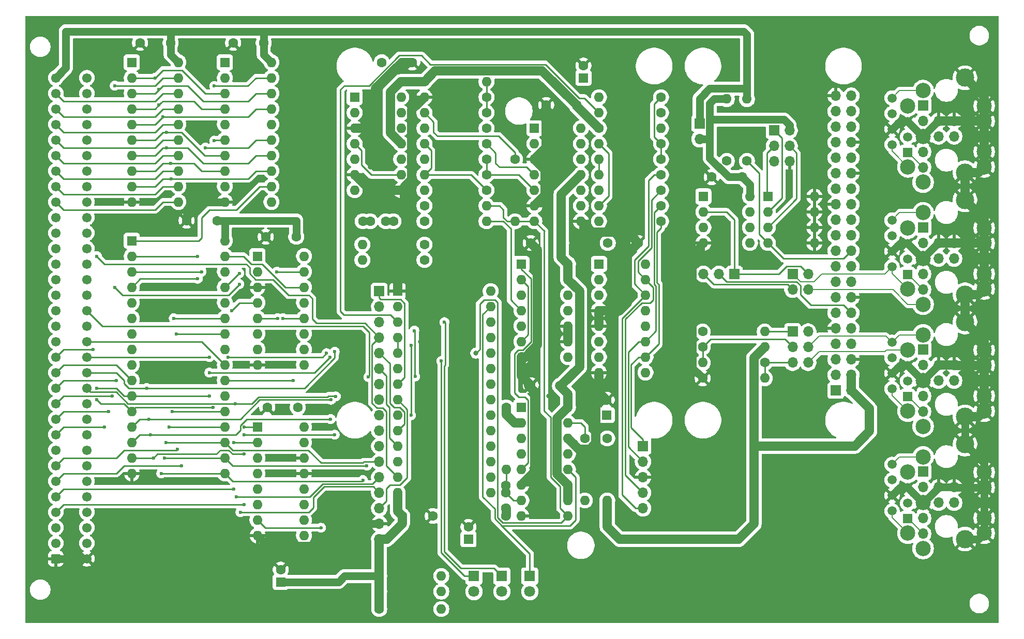
<source format=gbr>
G04 #@! TF.GenerationSoftware,KiCad,Pcbnew,9.0.5*
G04 #@! TF.CreationDate,2025-10-14T22:50:38+01:00*
G04 #@! TF.ProjectId,podule_econet,706f6475-6c65-45f6-9563-6f6e65742e6b,03a*
G04 #@! TF.SameCoordinates,Original*
G04 #@! TF.FileFunction,Copper,L2,Bot*
G04 #@! TF.FilePolarity,Positive*
%FSLAX46Y46*%
G04 Gerber Fmt 4.6, Leading zero omitted, Abs format (unit mm)*
G04 Created by KiCad (PCBNEW 9.0.5) date 2025-10-14 22:50:38*
%MOMM*%
%LPD*%
G01*
G04 APERTURE LIST*
G04 Aperture macros list*
%AMRoundRect*
0 Rectangle with rounded corners*
0 $1 Rounding radius*
0 $2 $3 $4 $5 $6 $7 $8 $9 X,Y pos of 4 corners*
0 Add a 4 corners polygon primitive as box body*
4,1,4,$2,$3,$4,$5,$6,$7,$8,$9,$2,$3,0*
0 Add four circle primitives for the rounded corners*
1,1,$1+$1,$2,$3*
1,1,$1+$1,$4,$5*
1,1,$1+$1,$6,$7*
1,1,$1+$1,$8,$9*
0 Add four rect primitives between the rounded corners*
20,1,$1+$1,$2,$3,$4,$5,0*
20,1,$1+$1,$4,$5,$6,$7,0*
20,1,$1+$1,$6,$7,$8,$9,0*
20,1,$1+$1,$8,$9,$2,$3,0*%
G04 Aperture macros list end*
G04 #@! TA.AperFunction,ComponentPad*
%ADD10C,1.600000*%
G04 #@! TD*
G04 #@! TA.AperFunction,ComponentPad*
%ADD11R,1.700000X1.700000*%
G04 #@! TD*
G04 #@! TA.AperFunction,ComponentPad*
%ADD12O,1.700000X1.700000*%
G04 #@! TD*
G04 #@! TA.AperFunction,ComponentPad*
%ADD13O,1.600000X1.600000*%
G04 #@! TD*
G04 #@! TA.AperFunction,ComponentPad*
%ADD14R,1.600000X1.600000*%
G04 #@! TD*
G04 #@! TA.AperFunction,ComponentPad*
%ADD15RoundRect,0.249999X0.525001X-0.525001X0.525001X0.525001X-0.525001X0.525001X-0.525001X-0.525001X0*%
G04 #@! TD*
G04 #@! TA.AperFunction,ComponentPad*
%ADD16C,1.550000*%
G04 #@! TD*
G04 #@! TA.AperFunction,ComponentPad*
%ADD17R,1.800000X1.800000*%
G04 #@! TD*
G04 #@! TA.AperFunction,ComponentPad*
%ADD18C,1.800000*%
G04 #@! TD*
G04 #@! TA.AperFunction,ComponentPad*
%ADD19C,2.500000*%
G04 #@! TD*
G04 #@! TA.AperFunction,ComponentPad*
%ADD20C,3.000000*%
G04 #@! TD*
G04 #@! TA.AperFunction,ComponentPad*
%ADD21R,1.500000X1.500000*%
G04 #@! TD*
G04 #@! TA.AperFunction,ComponentPad*
%ADD22C,1.500000*%
G04 #@! TD*
G04 #@! TA.AperFunction,ViaPad*
%ADD23C,0.800000*%
G04 #@! TD*
G04 #@! TA.AperFunction,ViaPad*
%ADD24C,0.600000*%
G04 #@! TD*
G04 #@! TA.AperFunction,Conductor*
%ADD25C,1.500000*%
G04 #@! TD*
G04 #@! TA.AperFunction,Conductor*
%ADD26C,1.270000*%
G04 #@! TD*
G04 #@! TA.AperFunction,Conductor*
%ADD27C,0.250000*%
G04 #@! TD*
G04 #@! TA.AperFunction,Conductor*
%ADD28C,0.200000*%
G04 #@! TD*
G04 APERTURE END LIST*
D10*
X91440000Y-55245000D03*
X86440000Y-55245000D03*
X106680000Y-55245000D03*
X101680000Y-55245000D03*
X99060000Y-84328000D03*
X94060000Y-84328000D03*
D11*
X193273500Y-102525000D03*
D12*
X195813500Y-102525000D03*
X193273500Y-105065000D03*
X195813500Y-105065000D03*
X193273500Y-107605000D03*
X195813500Y-107605000D03*
D10*
X178541500Y-105065000D03*
D13*
X188701500Y-105065000D03*
D10*
X188701500Y-107605000D03*
D13*
X178541500Y-107605000D03*
D10*
X178541500Y-110145000D03*
D13*
X188701500Y-110145000D03*
D10*
X178541500Y-102525000D03*
D13*
X188701500Y-102525000D03*
D10*
X185018500Y-77208000D03*
X180018500Y-77208000D03*
X182505500Y-74587000D03*
D13*
X182505500Y-64427000D03*
D14*
X178668500Y-80383000D03*
D13*
X178668500Y-82923000D03*
X178668500Y-85463000D03*
X178668500Y-88003000D03*
X186288500Y-88003000D03*
X186288500Y-85463000D03*
X186288500Y-82923000D03*
X186288500Y-80383000D03*
D14*
X189209500Y-80383000D03*
D13*
X189209500Y-82923000D03*
X189209500Y-85463000D03*
X189209500Y-88003000D03*
X196829500Y-88003000D03*
X196829500Y-85463000D03*
X196829500Y-82923000D03*
X196829500Y-80383000D03*
D11*
X190225500Y-69588000D03*
D12*
X192765500Y-69588000D03*
X190225500Y-72128000D03*
X192765500Y-72128000D03*
X190225500Y-74668000D03*
X192765500Y-74668000D03*
D11*
X193268500Y-93078000D03*
D12*
X195808500Y-93078000D03*
X193268500Y-95618000D03*
X195808500Y-95618000D03*
D11*
X178033500Y-68445000D03*
D12*
X178033500Y-70985000D03*
D11*
X183748500Y-93083000D03*
D12*
X181208500Y-93083000D03*
X178668500Y-93083000D03*
D10*
X171728000Y-64135000D03*
D13*
X161568000Y-64135000D03*
D14*
X151003000Y-69215000D03*
D13*
X151003000Y-71755000D03*
X151003000Y-74295000D03*
X151003000Y-76835000D03*
X151003000Y-79375000D03*
X151003000Y-81915000D03*
X151003000Y-84455000D03*
X158623000Y-84455000D03*
X158623000Y-81915000D03*
X158623000Y-79375000D03*
X158623000Y-76835000D03*
X158623000Y-74295000D03*
X158623000Y-71755000D03*
X158623000Y-69215000D03*
D10*
X162920500Y-120015000D03*
D13*
X162920500Y-130175000D03*
D15*
X72644000Y-139700000D03*
D16*
X72644000Y-137160000D03*
X72644000Y-134620000D03*
X72644000Y-132080000D03*
X72644000Y-129540000D03*
X72644000Y-127000000D03*
X72644000Y-124460000D03*
X72644000Y-121920000D03*
X72644000Y-119380000D03*
X72644000Y-116840000D03*
X72644000Y-114300000D03*
X72644000Y-111760000D03*
X72644000Y-109220000D03*
X72644000Y-106680000D03*
X72644000Y-104140000D03*
X72644000Y-101600000D03*
X72644000Y-99060000D03*
X72644000Y-96520000D03*
X72644000Y-93980000D03*
X72644000Y-91440000D03*
X72644000Y-88900000D03*
X72644000Y-86360000D03*
X72644000Y-83820000D03*
X72644000Y-81280000D03*
X72644000Y-78740000D03*
X72644000Y-76200000D03*
X72644000Y-73660000D03*
X72644000Y-71120000D03*
X72644000Y-68580000D03*
X72644000Y-66040000D03*
X72644000Y-63500000D03*
X72644000Y-60960000D03*
X77724000Y-139700000D03*
X77724000Y-137160000D03*
X77724000Y-134620000D03*
X77724000Y-132080000D03*
X77724000Y-129540000D03*
X77724000Y-127000000D03*
X77724000Y-124460000D03*
X77724000Y-121920000D03*
X77724000Y-119380000D03*
X77724000Y-116840000D03*
X77724000Y-114300000D03*
X77724000Y-111760000D03*
X77724000Y-109220000D03*
X77724000Y-106680000D03*
X77724000Y-104140000D03*
X77724000Y-101600000D03*
X77724000Y-99060000D03*
X77724000Y-96520000D03*
X77724000Y-93980000D03*
X77724000Y-91440000D03*
X77724000Y-88900000D03*
X77724000Y-86360000D03*
X77724000Y-83820000D03*
X77724000Y-81280000D03*
X77724000Y-78740000D03*
X77724000Y-76200000D03*
X77724000Y-73660000D03*
X77724000Y-71120000D03*
X77724000Y-68580000D03*
X77724000Y-66040000D03*
X77724000Y-63500000D03*
X77724000Y-60960000D03*
D10*
X129358000Y-132715000D03*
X134358000Y-132715000D03*
D17*
X145669000Y-142557000D03*
D18*
X145669000Y-145097000D03*
D14*
X128603000Y-95885000D03*
D13*
X128603000Y-98425000D03*
X128603000Y-100965000D03*
X128603000Y-103505000D03*
X128603000Y-106045000D03*
X128603000Y-108585000D03*
X128603000Y-111125000D03*
X128603000Y-113665000D03*
X128603000Y-116205000D03*
X128603000Y-118745000D03*
X128603000Y-121285000D03*
X128603000Y-123825000D03*
X128603000Y-126365000D03*
X128603000Y-128905000D03*
X143843000Y-128905000D03*
X143843000Y-126365000D03*
X143843000Y-123825000D03*
X143843000Y-121285000D03*
X143843000Y-118745000D03*
X143843000Y-116205000D03*
X143843000Y-113665000D03*
X143843000Y-111125000D03*
X143843000Y-108585000D03*
X143843000Y-106045000D03*
X143843000Y-103505000D03*
X143843000Y-100965000D03*
X143843000Y-98425000D03*
X143843000Y-95885000D03*
D10*
X146328000Y-132715000D03*
X146328000Y-131445000D03*
X146328000Y-128905000D03*
X146328000Y-127715000D03*
X126008000Y-58420000D03*
X131008000Y-58420000D03*
D11*
X125603000Y-95885000D03*
D12*
X125603000Y-98425000D03*
X125603000Y-100965000D03*
X125603000Y-103505000D03*
X125603000Y-106045000D03*
X125603000Y-108585000D03*
X125603000Y-111125000D03*
X125603000Y-113665000D03*
X125603000Y-116205000D03*
X125603000Y-118745000D03*
X125603000Y-121285000D03*
X125603000Y-123825000D03*
X125603000Y-126365000D03*
X125603000Y-128905000D03*
X125603000Y-131445000D03*
X125603000Y-133985000D03*
X125603000Y-136525000D03*
D10*
X143153000Y-74295000D03*
D13*
X132993000Y-74295000D03*
D11*
X200333000Y-112155000D03*
D12*
X202873000Y-112155000D03*
X200333000Y-109615000D03*
X202873000Y-109615000D03*
X200333000Y-107075000D03*
X202873000Y-107075000D03*
X200333000Y-104535000D03*
X202873000Y-104535000D03*
X200333000Y-101995000D03*
X202873000Y-101995000D03*
X200333000Y-99455000D03*
X202873000Y-99455000D03*
X200333000Y-96915000D03*
X202873000Y-96915000D03*
X200333000Y-94375000D03*
X202873000Y-94375000D03*
X200333000Y-91835000D03*
X202873000Y-91835000D03*
X200333000Y-89295000D03*
X202873000Y-89295000D03*
X200333000Y-86755000D03*
X202873000Y-86755000D03*
X200333000Y-84215000D03*
X202873000Y-84215000D03*
X200333000Y-81675000D03*
X202873000Y-81675000D03*
X200333000Y-79135000D03*
X202873000Y-79135000D03*
X200333000Y-76595000D03*
X202873000Y-76595000D03*
X200333000Y-74055000D03*
X202873000Y-74055000D03*
X200333000Y-71515000D03*
X202873000Y-71515000D03*
X200333000Y-68975000D03*
X202873000Y-68975000D03*
X200333000Y-66435000D03*
X202873000Y-66435000D03*
X200333000Y-63895000D03*
X202873000Y-63895000D03*
D10*
X171728000Y-81915000D03*
D13*
X161568000Y-81915000D03*
D10*
X155393000Y-88011000D03*
X150393000Y-88011000D03*
D14*
X121563000Y-64135000D03*
D13*
X121563000Y-66675000D03*
X121563000Y-69215000D03*
X121563000Y-71755000D03*
X121563000Y-74295000D03*
X121563000Y-76835000D03*
X121563000Y-79375000D03*
X129183000Y-79375000D03*
X129183000Y-76835000D03*
X129183000Y-74295000D03*
X129183000Y-71755000D03*
X129183000Y-69215000D03*
X129183000Y-66675000D03*
X129183000Y-64135000D03*
D10*
X185807500Y-74587000D03*
D13*
X185807500Y-64427000D03*
D10*
X132993000Y-88265000D03*
D13*
X122833000Y-88265000D03*
D10*
X132993000Y-61595000D03*
D13*
X143153000Y-61595000D03*
D10*
X143153000Y-69215000D03*
D13*
X132993000Y-69215000D03*
D11*
X214630000Y-105466000D03*
D19*
X214630000Y-103046000D03*
D20*
X221492800Y-116488800D03*
D19*
X224630000Y-115546000D03*
X224630000Y-113046000D03*
X214630000Y-110546000D03*
X224630000Y-108046000D03*
D12*
X217170000Y-108006000D03*
X219710000Y-108006000D03*
D19*
X224630000Y-105546000D03*
D20*
X221492800Y-100948800D03*
D19*
X214630000Y-118046000D03*
D12*
X214630000Y-115626000D03*
X214630000Y-108006000D03*
D19*
X212130000Y-105546000D03*
X212130000Y-115546000D03*
D12*
X214630000Y-113086000D03*
X217170000Y-110546000D03*
X219710000Y-110546000D03*
D21*
X212092800Y-113163800D03*
D22*
X209552800Y-111893800D03*
X212092800Y-110623800D03*
X209552800Y-109353800D03*
X212092800Y-108083800D03*
X209552800Y-106813800D03*
X209552800Y-104273800D03*
D14*
X85090000Y-58420000D03*
D13*
X85090000Y-60960000D03*
X85090000Y-63500000D03*
X85090000Y-66040000D03*
X85090000Y-68580000D03*
X85090000Y-71120000D03*
X85090000Y-73660000D03*
X85090000Y-76200000D03*
X85090000Y-78740000D03*
X85090000Y-81280000D03*
X92710000Y-81280000D03*
X92710000Y-78740000D03*
X92710000Y-76200000D03*
X92710000Y-73660000D03*
X92710000Y-71120000D03*
X92710000Y-68580000D03*
X92710000Y-66040000D03*
X92710000Y-63500000D03*
X92710000Y-60960000D03*
X92710000Y-58420000D03*
D14*
X109474000Y-143510000D03*
D10*
X109474000Y-141510000D03*
D11*
X214630000Y-125466000D03*
D19*
X214630000Y-123046000D03*
D20*
X221492800Y-136488800D03*
D19*
X224630000Y-135546000D03*
X224630000Y-133046000D03*
X214630000Y-130546000D03*
X224630000Y-128046000D03*
D12*
X217170000Y-128006000D03*
X219710000Y-128006000D03*
D19*
X224630000Y-125546000D03*
D20*
X221492800Y-120948800D03*
D19*
X214630000Y-138046000D03*
D12*
X214630000Y-135626000D03*
X214630000Y-128006000D03*
D19*
X212130000Y-125546000D03*
X212130000Y-135546000D03*
D12*
X214630000Y-133086000D03*
X217170000Y-130546000D03*
X219710000Y-130546000D03*
D21*
X212092800Y-133163800D03*
D22*
X209552800Y-131893800D03*
X212092800Y-130623800D03*
X209552800Y-129353800D03*
X212092800Y-128083800D03*
X209552800Y-126813800D03*
X209552800Y-124273800D03*
D17*
X141097000Y-142557000D03*
D18*
X141097000Y-145097000D03*
D10*
X112014000Y-86995000D03*
X107014000Y-86995000D03*
X143153000Y-79375000D03*
D13*
X132993000Y-79375000D03*
D10*
X132993000Y-81915000D03*
D13*
X143153000Y-81915000D03*
D11*
X214630000Y-85466000D03*
D19*
X214630000Y-83046000D03*
D20*
X221492800Y-96488800D03*
D19*
X224630000Y-95546000D03*
X224630000Y-93046000D03*
X214630000Y-90546000D03*
X224630000Y-88046000D03*
D12*
X217170000Y-88006000D03*
X219710000Y-88006000D03*
D19*
X224630000Y-85546000D03*
D20*
X221492800Y-80948800D03*
D19*
X214630000Y-98046000D03*
D12*
X214630000Y-95626000D03*
X214630000Y-88006000D03*
D19*
X212130000Y-85546000D03*
X212130000Y-95546000D03*
D12*
X214630000Y-93086000D03*
X217170000Y-90546000D03*
X219710000Y-90546000D03*
D21*
X212092800Y-93163800D03*
D22*
X209552800Y-91893800D03*
X212092800Y-90623800D03*
X209552800Y-89353800D03*
X212092800Y-88083800D03*
X209552800Y-86813800D03*
X209552800Y-84273800D03*
D11*
X214630000Y-65466000D03*
D19*
X214630000Y-63046000D03*
D20*
X221492800Y-76488800D03*
D19*
X224630000Y-75546000D03*
X224630000Y-73046000D03*
X214630000Y-70546000D03*
X224630000Y-68046000D03*
D12*
X217170000Y-68006000D03*
X219710000Y-68006000D03*
D19*
X224630000Y-65546000D03*
D20*
X221492800Y-60948800D03*
D19*
X214630000Y-78046000D03*
D12*
X214630000Y-75626000D03*
X214630000Y-68006000D03*
D19*
X212130000Y-65546000D03*
X212130000Y-75546000D03*
D12*
X214630000Y-73086000D03*
X217170000Y-70546000D03*
X219710000Y-70546000D03*
D21*
X212092800Y-73163800D03*
D22*
X209552800Y-71893800D03*
X212092800Y-70623800D03*
X209552800Y-69353800D03*
X212092800Y-68083800D03*
X209552800Y-66813800D03*
X209552800Y-64273800D03*
D10*
X143153000Y-76835000D03*
D13*
X132993000Y-76835000D03*
D10*
X112268000Y-114935000D03*
X107268000Y-114935000D03*
X146383000Y-114935000D03*
D13*
X146383000Y-125095000D03*
D10*
X143153000Y-66675000D03*
D13*
X132993000Y-66675000D03*
D10*
X132993000Y-84455000D03*
D13*
X143153000Y-84455000D03*
D14*
X105664000Y-90170000D03*
D13*
X105664000Y-92710000D03*
X105664000Y-95250000D03*
X105664000Y-97790000D03*
X105664000Y-100330000D03*
X105664000Y-102870000D03*
X105664000Y-105410000D03*
X105664000Y-107950000D03*
X113284000Y-107950000D03*
X113284000Y-105410000D03*
X113284000Y-102870000D03*
X113284000Y-100330000D03*
X113284000Y-97790000D03*
X113284000Y-95250000D03*
X113284000Y-92710000D03*
X113284000Y-90170000D03*
D10*
X147828000Y-74295000D03*
D13*
X147828000Y-84455000D03*
D10*
X143153000Y-71755000D03*
D13*
X132993000Y-71755000D03*
D10*
X163013000Y-88011000D03*
X168013000Y-88011000D03*
X171728000Y-71755000D03*
D13*
X161568000Y-71755000D03*
D10*
X143153000Y-64135000D03*
D13*
X132993000Y-64135000D03*
D10*
X171728000Y-84455000D03*
D13*
X161568000Y-84455000D03*
D10*
X127913000Y-84455000D03*
X126643000Y-84455000D03*
X124103000Y-84455000D03*
X122913000Y-84455000D03*
X155393000Y-111315000D03*
X150393000Y-111315000D03*
X171728000Y-66675000D03*
D13*
X161568000Y-66675000D03*
D14*
X100330000Y-58420000D03*
D13*
X100330000Y-60960000D03*
X100330000Y-63500000D03*
X100330000Y-66040000D03*
X100330000Y-68580000D03*
X100330000Y-71120000D03*
X100330000Y-73660000D03*
X100330000Y-76200000D03*
X100330000Y-78740000D03*
X100330000Y-81280000D03*
X107950000Y-81280000D03*
X107950000Y-78740000D03*
X107950000Y-76200000D03*
X107950000Y-73660000D03*
X107950000Y-71120000D03*
X107950000Y-68580000D03*
X107950000Y-66040000D03*
X107950000Y-63500000D03*
X107950000Y-60960000D03*
X107950000Y-58420000D03*
D14*
X161568000Y-91440000D03*
D13*
X161568000Y-93980000D03*
X161568000Y-96520000D03*
X161568000Y-99060000D03*
X161568000Y-101600000D03*
X161568000Y-104140000D03*
X161568000Y-106680000D03*
X161568000Y-109220000D03*
X169188000Y-109220000D03*
X169188000Y-106680000D03*
X169188000Y-104140000D03*
X169188000Y-101600000D03*
X169188000Y-99060000D03*
X169188000Y-96520000D03*
X169188000Y-93980000D03*
X169188000Y-91440000D03*
D10*
X125603000Y-145097000D03*
D13*
X135763000Y-145097000D03*
D14*
X85090000Y-87630000D03*
D13*
X85090000Y-90170000D03*
X85090000Y-92710000D03*
X85090000Y-95250000D03*
X85090000Y-97790000D03*
X85090000Y-100330000D03*
X85090000Y-102870000D03*
X85090000Y-105410000D03*
X85090000Y-107950000D03*
X85090000Y-110490000D03*
X85090000Y-113030000D03*
X85090000Y-115570000D03*
X85090000Y-118110000D03*
X85090000Y-120650000D03*
X85090000Y-123190000D03*
X85090000Y-125730000D03*
X100330000Y-125730000D03*
X100330000Y-123190000D03*
X100330000Y-120650000D03*
X100330000Y-118110000D03*
X100330000Y-115570000D03*
X100330000Y-113030000D03*
X100330000Y-110490000D03*
X100330000Y-107950000D03*
X100330000Y-105410000D03*
X100330000Y-102870000D03*
X100330000Y-100330000D03*
X100330000Y-97790000D03*
X100330000Y-95250000D03*
X100330000Y-92710000D03*
X100330000Y-90170000D03*
X100330000Y-87630000D03*
D10*
X161568000Y-69215000D03*
D13*
X171728000Y-69215000D03*
D17*
X150241000Y-142557000D03*
D18*
X150241000Y-145097000D03*
D14*
X159028000Y-60960000D03*
D10*
X159028000Y-58960000D03*
X132993000Y-90805000D03*
D13*
X122833000Y-90805000D03*
D10*
X157933000Y-65405000D03*
X152933000Y-65405000D03*
X171728000Y-76835000D03*
D13*
X161568000Y-76835000D03*
D10*
X171728000Y-74295000D03*
D13*
X161568000Y-74295000D03*
D11*
X168783000Y-121285000D03*
D12*
X168783000Y-123825000D03*
X168783000Y-126365000D03*
X168783000Y-128905000D03*
X168783000Y-131445000D03*
D14*
X162838000Y-116205000D03*
D10*
X162838000Y-113705000D03*
X159258000Y-120015000D03*
D13*
X159258000Y-130175000D03*
D14*
X148868000Y-91440000D03*
D13*
X148868000Y-93980000D03*
X148868000Y-96520000D03*
X148868000Y-99060000D03*
X148868000Y-101600000D03*
X148868000Y-104140000D03*
X148868000Y-106680000D03*
X156488000Y-106680000D03*
X156488000Y-104140000D03*
X156488000Y-101600000D03*
X156488000Y-99060000D03*
X156488000Y-96520000D03*
X156488000Y-93980000D03*
X156488000Y-91440000D03*
D14*
X105664000Y-118125000D03*
D13*
X105664000Y-120665000D03*
X105664000Y-123205000D03*
X105664000Y-125745000D03*
X105664000Y-128285000D03*
X105664000Y-130825000D03*
X105664000Y-133365000D03*
X105664000Y-135905000D03*
X113284000Y-135905000D03*
X113284000Y-133365000D03*
X113284000Y-130825000D03*
X113284000Y-128285000D03*
X113284000Y-125745000D03*
X113284000Y-123205000D03*
X113284000Y-120665000D03*
X113284000Y-118125000D03*
D10*
X125603000Y-142557000D03*
D13*
X135763000Y-142557000D03*
D10*
X125603000Y-147954000D03*
D13*
X135763000Y-147954000D03*
D14*
X140208000Y-136525000D03*
D10*
X140208000Y-134525000D03*
X171728000Y-79375000D03*
D13*
X161568000Y-79375000D03*
D14*
X148868000Y-114935000D03*
D13*
X148868000Y-117475000D03*
X148868000Y-120015000D03*
X148868000Y-122555000D03*
X148868000Y-125095000D03*
X148868000Y-127635000D03*
X148868000Y-130175000D03*
X148868000Y-132715000D03*
X156488000Y-132715000D03*
X156488000Y-130175000D03*
X156488000Y-127635000D03*
X156488000Y-125095000D03*
X156488000Y-122555000D03*
X156488000Y-120015000D03*
X156488000Y-117475000D03*
X156488000Y-114935000D03*
D23*
X153293000Y-84205000D03*
X137668000Y-75565000D03*
D24*
X110490000Y-104140000D03*
D23*
X146963000Y-70485000D03*
X146328000Y-80010000D03*
D24*
X95504000Y-95250000D03*
D23*
X166648000Y-68580000D03*
X172363000Y-88265000D03*
X132358000Y-104140000D03*
X124103000Y-75565000D03*
X154123000Y-99885000D03*
X154758000Y-77025000D03*
D24*
X117023765Y-110109000D03*
D23*
X192506500Y-117462000D03*
D24*
X95885000Y-68707000D03*
X117031000Y-120777000D03*
D23*
X167918000Y-113030000D03*
X152218000Y-130365000D03*
X153333001Y-113065001D03*
X132358000Y-95885000D03*
D24*
X95250000Y-109220000D03*
X95250000Y-99060000D03*
D23*
X137438000Y-65405000D03*
X132358000Y-98425000D03*
D24*
X182505500Y-71793000D03*
D23*
X126685910Y-61002910D03*
D24*
X91509506Y-77470000D03*
X91694000Y-115570000D03*
X102870000Y-132080000D03*
X91186000Y-118110000D03*
X102245500Y-129540000D03*
X91440000Y-74930000D03*
X90678000Y-120650000D03*
X90805000Y-72390000D03*
X90424000Y-123190000D03*
X123584500Y-124475000D03*
X90805000Y-69850000D03*
X89916000Y-125730000D03*
X90170000Y-67310000D03*
X122936000Y-126840020D03*
X88646000Y-123190000D03*
X103515500Y-119380000D03*
X89535000Y-65405000D03*
X103515500Y-122544500D03*
X118301000Y-119395000D03*
X88138000Y-119380000D03*
X117636000Y-116840000D03*
X89535000Y-62865000D03*
X87884000Y-116840000D03*
X117729000Y-113665000D03*
X88900000Y-60960000D03*
D23*
X141423000Y-106045000D03*
D24*
X97155000Y-72390000D03*
X95885000Y-90170000D03*
X96509500Y-92710000D03*
X98580989Y-71247000D03*
X98580989Y-62276812D03*
X95885000Y-93853000D03*
X102674020Y-92964000D03*
X80645000Y-118110000D03*
X81280000Y-115570000D03*
X101795980Y-128270000D03*
X101795005Y-120650000D03*
X111506000Y-110490000D03*
X81915000Y-113030000D03*
X82550000Y-110490000D03*
X93218000Y-124460000D03*
X92408546Y-102870000D03*
X91959026Y-100330000D03*
X92593500Y-121803500D03*
X103494500Y-130810000D03*
X82304500Y-95250000D03*
X102674020Y-94742000D03*
X103515500Y-118110000D03*
X82304500Y-62230000D03*
X109855000Y-100330000D03*
X97790000Y-106680000D03*
X101425020Y-99060000D03*
X97790000Y-113030000D03*
X79375000Y-111760000D03*
X117539000Y-106680000D03*
X78740000Y-105410000D03*
X97790000Y-109220000D03*
X100838000Y-106680000D03*
X79375000Y-113665000D03*
X98425000Y-114935000D03*
X116967000Y-106045000D03*
X131469000Y-109855000D03*
X131342000Y-102362000D03*
X87533500Y-111760000D03*
X118301205Y-105817531D03*
X102079011Y-114300000D03*
X118491000Y-113127000D03*
X108966000Y-100330000D03*
X108849500Y-92710000D03*
X123803499Y-109950489D03*
X79375000Y-90170000D03*
X130802511Y-116205000D03*
X116053011Y-134635000D03*
X130802511Y-104743511D03*
X136271000Y-100965000D03*
X135763000Y-107315000D03*
D25*
X224630000Y-115546000D02*
X224630000Y-113046000D01*
X224630000Y-108046000D02*
X224630000Y-105546000D01*
X224630000Y-93046000D02*
X224630000Y-88046000D01*
D26*
X105664000Y-135905000D02*
X107298511Y-137539511D01*
X214555000Y-70546000D02*
X212092800Y-68083800D01*
X214590000Y-70586000D02*
X217130000Y-68046000D01*
D25*
X224630000Y-108046000D02*
X219750000Y-108046000D01*
X150393000Y-88011000D02*
X151518021Y-89136022D01*
D26*
X223687200Y-136488800D02*
X224630000Y-135546000D01*
X214590000Y-90586000D02*
X217130000Y-88046000D01*
X77724000Y-139700000D02*
X72644000Y-139700000D01*
X212092800Y-128083800D02*
X210822800Y-128083800D01*
D25*
X164958000Y-99060000D02*
X161568000Y-99060000D01*
X152933000Y-65405000D02*
X152933000Y-72365000D01*
D26*
X214630000Y-110546000D02*
X217170000Y-108006000D01*
X94060000Y-84328000D02*
X94060000Y-82470000D01*
D25*
X150063000Y-111379000D02*
X151068011Y-112384011D01*
X224630000Y-95546000D02*
X224630000Y-93046000D01*
X223687200Y-96488800D02*
X224630000Y-95546000D01*
D26*
X217170000Y-128046000D02*
X214630000Y-130586000D01*
D25*
X160429489Y-86261489D02*
X166263489Y-86261489D01*
X224630000Y-68046000D02*
X224630000Y-65546000D01*
X224630000Y-85546000D02*
X224630000Y-84086000D01*
D26*
X120304489Y-137539511D02*
X123859000Y-133985000D01*
X212092800Y-108083800D02*
X210822800Y-108083800D01*
D25*
X124968000Y-67945000D02*
X123698000Y-69215000D01*
X156488000Y-120015000D02*
X158238001Y-121765001D01*
D26*
X95250000Y-81280000D02*
X100330000Y-81280000D01*
X210822800Y-108083800D02*
X209552800Y-109353800D01*
X176906989Y-108510489D02*
X178541500Y-110145000D01*
D25*
X132993000Y-64135000D02*
X130933001Y-66194999D01*
D26*
X224630000Y-133046000D02*
X224630000Y-128046000D01*
D25*
X164973000Y-99075000D02*
X164958000Y-99060000D01*
X149513294Y-106680000D02*
X148868000Y-106680000D01*
D26*
X221492800Y-120948800D02*
X221492800Y-116488800D01*
D25*
X123698000Y-69215000D02*
X121563000Y-69215000D01*
X166243000Y-89781000D02*
X166243000Y-97805000D01*
X129982999Y-92205001D02*
X128603000Y-93585000D01*
X224630000Y-84086000D02*
X221492800Y-80948800D01*
X148868000Y-109790000D02*
X150393000Y-111315000D01*
X224630000Y-65546000D02*
X224630000Y-64086000D01*
X224630000Y-104086000D02*
X221492800Y-100948800D01*
D26*
X212092800Y-88083800D02*
X210822800Y-88083800D01*
X219710000Y-128006000D02*
X217170000Y-128006000D01*
D25*
X161568000Y-109220000D02*
X161568000Y-112435000D01*
X224630000Y-105546000D02*
X224630000Y-104086000D01*
X223687200Y-116488800D02*
X224630000Y-115546000D01*
X219859220Y-107913200D02*
X219819220Y-107873200D01*
X156488000Y-104140000D02*
X156488000Y-101600000D01*
X223687200Y-76488800D02*
X224630000Y-75546000D01*
X131008000Y-58420000D02*
X129268821Y-58420000D01*
X158238001Y-121765001D02*
X160098001Y-121765001D01*
X168013000Y-88011000D02*
X166243000Y-89781000D01*
X151518017Y-104675277D02*
X149513294Y-106680000D01*
X129183000Y-79375000D02*
X124103000Y-79375000D01*
X152933000Y-72365000D02*
X151003000Y-74295000D01*
X158623000Y-84455000D02*
X160429489Y-86261489D01*
X161087999Y-120775003D02*
X161087999Y-114323631D01*
X224630000Y-113046000D02*
X224630000Y-108046000D01*
D26*
X214555000Y-110546000D02*
X212092800Y-108083800D01*
X123859000Y-133985000D02*
X125603000Y-133985000D01*
D25*
X148917991Y-106630009D02*
X148928286Y-106630009D01*
X124103000Y-79375000D02*
X121563000Y-76835000D01*
D26*
X224630000Y-128046000D02*
X224630000Y-125546000D01*
D25*
X224630000Y-88046000D02*
X219750000Y-88046000D01*
X129268821Y-58420000D02*
X126685910Y-61002910D01*
D26*
X214555000Y-90546000D02*
X212092800Y-88083800D01*
D25*
X151068011Y-112384011D02*
X151068011Y-125434989D01*
X161568000Y-101600000D02*
X161568000Y-99060000D01*
X166243000Y-97805000D02*
X164973000Y-99075000D01*
D26*
X178668500Y-88003000D02*
X176906989Y-89764511D01*
D25*
X148868000Y-106680000D02*
X148868000Y-109790000D01*
X224630000Y-88046000D02*
X224630000Y-85546000D01*
D26*
X210822800Y-68083800D02*
X209552800Y-69353800D01*
D25*
X160098001Y-121765001D02*
X161087999Y-120775003D01*
X224630000Y-75546000D02*
X224630000Y-73046000D01*
D26*
X210822800Y-128083800D02*
X209552800Y-129353800D01*
X94060000Y-82470000D02*
X95250000Y-81280000D01*
D25*
X146383000Y-132715000D02*
X146383000Y-131445000D01*
X221492800Y-96488800D02*
X223687200Y-96488800D01*
D26*
X224630000Y-135546000D02*
X224630000Y-133046000D01*
X212092800Y-68083800D02*
X210822800Y-68083800D01*
D25*
X151068011Y-125434989D02*
X148868000Y-127635000D01*
D26*
X210822800Y-88083800D02*
X209552800Y-89353800D01*
X224630000Y-128046000D02*
X219750000Y-128046000D01*
D25*
X221492800Y-76488800D02*
X223687200Y-76488800D01*
X129982999Y-80174999D02*
X129982999Y-92205001D01*
X219710000Y-68006000D02*
X217170000Y-68006000D01*
X219710000Y-108006000D02*
X217170000Y-108006000D01*
X129183000Y-79375000D02*
X129982999Y-80174999D01*
X219710000Y-88006000D02*
X217170000Y-88006000D01*
X166263489Y-86261489D02*
X168013000Y-88011000D01*
D26*
X176906989Y-89764511D02*
X176906989Y-108351800D01*
D25*
X152753001Y-76045001D02*
X152753001Y-80164999D01*
X161568000Y-112435000D02*
X162838000Y-113705000D01*
X124968000Y-62720821D02*
X124968000Y-67945000D01*
X161706630Y-113705000D02*
X162838000Y-113705000D01*
D26*
X221492800Y-136488800D02*
X223687200Y-136488800D01*
D25*
X151003000Y-74295000D02*
X152753001Y-76045001D01*
X221492800Y-80948800D02*
X221492800Y-76488800D01*
X151518021Y-89136022D02*
X151518017Y-104675277D01*
X224630000Y-73046000D02*
X224630000Y-68046000D01*
X221492800Y-100948800D02*
X221492800Y-96488800D01*
D26*
X224630000Y-124086000D02*
X221492800Y-120948800D01*
X214555000Y-130546000D02*
X212092800Y-128083800D01*
X224630000Y-125546000D02*
X224630000Y-124086000D01*
D25*
X161087999Y-114323631D02*
X161706630Y-113705000D01*
X152753001Y-80164999D02*
X151003000Y-81915000D01*
X130933001Y-77624999D02*
X129183000Y-79375000D01*
X224630000Y-68046000D02*
X219750000Y-68046000D01*
X221492800Y-116488800D02*
X223687200Y-116488800D01*
X130933001Y-66194999D02*
X130933001Y-77624999D01*
D26*
X107298511Y-137539511D02*
X120304489Y-137539511D01*
D25*
X126685910Y-61002910D02*
X124968000Y-62720821D01*
X224630000Y-64086000D02*
X221492800Y-60948800D01*
X128603000Y-93585000D02*
X128603000Y-95885000D01*
X148868000Y-106680000D02*
X148917991Y-106630009D01*
D27*
X148868000Y-99060000D02*
X147138000Y-97330000D01*
X147138000Y-85671410D02*
X145921590Y-84455000D01*
X147138000Y-97330000D02*
X147138000Y-85671410D01*
X145921590Y-84455000D02*
X143153000Y-84455000D01*
X88900000Y-78740000D02*
X90170000Y-77470000D01*
X104140000Y-77470000D02*
X105410000Y-76200000D01*
X105410000Y-76200000D02*
X107950000Y-76200000D01*
X90170000Y-77470000D02*
X104140000Y-77470000D01*
X114046000Y-132080000D02*
X102870000Y-132080000D01*
X91694000Y-115570000D02*
X100330000Y-115570000D01*
X116561678Y-127914040D02*
X124612040Y-127914040D01*
X114808000Y-131318000D02*
X114046000Y-132080000D01*
X114808000Y-129667718D02*
X114808000Y-131318000D01*
X116561678Y-127914040D02*
X114808000Y-129667718D01*
X85090000Y-78740000D02*
X88900000Y-78740000D01*
X125603000Y-128905000D02*
X124612040Y-127914040D01*
X147598000Y-130175000D02*
X146328000Y-128905000D01*
X146383000Y-125095000D02*
X146383000Y-127660000D01*
X146328000Y-127715000D02*
X146328000Y-128905000D01*
X148868000Y-130175000D02*
X147598000Y-130175000D01*
X88900000Y-76200000D02*
X90170000Y-74930000D01*
X91186000Y-118110000D02*
X100330000Y-118110000D01*
X90170000Y-74930000D02*
X91440000Y-74930000D01*
X114300000Y-129540000D02*
X102245500Y-129540000D01*
X85090000Y-76200000D02*
X88900000Y-76200000D01*
X116332000Y-127464520D02*
X114256520Y-129540000D01*
X96520000Y-76200000D02*
X100330000Y-76200000D01*
X116332000Y-127464520D02*
X124503480Y-127464520D01*
X91440000Y-74930000D02*
X95250000Y-74930000D01*
X125603000Y-126365000D02*
X124503480Y-127464520D01*
X95250000Y-74930000D02*
X96520000Y-76200000D01*
X158623000Y-117475000D02*
X159258000Y-118110000D01*
X156488000Y-117475000D02*
X158623000Y-117475000D01*
X159258000Y-118110000D02*
X159258000Y-120015000D01*
X123078000Y-123825000D02*
X122877520Y-124025480D01*
X104140000Y-74930000D02*
X96774000Y-74930000D01*
X88900000Y-73660000D02*
X90170000Y-72390000D01*
X116078000Y-124025480D02*
X113972520Y-121920000D01*
X125603000Y-123825000D02*
X123078000Y-123825000D01*
X90170000Y-72390000D02*
X90805000Y-72390000D01*
X96774000Y-74930000D02*
X94234000Y-72390000D01*
X90678000Y-120650000D02*
X100330000Y-120650000D01*
X90805000Y-72390000D02*
X94234000Y-72390000D01*
X122877520Y-124025480D02*
X116078000Y-124025480D01*
X113972520Y-121920000D02*
X101600000Y-121920000D01*
X105410000Y-73660000D02*
X104140000Y-74930000D01*
X107950000Y-73660000D02*
X105410000Y-73660000D01*
X85090000Y-73660000D02*
X88900000Y-73660000D01*
X101600000Y-121920000D02*
X100330000Y-120650000D01*
X88900000Y-71120000D02*
X90170000Y-69850000D01*
X90170000Y-69850000D02*
X90805000Y-69850000D01*
X90805000Y-69850000D02*
X93218000Y-69850000D01*
X101615000Y-124475000D02*
X123584500Y-124475000D01*
X97028000Y-73660000D02*
X100330000Y-73660000D01*
X85090000Y-71120000D02*
X88900000Y-71120000D01*
X100330000Y-123190000D02*
X101615000Y-124475000D01*
X93218000Y-69850000D02*
X97028000Y-73660000D01*
X90424000Y-123190000D02*
X100330000Y-123190000D01*
X88900000Y-68580000D02*
X90170000Y-67310000D01*
X90170000Y-67310000D02*
X104140000Y-67310000D01*
X104140000Y-67310000D02*
X105410000Y-66040000D01*
X105410000Y-66040000D02*
X107950000Y-66040000D01*
X101615000Y-127015000D02*
X100330000Y-125730000D01*
X89916000Y-125730000D02*
X100330000Y-125730000D01*
X122761020Y-127015000D02*
X101615000Y-127015000D01*
X85090000Y-68580000D02*
X88900000Y-68580000D01*
X122936000Y-126840020D02*
X122761020Y-127015000D01*
X88900000Y-66040000D02*
X89852500Y-65087500D01*
X85090000Y-123190000D02*
X88646000Y-123190000D01*
X95250000Y-64770000D02*
X90170000Y-64770000D01*
X118286000Y-119380000D02*
X118301000Y-119395000D01*
X88646000Y-123190000D02*
X89270511Y-122565489D01*
X99568000Y-121920000D02*
X100964282Y-121920000D01*
X89270511Y-122565489D02*
X98922511Y-122565489D01*
X98922511Y-122565489D02*
X99568000Y-121920000D01*
X96520000Y-66040000D02*
X95250000Y-64770000D01*
X85090000Y-66040000D02*
X88900000Y-66040000D01*
X100964282Y-121920000D02*
X101588782Y-122544500D01*
X101588782Y-122544500D02*
X103515500Y-122544500D01*
X90170000Y-64770000D02*
X89852500Y-65087500D01*
X100330000Y-66040000D02*
X96520000Y-66040000D01*
X103515500Y-119380000D02*
X118286000Y-119380000D01*
X89852500Y-65087500D02*
X89535000Y-65405000D01*
X94234000Y-62230000D02*
X90170000Y-62230000D01*
X107950000Y-63500000D02*
X105410000Y-63500000D01*
X102867672Y-118620328D02*
X102108000Y-119380000D01*
X86360000Y-119380000D02*
X85090000Y-120650000D01*
X88900000Y-63500000D02*
X89535000Y-62865000D01*
X85090000Y-63500000D02*
X88900000Y-63500000D01*
X90170000Y-62230000D02*
X88900000Y-63500000D01*
X102867672Y-117858328D02*
X102867672Y-118620328D01*
X105410000Y-63500000D02*
X104140000Y-64770000D01*
X117636000Y-116840000D02*
X103886000Y-116840000D01*
X96774000Y-64770000D02*
X94234000Y-62230000D01*
X103886000Y-116840000D02*
X102867672Y-117858328D01*
X104140000Y-64770000D02*
X96774000Y-64770000D01*
X102108000Y-119380000D02*
X88138000Y-119380000D01*
X88138000Y-119380000D02*
X86360000Y-119380000D01*
D26*
X91440000Y-53340000D02*
X91440000Y-55245000D01*
X91440000Y-57150000D02*
X92710000Y-58420000D01*
X106680000Y-53340000D02*
X106680000Y-55245000D01*
X106680000Y-57150000D02*
X107950000Y-58420000D01*
X91440000Y-53340000D02*
X106680000Y-53340000D01*
D25*
X203428500Y-121272000D02*
X186985478Y-121272000D01*
X184411989Y-136525000D02*
X186951989Y-133985000D01*
X129358000Y-133846370D02*
X129358000Y-132715000D01*
X162920500Y-130175000D02*
X162920500Y-134472500D01*
D26*
X91440000Y-55245000D02*
X91440000Y-57150000D01*
D25*
X186951989Y-106814511D02*
X188701500Y-105065000D01*
X155393000Y-90345000D02*
X156488000Y-91440000D01*
X205846500Y-115128500D02*
X202873000Y-112155000D01*
X132993000Y-61595000D02*
X129132998Y-61595000D01*
X164973000Y-136525000D02*
X184411989Y-136525000D01*
D26*
X109474000Y-143510000D02*
X118935000Y-143510000D01*
D25*
X186951989Y-121238511D02*
X186951989Y-106814511D01*
D26*
X178033500Y-64409500D02*
X178033500Y-68445000D01*
D25*
X156488000Y-127635000D02*
X156488000Y-130175000D01*
X162920500Y-134472500D02*
X164973000Y-136525000D01*
D26*
X100330000Y-84328000D02*
X100330000Y-87630000D01*
D25*
X128603000Y-128905000D02*
X128603000Y-131960000D01*
X205846500Y-115128500D02*
X205846500Y-118854000D01*
X156488000Y-112724000D02*
X155143000Y-111379000D01*
X148868000Y-117475000D02*
X147736630Y-117475000D01*
X129358000Y-133972081D02*
X129358000Y-133846370D01*
X146383000Y-116121370D02*
X146383000Y-116066370D01*
D26*
X185807500Y-62731500D02*
X185807500Y-64427000D01*
X106680000Y-53340000D02*
X185293000Y-53340000D01*
D25*
X154737999Y-125884999D02*
X154737999Y-116685001D01*
X147736630Y-117475000D02*
X146383000Y-116121370D01*
D26*
X185293000Y-53340000D02*
X185807500Y-53854500D01*
D25*
X157933000Y-65580000D02*
X161568000Y-69215000D01*
X157933000Y-65405000D02*
X157933000Y-65580000D01*
X154737999Y-116685001D02*
X156488000Y-114935000D01*
X127432999Y-63294999D02*
X127432999Y-70004999D01*
X129132998Y-61595000D02*
X127432999Y-63294999D01*
X158393000Y-108315000D02*
X155393000Y-111315000D01*
X126805081Y-136525000D02*
X129358000Y-133972081D01*
X128603000Y-131960000D02*
X129358000Y-132715000D01*
X186951989Y-133985000D02*
X186951989Y-121238511D01*
D26*
X179711500Y-62731500D02*
X178033500Y-64409500D01*
X119888000Y-142557000D02*
X125603000Y-142557000D01*
D25*
X125603000Y-142557000D02*
X125603000Y-145097000D01*
D26*
X112014000Y-86995000D02*
X112014000Y-84328000D01*
D25*
X156488000Y-114935000D02*
X156488000Y-112724000D01*
X152252999Y-59844999D02*
X134743001Y-59844999D01*
X125603000Y-145097000D02*
X125603000Y-147637000D01*
X125603000Y-136525000D02*
X125603000Y-142557000D01*
D26*
X74295000Y-59309000D02*
X72644000Y-60960000D01*
D25*
X158393000Y-95885000D02*
X158393000Y-108315000D01*
D26*
X106680000Y-55245000D02*
X106680000Y-57150000D01*
D25*
X125603000Y-136525000D02*
X126805081Y-136525000D01*
X158623000Y-76835000D02*
X155393000Y-80065000D01*
X155393000Y-88011000D02*
X155393000Y-90345000D01*
X158393000Y-95885000D02*
X156488000Y-93980000D01*
X155393000Y-80065000D02*
X155393000Y-88011000D01*
X127432999Y-70004999D02*
X129183000Y-71755000D01*
X156488000Y-91440000D02*
X156488000Y-93980000D01*
X186985478Y-121272000D02*
X186951989Y-121238511D01*
X152252999Y-59844999D02*
X157933000Y-65405000D01*
D26*
X100330000Y-84328000D02*
X99060000Y-84328000D01*
D25*
X156488000Y-127635000D02*
X154737999Y-125884999D01*
X205846500Y-118854000D02*
X203428500Y-121272000D01*
D26*
X118935000Y-143510000D02*
X119888000Y-142557000D01*
D25*
X134743001Y-59844999D02*
X132993000Y-61595000D01*
D26*
X91440000Y-53340000D02*
X74295000Y-53340000D01*
X74295000Y-53340000D02*
X74295000Y-59309000D01*
D25*
X202873000Y-112155000D02*
X202873000Y-109615000D01*
X146383000Y-116066370D02*
X146383000Y-114935000D01*
D26*
X185807500Y-53854500D02*
X185807500Y-62731500D01*
X112014000Y-84328000D02*
X100330000Y-84328000D01*
X185807500Y-62731500D02*
X179711500Y-62731500D01*
D27*
X85090000Y-60960000D02*
X88900000Y-60960000D01*
X87884000Y-116840000D02*
X86360000Y-116840000D01*
X97155718Y-63500000D02*
X93345718Y-59690000D01*
X106045000Y-113665000D02*
X117729000Y-113665000D01*
X102870000Y-116840000D02*
X106045000Y-113665000D01*
X93345718Y-59690000D02*
X90170000Y-59690000D01*
X100330000Y-63500000D02*
X97155718Y-63500000D01*
X87884000Y-116840000D02*
X102870000Y-116840000D01*
X90170000Y-59690000D02*
X88900000Y-60960000D01*
X86360000Y-116840000D02*
X85090000Y-118110000D01*
X155218000Y-131445000D02*
X156488000Y-132715000D01*
X144552999Y-97299999D02*
X144968001Y-97715001D01*
X151003000Y-84455000D02*
X147828000Y-84455000D01*
X142058000Y-105410000D02*
X142058000Y-97980000D01*
X152628500Y-86080500D02*
X152608490Y-86100510D01*
X151003000Y-84455000D02*
X152628500Y-86080500D01*
X147828000Y-84455000D02*
X146558000Y-84455000D01*
X145923000Y-83820000D02*
X145923000Y-82550000D01*
X145842999Y-133840001D02*
X155362999Y-133840001D01*
X155218000Y-127885292D02*
X155218000Y-131445000D01*
X152608490Y-86100510D02*
X152608490Y-115500490D01*
X146558000Y-84455000D02*
X145923000Y-83820000D01*
X142738001Y-97299999D02*
X144552999Y-97299999D01*
X155362999Y-133840001D02*
X156488000Y-132715000D01*
X152608490Y-115500490D02*
X153662989Y-116554989D01*
X153662989Y-116554989D02*
X153662989Y-126330282D01*
X145288000Y-81915000D02*
X143153000Y-81915000D01*
X128603000Y-103505000D02*
X128603000Y-106045000D01*
X141423000Y-106045000D02*
X142058000Y-105410000D01*
X145923000Y-82550000D02*
X145288000Y-81915000D01*
X142058000Y-97980000D02*
X142738001Y-97299999D01*
X153662989Y-126330282D02*
X155218000Y-127885292D01*
X144968001Y-132965003D02*
X145842999Y-133840001D01*
X144968001Y-97715001D02*
X144968001Y-132965003D01*
X149993001Y-103014999D02*
X148868000Y-104140000D01*
X149993001Y-95105001D02*
X149993001Y-103014999D01*
X148868000Y-93980000D02*
X149993001Y-95105001D01*
X144517992Y-133151404D02*
X145656599Y-134290011D01*
X145656599Y-134290011D02*
X156807991Y-134290011D01*
X157758000Y-133350000D02*
X157758000Y-126365000D01*
X150241000Y-138874412D02*
X150241000Y-142557000D01*
X144517991Y-131554991D02*
X144517992Y-133151404D01*
X143843000Y-98425000D02*
X142545500Y-99722500D01*
X142545500Y-99722500D02*
X142545500Y-129582500D01*
X142545500Y-129582500D02*
X144517991Y-131554991D01*
X156807991Y-134290011D02*
X157758000Y-133350000D01*
X157758000Y-126365000D02*
X156488000Y-125095000D01*
X150241000Y-138874412D02*
X145656599Y-134290011D01*
X149427481Y-113204773D02*
X149993001Y-113770293D01*
X147742999Y-106139999D02*
X147742999Y-112554999D01*
X149993001Y-123969999D02*
X148868000Y-125095000D01*
X149993001Y-113770293D02*
X149993001Y-123969999D01*
X148868000Y-92314998D02*
X150443011Y-93890010D01*
X150443011Y-93890010D02*
X150443009Y-104229993D01*
X149088001Y-105554999D02*
X148327999Y-105554999D01*
X148868000Y-91440000D02*
X148868000Y-92314998D01*
X150413007Y-104229993D02*
X149088001Y-105554999D01*
X148327999Y-105554999D02*
X147742999Y-106139999D01*
X148392773Y-113204773D02*
X149427481Y-113204773D01*
X150443009Y-104229993D02*
X150413007Y-104229993D01*
X147742999Y-112554999D02*
X148392773Y-113204773D01*
X96520000Y-87122000D02*
X96012000Y-87630000D01*
X96520000Y-83820000D02*
X96520000Y-87122000D01*
X107950000Y-78740000D02*
X106045000Y-78740000D01*
X102235000Y-82550000D02*
X97790000Y-82550000D01*
X106045000Y-78740000D02*
X102235000Y-82550000D01*
X96012000Y-87630000D02*
X85090000Y-87630000D01*
X97790000Y-82550000D02*
X96520000Y-83820000D01*
X104140000Y-72390000D02*
X105410000Y-71120000D01*
X107950000Y-71120000D02*
X105410000Y-71120000D01*
X97155000Y-72390000D02*
X104140000Y-72390000D01*
X95885000Y-90170000D02*
X85090000Y-90170000D01*
X100330000Y-71120000D02*
X98707989Y-71120000D01*
X85090000Y-92710000D02*
X96509500Y-92710000D01*
X98707989Y-71120000D02*
X98580989Y-71247000D01*
X105410000Y-60960000D02*
X107950000Y-60960000D01*
X85090000Y-95250000D02*
X86487000Y-93853000D01*
X86487000Y-93853000D02*
X95885000Y-93853000D01*
X104093188Y-62276812D02*
X105410000Y-60960000D01*
X98580989Y-62276812D02*
X104093188Y-62276812D01*
X102616000Y-92964000D02*
X102674020Y-92964000D01*
X100330000Y-95250000D02*
X102616000Y-92964000D01*
X88900000Y-64770000D02*
X90170000Y-63500000D01*
X90170000Y-63500000D02*
X92710000Y-63500000D01*
X74026000Y-64770000D02*
X88900000Y-64770000D01*
X72644000Y-63500000D02*
X73914000Y-64770000D01*
X73914000Y-64770000D02*
X74026000Y-64770000D01*
X88900000Y-74930000D02*
X90170000Y-73660000D01*
X90170000Y-73660000D02*
X92710000Y-73660000D01*
X73914000Y-74930000D02*
X88900000Y-74930000D01*
X72644000Y-73660000D02*
X73914000Y-74930000D01*
X90170000Y-66040000D02*
X92710000Y-66040000D01*
X88900000Y-67310000D02*
X90170000Y-66040000D01*
X72644000Y-66040000D02*
X73914000Y-67310000D01*
X73914000Y-67310000D02*
X88900000Y-67310000D01*
X88900000Y-77470000D02*
X90170000Y-76200000D01*
X90170000Y-76200000D02*
X92710000Y-76200000D01*
X73914000Y-77470000D02*
X88900000Y-77470000D01*
X72644000Y-76200000D02*
X73914000Y-77470000D01*
X88900000Y-69850000D02*
X90170000Y-68580000D01*
X90170000Y-68580000D02*
X92710000Y-68580000D01*
X73914000Y-69850000D02*
X88900000Y-69850000D01*
X72644000Y-68580000D02*
X73914000Y-69850000D01*
X88900000Y-80010000D02*
X90170000Y-78740000D01*
X90170000Y-78740000D02*
X92710000Y-78740000D01*
X72644000Y-78740000D02*
X73914000Y-80010000D01*
X74026000Y-80010000D02*
X88900000Y-80010000D01*
X73914000Y-80010000D02*
X74026000Y-80010000D01*
X88900000Y-72390000D02*
X90170000Y-71120000D01*
X90170000Y-71120000D02*
X92710000Y-71120000D01*
X73914000Y-72390000D02*
X88900000Y-72390000D01*
X72644000Y-71120000D02*
X73914000Y-72390000D01*
X88900000Y-82550000D02*
X90170000Y-81280000D01*
X90170000Y-81280000D02*
X92710000Y-81280000D01*
X73914000Y-82550000D02*
X88900000Y-82550000D01*
X72644000Y-81280000D02*
X73914000Y-82550000D01*
X73914000Y-118110000D02*
X72644000Y-119380000D01*
X80645000Y-118110000D02*
X73914000Y-118110000D01*
X73914000Y-115570000D02*
X72644000Y-116840000D01*
X81280000Y-115570000D02*
X73914000Y-115570000D01*
X73914000Y-128270000D02*
X101795980Y-128270000D01*
X100330000Y-110490000D02*
X111506000Y-110490000D01*
X72644000Y-129540000D02*
X73914000Y-128270000D01*
X105664000Y-120665000D02*
X102071533Y-120665000D01*
X81915000Y-113030000D02*
X73914000Y-113030000D01*
X73914000Y-113030000D02*
X72644000Y-114300000D01*
X73914000Y-110490000D02*
X72644000Y-111760000D01*
X82550000Y-110490000D02*
X73914000Y-110490000D01*
X72644000Y-109220000D02*
X73914000Y-107950000D01*
X73914000Y-107950000D02*
X82550000Y-107950000D01*
X82550000Y-107950000D02*
X85090000Y-110490000D01*
X73914000Y-125730000D02*
X82550000Y-125730000D01*
X100330000Y-102870000D02*
X92408546Y-102870000D01*
X83820000Y-124460000D02*
X93218000Y-124460000D01*
X82550000Y-125730000D02*
X83820000Y-124460000D01*
X73914000Y-125730000D02*
X72644000Y-127000000D01*
X92477000Y-121920000D02*
X92593500Y-121803500D01*
X100330000Y-100330000D02*
X91959026Y-100330000D01*
X83820000Y-121920000D02*
X92477000Y-121920000D01*
X73914000Y-123190000D02*
X82550000Y-123190000D01*
X72644000Y-124460000D02*
X73914000Y-123190000D01*
X82550000Y-123190000D02*
X83820000Y-121920000D01*
X73914000Y-130810000D02*
X103494500Y-130810000D01*
X72644000Y-132080000D02*
X73914000Y-130810000D01*
X90170000Y-60960000D02*
X88900000Y-62230000D01*
X88900000Y-62230000D02*
X82550000Y-62230000D01*
X103515500Y-118110000D02*
X105649000Y-118110000D01*
X92710000Y-60960000D02*
X90170000Y-60960000D01*
X83566000Y-96520000D02*
X100896020Y-96520000D01*
X82304500Y-95258500D02*
X83566000Y-96520000D01*
X82304500Y-95250000D02*
X82304500Y-95258500D01*
X100896020Y-96520000D02*
X102674020Y-94742000D01*
X82550000Y-62230000D02*
X82304500Y-62230000D01*
X113284000Y-100330000D02*
X109855000Y-100330000D01*
X110236000Y-95250000D02*
X106426000Y-91440000D01*
X103363000Y-90170000D02*
X104633000Y-91440000D01*
X77724000Y-106680000D02*
X97790000Y-106680000D01*
X106426000Y-91440000D02*
X104633000Y-91440000D01*
X113284000Y-95250000D02*
X110236000Y-95250000D01*
X100330000Y-90170000D02*
X103363000Y-90170000D01*
X96520000Y-104140000D02*
X100330000Y-107950000D01*
X96520000Y-104140000D02*
X77724000Y-104140000D01*
X102695020Y-97790000D02*
X101425020Y-99060000D01*
X105664000Y-97790000D02*
X102695020Y-97790000D01*
X151003000Y-76835000D02*
X149733000Y-75565000D01*
X149733000Y-75565000D02*
X145288000Y-75565000D01*
X144653000Y-73255000D02*
X143153000Y-71755000D01*
X144653000Y-74930000D02*
X144653000Y-73255000D01*
X145288000Y-75565000D02*
X144653000Y-74930000D01*
X163143010Y-80339990D02*
X161568000Y-81915000D01*
X151003000Y-79375000D02*
X148463000Y-76835000D01*
X163143010Y-73330010D02*
X163143010Y-80339990D01*
X143153000Y-76835000D02*
X143153000Y-74295000D01*
X163143010Y-73330010D02*
X161568000Y-71755000D01*
X148463000Y-76835000D02*
X143153000Y-76835000D01*
X134493000Y-68175000D02*
X132993000Y-66675000D01*
X147828000Y-73163630D02*
X145149370Y-70485000D01*
X147828000Y-74295000D02*
X147828000Y-73163630D01*
X135128000Y-70485000D02*
X134493000Y-69850000D01*
X134493000Y-69850000D02*
X134493000Y-68175000D01*
X145149370Y-70485000D02*
X135128000Y-70485000D01*
X161568000Y-74295000D02*
X161568000Y-76835000D01*
D26*
X192765500Y-68699000D02*
X191876500Y-67810000D01*
X179718011Y-67958011D02*
X179718011Y-65173989D01*
X180465000Y-64427000D02*
X182505500Y-64427000D01*
X179718011Y-74111059D02*
X182814951Y-77208000D01*
X191876500Y-67810000D02*
X179866022Y-67810000D01*
X179718011Y-74111059D02*
X179718011Y-67958011D01*
X179718011Y-65173989D02*
X180465000Y-64427000D01*
X178033500Y-70985000D02*
X179189000Y-70985000D01*
X186288500Y-78478000D02*
X185018500Y-77208000D01*
X186288500Y-79245500D02*
X186288500Y-80383000D01*
X179866022Y-67810000D02*
X179718011Y-67958011D01*
X192765500Y-69588000D02*
X192765500Y-68699000D01*
X182814951Y-77208000D02*
X185018500Y-77208000D01*
X186288500Y-80383000D02*
X186288500Y-78478000D01*
D27*
X194538500Y-96460500D02*
X196236000Y-98158000D01*
X193938138Y-94348000D02*
X194538500Y-94948362D01*
X201576000Y-98158000D02*
X202873000Y-99455000D01*
X196236000Y-98158000D02*
X201576000Y-98158000D01*
X182473500Y-94348000D02*
X193938138Y-94348000D01*
X194538500Y-94948362D02*
X194538500Y-96460500D01*
X181208500Y-93083000D02*
X182473500Y-94348000D01*
D28*
X214630000Y-123046000D02*
X210780600Y-123046000D01*
D27*
X168056630Y-106680000D02*
X169188000Y-106680000D01*
D28*
X195813500Y-105065000D02*
X197606700Y-103271800D01*
X214630000Y-83046000D02*
X210780600Y-83046000D01*
D27*
X171728000Y-85586370D02*
X171052519Y-86261851D01*
X171357040Y-94792521D02*
X171357040Y-104510960D01*
D28*
X210780600Y-83046000D02*
X209552800Y-84273800D01*
D27*
X171052519Y-94488000D02*
X171357040Y-94792521D01*
X171052519Y-86261851D02*
X171052519Y-94488000D01*
X171728000Y-84455000D02*
X171728000Y-85586370D01*
D28*
X208550800Y-103271800D02*
X209552800Y-104273800D01*
X210780600Y-63046000D02*
X209552800Y-64273800D01*
X210780600Y-103046000D02*
X209552800Y-104273800D01*
D27*
X166793000Y-118195000D02*
X166793000Y-107943630D01*
D28*
X214630000Y-103046000D02*
X210780600Y-103046000D01*
D27*
X168783000Y-120185000D02*
X166793000Y-118195000D01*
D28*
X214630000Y-63046000D02*
X210780600Y-63046000D01*
D27*
X168783000Y-121285000D02*
X168783000Y-120185000D01*
X171357040Y-104510960D02*
X169188000Y-106680000D01*
D28*
X210780600Y-123046000D02*
X209552800Y-124273800D01*
D27*
X166793000Y-107943630D02*
X168056630Y-106680000D01*
D28*
X197606700Y-103271800D02*
X208550800Y-103271800D01*
X208630000Y-105546000D02*
X212130000Y-105546000D01*
X208364200Y-105811800D02*
X208630000Y-105546000D01*
D27*
X166342990Y-121384990D02*
X168783000Y-123825000D01*
X170602999Y-94759281D02*
X170907520Y-95063802D01*
X168056630Y-104140000D02*
X166342990Y-105853640D01*
X170907520Y-102420480D02*
X169188000Y-104140000D01*
X170907520Y-95063802D02*
X170907520Y-102420480D01*
X171728000Y-81915000D02*
X170602999Y-83040001D01*
X169188000Y-104140000D02*
X168056630Y-104140000D01*
D28*
X197606700Y-105811800D02*
X208364200Y-105811800D01*
D27*
X170602999Y-83040001D02*
X170602999Y-94759281D01*
D28*
X195813500Y-107605000D02*
X197606700Y-105811800D01*
D27*
X166342990Y-105853640D02*
X166342990Y-121384990D01*
X202873000Y-89295000D02*
X201630000Y-90538000D01*
X185807500Y-74587000D02*
X187762000Y-76541500D01*
X187762000Y-76541500D02*
X187762000Y-86555500D01*
X187762000Y-86555500D02*
X189209500Y-88003000D01*
X201630000Y-90538000D02*
X191744500Y-90538000D01*
X191744500Y-90538000D02*
X189209500Y-88003000D01*
X132993000Y-76835000D02*
X140613000Y-76835000D01*
X132993000Y-76835000D02*
X134118001Y-75709999D01*
X129183000Y-76835000D02*
X124299998Y-76835000D01*
X132993000Y-71755000D02*
X134118001Y-72880001D01*
X140613000Y-76835000D02*
X143153000Y-79375000D01*
X122688001Y-75223003D02*
X122688001Y-72880001D01*
X134118001Y-75709999D02*
X134118001Y-72880001D01*
X124299998Y-76835000D02*
X122688001Y-75223003D01*
X121563000Y-71755000D02*
X122688001Y-72880001D01*
D28*
X212130000Y-95546000D02*
X209552800Y-92968800D01*
D27*
X167973000Y-90989998D02*
X167973000Y-92765000D01*
D28*
X209552800Y-72968800D02*
X209552800Y-71893800D01*
D27*
X170152989Y-88810009D02*
X167973000Y-90989998D01*
D28*
X212130000Y-135546000D02*
X209552800Y-132968800D01*
D27*
X168553718Y-97790000D02*
X169950000Y-97790000D01*
X170152989Y-80950011D02*
X170152989Y-88810009D01*
X170458000Y-95250000D02*
X169188000Y-93980000D01*
D28*
X194543500Y-94353000D02*
X196805800Y-94353000D01*
D27*
X165892980Y-100450738D02*
X168553718Y-97790000D01*
D28*
X198080800Y-93078000D02*
X208368600Y-93078000D01*
X212130000Y-75546000D02*
X209552800Y-72968800D01*
D27*
X168783000Y-128905000D02*
X165892980Y-126014980D01*
X169950000Y-97790000D02*
X170458000Y-97282000D01*
D28*
X209552800Y-112968800D02*
X209552800Y-111893800D01*
D27*
X171728000Y-79375000D02*
X170152989Y-80950011D01*
X167973000Y-92765000D02*
X169188000Y-93980000D01*
D28*
X208368600Y-93078000D02*
X209552800Y-91893800D01*
X196805800Y-94353000D02*
X198080800Y-93078000D01*
X209552800Y-132968800D02*
X209552800Y-131893800D01*
X212130000Y-115546000D02*
X209552800Y-112968800D01*
X193268500Y-93078000D02*
X194543500Y-94353000D01*
D27*
X170458000Y-97282000D02*
X170458000Y-95250000D01*
D28*
X209552800Y-92968800D02*
X209552800Y-91893800D01*
D27*
X165892980Y-126014980D02*
X165892980Y-100450738D01*
X165378000Y-100330000D02*
X169188000Y-96520000D01*
X171728000Y-76835000D02*
X170596630Y-76835000D01*
D28*
X214630000Y-75626000D02*
X212167800Y-73163800D01*
D27*
X167580919Y-131445000D02*
X165378000Y-129242081D01*
D28*
X214630000Y-135626000D02*
X212167800Y-133163800D01*
D27*
X169702979Y-88495269D02*
X167393248Y-90805000D01*
X168783000Y-131445000D02*
X167580919Y-131445000D01*
D28*
X214630000Y-115626000D02*
X212167800Y-113163800D01*
X209696000Y-95618000D02*
X212124000Y-98046000D01*
D27*
X167393248Y-94725248D02*
X169188000Y-96520000D01*
X165378000Y-129242081D02*
X165378000Y-100330000D01*
X169702979Y-77728651D02*
X169702979Y-88495269D01*
X170596630Y-76835000D02*
X169702979Y-77728651D01*
D28*
X214630000Y-95626000D02*
X212167800Y-93163800D01*
X195808500Y-95618000D02*
X209696000Y-95618000D01*
D27*
X167393248Y-90805000D02*
X167393248Y-94725248D01*
D28*
X212124000Y-98046000D02*
X214630000Y-98046000D01*
D27*
X85090000Y-113030000D02*
X83820718Y-113030000D01*
X78740000Y-105410000D02*
X73914000Y-105410000D01*
X73914000Y-105410000D02*
X72644000Y-106680000D01*
X83820718Y-113030000D02*
X82550718Y-111760000D01*
X117539000Y-106680000D02*
X114999000Y-109220000D01*
X127278000Y-119960000D02*
X128603000Y-121285000D01*
X85090000Y-113030000D02*
X97790000Y-113030000D01*
X126778001Y-109760001D02*
X126778001Y-114435001D01*
X125603000Y-108585000D02*
X126778001Y-109760001D01*
X114999000Y-109220000D02*
X97790000Y-109220000D01*
X127278000Y-114935000D02*
X127278000Y-119960000D01*
X126778001Y-114435001D02*
X127278000Y-114935000D01*
X82550718Y-111760000D02*
X79375000Y-111760000D01*
X116967000Y-106045000D02*
X116332000Y-106680000D01*
X129728001Y-117619999D02*
X128603000Y-118745000D01*
X100838000Y-106680000D02*
X116332000Y-106680000D01*
X129728001Y-115664999D02*
X129728001Y-117619999D01*
X85089282Y-115570000D02*
X83819282Y-114300000D01*
X80010000Y-114300000D02*
X79375000Y-113665000D01*
X98425000Y-114935000D02*
X85725000Y-114935000D01*
X128998002Y-114935000D02*
X129728001Y-115664999D01*
X128023000Y-114935000D02*
X128998002Y-114935000D01*
X127333000Y-107775000D02*
X127333000Y-114245000D01*
X127333000Y-114245000D02*
X128023000Y-114935000D01*
X85725000Y-114935000D02*
X85090000Y-115570000D01*
X125603000Y-106045000D02*
X127333000Y-107775000D01*
X83819282Y-114300000D02*
X80010000Y-114300000D01*
X83820000Y-110998000D02*
X84582000Y-111760000D01*
X82550000Y-109220000D02*
X83820000Y-110490000D01*
X118301205Y-105817531D02*
X118301205Y-106800988D01*
X83820000Y-110490000D02*
X83820000Y-110998000D01*
X131427022Y-102447022D02*
X131427022Y-109813022D01*
X118301205Y-106800988D02*
X113342193Y-111760000D01*
X77724000Y-109220000D02*
X82550000Y-109220000D01*
X131342000Y-102362000D02*
X131427022Y-102447022D01*
X84582000Y-111760000D02*
X113342193Y-111760000D01*
X131427022Y-109813022D02*
X131469000Y-109855000D01*
X117268991Y-113040489D02*
X117094000Y-113215480D01*
X128998002Y-127635000D02*
X130178011Y-126454991D01*
X100838000Y-114300000D02*
X84455000Y-114300000D01*
X100838000Y-114300000D02*
X104774282Y-114300000D01*
X118404489Y-113040489D02*
X117268991Y-113040489D01*
X127333000Y-127635000D02*
X126778001Y-128189999D01*
X117094000Y-113215480D02*
X105858802Y-113215480D01*
X130178011Y-126454991D02*
X130178011Y-115240011D01*
X82550000Y-112395000D02*
X78359000Y-112395000D01*
X84455000Y-114300000D02*
X82550000Y-112395000D01*
X126778001Y-128189999D02*
X126778001Y-130269999D01*
X100838000Y-114300000D02*
X102079011Y-114300000D01*
X78359000Y-112395000D02*
X77724000Y-111760000D01*
X127333000Y-127635000D02*
X128998002Y-127635000D01*
X118404489Y-113040489D02*
X118491000Y-113127000D01*
X105858802Y-113215480D02*
X104774282Y-114300000D01*
X130178011Y-115240011D02*
X128603000Y-113665000D01*
X126778001Y-130269999D02*
X125603000Y-131445000D01*
X105664000Y-100330000D02*
X108966000Y-100330000D01*
X108849500Y-92710000D02*
X113284000Y-92710000D01*
X80264000Y-101600000D02*
X77724000Y-99060000D01*
X122936000Y-101600000D02*
X80264000Y-101600000D01*
X129093001Y-97249999D02*
X129728001Y-97884999D01*
X128603000Y-111125000D02*
X129728001Y-109999999D01*
X123978479Y-109775509D02*
X123978479Y-102642479D01*
X129728001Y-97884999D02*
X129728001Y-109999999D01*
X123803499Y-109950489D02*
X123978479Y-109775509D01*
X125603000Y-95885000D02*
X125603000Y-96985000D01*
X125867999Y-97249999D02*
X129093001Y-97249999D01*
X123978479Y-102642479D02*
X122936000Y-101600000D01*
X125603000Y-96985000D02*
X125867999Y-97249999D01*
X103834700Y-91440000D02*
X104368350Y-91973650D01*
X115359480Y-101150480D02*
X123248480Y-101150480D01*
X80645000Y-91440000D02*
X103834700Y-91440000D01*
X104368350Y-93004650D02*
X105358700Y-93995000D01*
X124427999Y-114229001D02*
X125228997Y-115029999D01*
X79375000Y-90170000D02*
X80645000Y-91440000D01*
X126778001Y-124540001D02*
X128603000Y-126365000D01*
X125228997Y-115029999D02*
X126167001Y-115029999D01*
X126778001Y-115640999D02*
X126778001Y-124540001D01*
X105358700Y-93995000D02*
X108204000Y-93995000D01*
X124427999Y-104680001D02*
X124427999Y-114229001D01*
X126167001Y-115029999D02*
X126778001Y-115640999D01*
X108204000Y-93995000D02*
X110729000Y-96520000D01*
X125603000Y-103505000D02*
X124427999Y-104680001D01*
X114625000Y-97099000D02*
X114625000Y-100416000D01*
X110729000Y-96520000D02*
X114046000Y-96520000D01*
X114625000Y-100416000D02*
X115359480Y-101150480D01*
X104368350Y-91973650D02*
X104368350Y-93004650D01*
X114046000Y-96520000D02*
X114625000Y-97099000D01*
X123248480Y-101150480D02*
X125603000Y-103505000D01*
X182478500Y-82923000D02*
X183748500Y-84193000D01*
X192257500Y-91813000D02*
X194543500Y-91813000D01*
X183748500Y-93083000D02*
X190987500Y-93083000D01*
X178668500Y-82923000D02*
X182478500Y-82923000D01*
X194543500Y-91813000D02*
X195808500Y-93078000D01*
X183748500Y-84193000D02*
X183748500Y-93083000D01*
X190987500Y-93083000D02*
X192257500Y-91813000D01*
X193268500Y-95618000D02*
X192448020Y-94797520D01*
X180383020Y-94797520D02*
X178668500Y-93083000D01*
X192448020Y-94797520D02*
X180383020Y-94797520D01*
X143153000Y-61595000D02*
X143153000Y-64135000D01*
X170602999Y-70629999D02*
X171728000Y-71755000D01*
X143153000Y-64135000D02*
X143153000Y-66675000D01*
X171728000Y-71755000D02*
X171728000Y-74295000D01*
X170602999Y-65260001D02*
X170602999Y-70629999D01*
X171728000Y-64135000D02*
X170602999Y-65260001D01*
X192765500Y-72128000D02*
X193940011Y-73302511D01*
X189209500Y-85463000D02*
X193940011Y-80732489D01*
X193940011Y-80732489D02*
X193940011Y-73302511D01*
X190225500Y-69588000D02*
X191495500Y-70858000D01*
X191495500Y-80637000D02*
X189209500Y-82923000D01*
X191495500Y-70858000D02*
X191495500Y-80637000D01*
X190225500Y-72128000D02*
X189050989Y-73302511D01*
X189050989Y-73302511D02*
X189050989Y-80224489D01*
X188701500Y-102525000D02*
X193273500Y-102525000D01*
X178541500Y-105065000D02*
X178541500Y-107605000D01*
X193273500Y-105065000D02*
X192003500Y-103795000D01*
X192003500Y-103795000D02*
X179811500Y-103795000D01*
X179811500Y-103795000D02*
X178541500Y-105065000D01*
X106934000Y-134635000D02*
X116053011Y-134635000D01*
X130802511Y-104743511D02*
X130802511Y-116205000D01*
X105664000Y-133365000D02*
X106934000Y-134635000D01*
X188701500Y-107605000D02*
X193273500Y-107605000D01*
X188701500Y-107605000D02*
X188701500Y-110145000D01*
X136388000Y-107950000D02*
X136213000Y-108125000D01*
X136213000Y-138560604D02*
X138939396Y-141287000D01*
X138939396Y-141287000D02*
X144399000Y-141287000D01*
X127428489Y-99790489D02*
X119856489Y-99790489D01*
X152810494Y-58769989D02*
X158320504Y-64279999D01*
X133977989Y-58769989D02*
X152810494Y-58769989D01*
X128873530Y-57294999D02*
X132502999Y-57294999D01*
X119253000Y-99187000D02*
X119253000Y-62865000D01*
X159172999Y-64279999D02*
X161568000Y-66675000D01*
X158320504Y-64279999D02*
X159172999Y-64279999D01*
X136271000Y-100965000D02*
X136388000Y-101082000D01*
X123938529Y-62230000D02*
X128873530Y-57294999D01*
X119253000Y-62865000D02*
X119888000Y-62230000D01*
X136213000Y-108125000D02*
X136213000Y-138560604D01*
X128603000Y-100965000D02*
X127428489Y-99790489D01*
X119856489Y-99790489D02*
X119253000Y-99187000D01*
X119888000Y-62230000D02*
X123938529Y-62230000D01*
X144399000Y-141287000D02*
X145669000Y-142557000D01*
X136388000Y-101082000D02*
X136388000Y-107950000D01*
X132502999Y-57294999D02*
X133977989Y-58769989D01*
X139573000Y-142557000D02*
X141097000Y-142557000D01*
X135763000Y-138747000D02*
X139573000Y-142557000D01*
X135763000Y-107315000D02*
X135763000Y-138747000D01*
G04 #@! TA.AperFunction,Conductor*
G36*
X127262533Y-130785538D02*
G01*
X127319368Y-130828085D01*
X127344179Y-130894606D01*
X127344500Y-130903594D01*
X127344500Y-132059046D01*
X127368838Y-132212710D01*
X127375489Y-132254705D01*
X127436700Y-132443093D01*
X127498569Y-132564517D01*
X127526635Y-132619600D01*
X127590864Y-132708003D01*
X127643070Y-132779858D01*
X128062596Y-133199384D01*
X128077539Y-133226750D01*
X128094396Y-133252980D01*
X128095302Y-133259281D01*
X128096620Y-133261695D01*
X128099500Y-133288478D01*
X128099500Y-133398603D01*
X128079498Y-133466724D01*
X128062599Y-133487693D01*
X127599081Y-133951212D01*
X127141597Y-134408696D01*
X127079285Y-134442721D01*
X127008469Y-134437656D01*
X126951634Y-134395109D01*
X126926823Y-134328589D01*
X126928054Y-134299888D01*
X126937698Y-134239000D01*
X126033703Y-134239000D01*
X126068925Y-134177993D01*
X126103000Y-134050826D01*
X126103000Y-133919174D01*
X126068925Y-133792007D01*
X126033703Y-133731000D01*
X126937697Y-133731000D01*
X126927559Y-133666995D01*
X126861509Y-133463713D01*
X126861506Y-133463707D01*
X126764463Y-133273249D01*
X126638822Y-133100320D01*
X126487679Y-132949177D01*
X126314749Y-132823535D01*
X126313433Y-132822729D01*
X126313037Y-132822291D01*
X126310742Y-132820624D01*
X126311092Y-132820141D01*
X126265800Y-132770084D01*
X126254190Y-132700043D01*
X126282291Y-132634844D01*
X126311076Y-132609903D01*
X126311004Y-132609804D01*
X126312158Y-132608965D01*
X126313441Y-132607854D01*
X126314992Y-132606902D01*
X126315009Y-132606894D01*
X126488004Y-132481206D01*
X126639206Y-132330004D01*
X126764894Y-132157009D01*
X126861972Y-131966483D01*
X126928049Y-131763116D01*
X126961500Y-131551916D01*
X126961500Y-131338084D01*
X126928049Y-131126884D01*
X126924680Y-131116518D01*
X126922652Y-131045552D01*
X126955416Y-130988486D01*
X127129406Y-130814497D01*
X127191717Y-130780473D01*
X127262533Y-130785538D01*
G37*
G04 #@! TD.AperFunction*
G04 #@! TA.AperFunction,Conductor*
G36*
X149849791Y-85108502D02*
G01*
X149883606Y-85140439D01*
X149912663Y-85180432D01*
X150004932Y-85307430D01*
X150004934Y-85307432D01*
X150004936Y-85307435D01*
X150150564Y-85453063D01*
X150150567Y-85453065D01*
X150150570Y-85453068D01*
X150317197Y-85574129D01*
X150500710Y-85667634D01*
X150696592Y-85731280D01*
X150900019Y-85763500D01*
X150900022Y-85763500D01*
X151105978Y-85763500D01*
X151105981Y-85763500D01*
X151309408Y-85731280D01*
X151309411Y-85731278D01*
X151309853Y-85731209D01*
X151380264Y-85740309D01*
X151418659Y-85766563D01*
X151938085Y-86285989D01*
X151972111Y-86348301D01*
X151974990Y-86375084D01*
X151974990Y-115562886D01*
X151982389Y-115600082D01*
X151999335Y-115685275D01*
X152047090Y-115800565D01*
X152116419Y-115904323D01*
X152116421Y-115904325D01*
X152992584Y-116780488D01*
X153026610Y-116842800D01*
X153029489Y-116869583D01*
X153029489Y-126392678D01*
X153035959Y-126425204D01*
X153053834Y-126515067D01*
X153101589Y-126630357D01*
X153170918Y-126734115D01*
X153170920Y-126734117D01*
X154547595Y-128110792D01*
X154581621Y-128173104D01*
X154584500Y-128199887D01*
X154584500Y-131507396D01*
X154588850Y-131529263D01*
X154608845Y-131629785D01*
X154656600Y-131745075D01*
X154725929Y-131848833D01*
X154725931Y-131848835D01*
X155176437Y-132299341D01*
X155210463Y-132361653D01*
X155211791Y-132408147D01*
X155211721Y-132408588D01*
X155211720Y-132408592D01*
X155179500Y-132612019D01*
X155179500Y-132817981D01*
X155191753Y-132895342D01*
X155211790Y-133021851D01*
X155211077Y-133027362D01*
X155213020Y-133032570D01*
X155206575Y-133062197D01*
X155202690Y-133092263D01*
X155198797Y-133097955D01*
X155197930Y-133101945D01*
X155176439Y-133130655D01*
X155137502Y-133169594D01*
X155075190Y-133203621D01*
X155048404Y-133206501D01*
X150257039Y-133206501D01*
X150188918Y-133186499D01*
X150142425Y-133132843D01*
X150132321Y-133062569D01*
X150137206Y-133041565D01*
X150143791Y-133021295D01*
X150152074Y-132969000D01*
X149179686Y-132969000D01*
X149188080Y-132960606D01*
X149240741Y-132869394D01*
X149268000Y-132767661D01*
X149268000Y-132662339D01*
X149240741Y-132560606D01*
X149188080Y-132469394D01*
X149179686Y-132461000D01*
X150152074Y-132461000D01*
X150143791Y-132408704D01*
X150080173Y-132212906D01*
X150080170Y-132212900D01*
X149986699Y-132029454D01*
X149865684Y-131862892D01*
X149865682Y-131862889D01*
X149720110Y-131717317D01*
X149720107Y-131717315D01*
X149553542Y-131596298D01*
X149477487Y-131557545D01*
X149425872Y-131508797D01*
X149408807Y-131439882D01*
X149431708Y-131372680D01*
X149477485Y-131333014D01*
X149553803Y-131294129D01*
X149720430Y-131173068D01*
X149866068Y-131027430D01*
X149987129Y-130860803D01*
X150080634Y-130677290D01*
X150144280Y-130481408D01*
X150176500Y-130277981D01*
X150176500Y-130072019D01*
X150144280Y-129868592D01*
X150080634Y-129672710D01*
X149987129Y-129489197D01*
X149866068Y-129322570D01*
X149866065Y-129322567D01*
X149866063Y-129322564D01*
X149720435Y-129176936D01*
X149720432Y-129176934D01*
X149720430Y-129176932D01*
X149553803Y-129055871D01*
X149477486Y-129016985D01*
X149425873Y-128968239D01*
X149408807Y-128899324D01*
X149431708Y-128832122D01*
X149477488Y-128792453D01*
X149553545Y-128753699D01*
X149720107Y-128632684D01*
X149720110Y-128632682D01*
X149865682Y-128487110D01*
X149865684Y-128487107D01*
X149986699Y-128320545D01*
X150080170Y-128137099D01*
X150080173Y-128137093D01*
X150143791Y-127941295D01*
X150152074Y-127889000D01*
X149179686Y-127889000D01*
X149188080Y-127880606D01*
X149240741Y-127789394D01*
X149268000Y-127687661D01*
X149268000Y-127582339D01*
X149240741Y-127480606D01*
X149188080Y-127389394D01*
X149179686Y-127381000D01*
X150152074Y-127381000D01*
X150143791Y-127328704D01*
X150080173Y-127132906D01*
X150080170Y-127132900D01*
X149986699Y-126949454D01*
X149865684Y-126782892D01*
X149865682Y-126782889D01*
X149720110Y-126637317D01*
X149720107Y-126637315D01*
X149553542Y-126516298D01*
X149477487Y-126477545D01*
X149425872Y-126428797D01*
X149408807Y-126359882D01*
X149431708Y-126292680D01*
X149477485Y-126253014D01*
X149553803Y-126214129D01*
X149720430Y-126093068D01*
X149866068Y-125947430D01*
X149987129Y-125780803D01*
X150080634Y-125597290D01*
X150144280Y-125401408D01*
X150176500Y-125197981D01*
X150176500Y-124992019D01*
X150144280Y-124788592D01*
X150144278Y-124788588D01*
X150144209Y-124788147D01*
X150153309Y-124717736D01*
X150179560Y-124679343D01*
X150485073Y-124373832D01*
X150554402Y-124270074D01*
X150597878Y-124165111D01*
X150602156Y-124154784D01*
X150626501Y-124032393D01*
X150626501Y-113707899D01*
X150602156Y-113585508D01*
X150554401Y-113470218D01*
X150485072Y-113366460D01*
X150396834Y-113278222D01*
X149898915Y-112780303D01*
X149864889Y-112717991D01*
X149869954Y-112647176D01*
X149912501Y-112590340D01*
X149979021Y-112565529D01*
X150026946Y-112571375D01*
X150086703Y-112590791D01*
X150290061Y-112623000D01*
X150495939Y-112623000D01*
X150699296Y-112590791D01*
X150895093Y-112527173D01*
X150895099Y-112527170D01*
X151078541Y-112433701D01*
X151121372Y-112402582D01*
X151121372Y-112402581D01*
X150433791Y-111715000D01*
X150445661Y-111715000D01*
X150547394Y-111687741D01*
X150638606Y-111635080D01*
X150713080Y-111560606D01*
X150765741Y-111469394D01*
X150793000Y-111367661D01*
X150793000Y-111355791D01*
X151480581Y-112043372D01*
X151480582Y-112043372D01*
X151511701Y-112000541D01*
X151605170Y-111817099D01*
X151605173Y-111817093D01*
X151668791Y-111621296D01*
X151701000Y-111417938D01*
X151701000Y-111212061D01*
X151668791Y-111008703D01*
X151605173Y-110812906D01*
X151605170Y-110812900D01*
X151511699Y-110629454D01*
X151480583Y-110586626D01*
X151480582Y-110586626D01*
X150793000Y-111274208D01*
X150793000Y-111262339D01*
X150765741Y-111160606D01*
X150713080Y-111069394D01*
X150638606Y-110994920D01*
X150547394Y-110942259D01*
X150445661Y-110915000D01*
X150433790Y-110915000D01*
X151121372Y-110227416D01*
X151078541Y-110196298D01*
X151078540Y-110196297D01*
X150895099Y-110102829D01*
X150895093Y-110102826D01*
X150699294Y-110039208D01*
X150699298Y-110039208D01*
X150495939Y-110007000D01*
X150290061Y-110007000D01*
X150086703Y-110039208D01*
X149890906Y-110102826D01*
X149890900Y-110102829D01*
X149707452Y-110196301D01*
X149664625Y-110227416D01*
X150352209Y-110915000D01*
X150340339Y-110915000D01*
X150238606Y-110942259D01*
X150147394Y-110994920D01*
X150072920Y-111069394D01*
X150020259Y-111160606D01*
X149993000Y-111262339D01*
X149993000Y-111274209D01*
X149305416Y-110586625D01*
X149274301Y-110629452D01*
X149180829Y-110812900D01*
X149180826Y-110812906D01*
X149117208Y-111008703D01*
X149085000Y-111212061D01*
X149085000Y-111417938D01*
X149117208Y-111621296D01*
X149180826Y-111817093D01*
X149180829Y-111817099D01*
X149274297Y-112000540D01*
X149274298Y-112000541D01*
X149305416Y-112043372D01*
X149993000Y-111355788D01*
X149993000Y-111367661D01*
X150020259Y-111469394D01*
X150072920Y-111560606D01*
X150147394Y-111635080D01*
X150238606Y-111687741D01*
X150340339Y-111715000D01*
X150352210Y-111715000D01*
X149664626Y-112402582D01*
X149667833Y-112443331D01*
X149653237Y-112512811D01*
X149603394Y-112563370D01*
X149534129Y-112578956D01*
X149517641Y-112576795D01*
X149489882Y-112571273D01*
X149489875Y-112571273D01*
X148707367Y-112571273D01*
X148639246Y-112551271D01*
X148618272Y-112534368D01*
X148413404Y-112329500D01*
X148379378Y-112267188D01*
X148376499Y-112240405D01*
X148376499Y-108069038D01*
X148396501Y-108000917D01*
X148450157Y-107954424D01*
X148520431Y-107944320D01*
X148541437Y-107949206D01*
X148561702Y-107955791D01*
X148561717Y-107955794D01*
X148613999Y-107964074D01*
X148614000Y-107964074D01*
X148614000Y-106991686D01*
X148622394Y-107000080D01*
X148713606Y-107052741D01*
X148815339Y-107080000D01*
X148920661Y-107080000D01*
X149022394Y-107052741D01*
X149113606Y-107000080D01*
X149122000Y-106991686D01*
X149122000Y-107964074D01*
X149174282Y-107955794D01*
X149174294Y-107955791D01*
X149370093Y-107892173D01*
X149370099Y-107892170D01*
X149553545Y-107798699D01*
X149720107Y-107677684D01*
X149720110Y-107677682D01*
X149865682Y-107532110D01*
X149865684Y-107532107D01*
X149986699Y-107365545D01*
X150080170Y-107182099D01*
X150080173Y-107182093D01*
X150143791Y-106986295D01*
X150152074Y-106934000D01*
X149179686Y-106934000D01*
X149188080Y-106925606D01*
X149240741Y-106834394D01*
X149268000Y-106732661D01*
X149268000Y-106627339D01*
X149240741Y-106525606D01*
X149188080Y-106434394D01*
X149179686Y-106426000D01*
X150152074Y-106426000D01*
X150143791Y-106373704D01*
X150080173Y-106177906D01*
X150080170Y-106177900D01*
X149986699Y-105994454D01*
X149863850Y-105825367D01*
X149839992Y-105758499D01*
X149856072Y-105689348D01*
X149876682Y-105662221D01*
X150747654Y-104791248D01*
X150766737Y-104775587D01*
X150846842Y-104722064D01*
X150935080Y-104633826D01*
X151004409Y-104530068D01*
X151052164Y-104414778D01*
X151076509Y-104292387D01*
X151076511Y-93827616D01*
X151052166Y-93705225D01*
X151034672Y-93662991D01*
X151024922Y-93639451D01*
X151024898Y-93639396D01*
X151004413Y-93589937D01*
X150987697Y-93564920D01*
X150935083Y-93486177D01*
X150117411Y-92668505D01*
X150083388Y-92606195D01*
X150088452Y-92535380D01*
X150105641Y-92503902D01*
X150118886Y-92486208D01*
X150118885Y-92486208D01*
X150118889Y-92486204D01*
X150169989Y-92349201D01*
X150170334Y-92346000D01*
X150176499Y-92288649D01*
X150176500Y-92288632D01*
X150176500Y-90591367D01*
X150176499Y-90591350D01*
X150169990Y-90530803D01*
X150169988Y-90530795D01*
X150123286Y-90405585D01*
X150118889Y-90393796D01*
X150118888Y-90393794D01*
X150118887Y-90393792D01*
X150031261Y-90276738D01*
X149914207Y-90189112D01*
X149914202Y-90189110D01*
X149777204Y-90138011D01*
X149777196Y-90138009D01*
X149716649Y-90131500D01*
X149716638Y-90131500D01*
X148019362Y-90131500D01*
X148019350Y-90131500D01*
X147958803Y-90138009D01*
X147958796Y-90138011D01*
X147941531Y-90144451D01*
X147870715Y-90149515D01*
X147808403Y-90115489D01*
X147774379Y-90053177D01*
X147771500Y-90026395D01*
X147771500Y-87908061D01*
X149085000Y-87908061D01*
X149085000Y-88113938D01*
X149117208Y-88317296D01*
X149180826Y-88513093D01*
X149180829Y-88513099D01*
X149274297Y-88696540D01*
X149274298Y-88696541D01*
X149305416Y-88739372D01*
X149993000Y-88051788D01*
X149993000Y-88063661D01*
X150020259Y-88165394D01*
X150072920Y-88256606D01*
X150147394Y-88331080D01*
X150238606Y-88383741D01*
X150340339Y-88411000D01*
X150352210Y-88411000D01*
X149664626Y-89098582D01*
X149664626Y-89098583D01*
X149707454Y-89129699D01*
X149890900Y-89223170D01*
X149890906Y-89223173D01*
X150086705Y-89286791D01*
X150086701Y-89286791D01*
X150290061Y-89319000D01*
X150495939Y-89319000D01*
X150699296Y-89286791D01*
X150895093Y-89223173D01*
X150895099Y-89223170D01*
X151078541Y-89129701D01*
X151121372Y-89098582D01*
X151121372Y-89098581D01*
X150433791Y-88411000D01*
X150445661Y-88411000D01*
X150547394Y-88383741D01*
X150638606Y-88331080D01*
X150713080Y-88256606D01*
X150765741Y-88165394D01*
X150793000Y-88063661D01*
X150793000Y-88051791D01*
X151480581Y-88739372D01*
X151480582Y-88739372D01*
X151511701Y-88696541D01*
X151605170Y-88513099D01*
X151605173Y-88513093D01*
X151668791Y-88317296D01*
X151701000Y-88113938D01*
X151701000Y-87908061D01*
X151668791Y-87704703D01*
X151605173Y-87508906D01*
X151605170Y-87508900D01*
X151511699Y-87325454D01*
X151480583Y-87282626D01*
X151480582Y-87282626D01*
X150793000Y-87970208D01*
X150793000Y-87958339D01*
X150765741Y-87856606D01*
X150713080Y-87765394D01*
X150638606Y-87690920D01*
X150547394Y-87638259D01*
X150445661Y-87611000D01*
X150433790Y-87611000D01*
X151121372Y-86923416D01*
X151078541Y-86892298D01*
X151078540Y-86892297D01*
X150895099Y-86798829D01*
X150895093Y-86798826D01*
X150699294Y-86735208D01*
X150699298Y-86735208D01*
X150495939Y-86703000D01*
X150290061Y-86703000D01*
X150086703Y-86735208D01*
X149890906Y-86798826D01*
X149890900Y-86798829D01*
X149707452Y-86892301D01*
X149664625Y-86923416D01*
X150352209Y-87611000D01*
X150340339Y-87611000D01*
X150238606Y-87638259D01*
X150147394Y-87690920D01*
X150072920Y-87765394D01*
X150020259Y-87856606D01*
X149993000Y-87958339D01*
X149993000Y-87970209D01*
X149305416Y-87282625D01*
X149274301Y-87325452D01*
X149180829Y-87508900D01*
X149180826Y-87508906D01*
X149117208Y-87704703D01*
X149085000Y-87908061D01*
X147771500Y-87908061D01*
X147771500Y-85889500D01*
X147791502Y-85821379D01*
X147845158Y-85774886D01*
X147897500Y-85763500D01*
X147930978Y-85763500D01*
X147930981Y-85763500D01*
X148134408Y-85731280D01*
X148330290Y-85667634D01*
X148513803Y-85574129D01*
X148680430Y-85453068D01*
X148826068Y-85307430D01*
X148931294Y-85162598D01*
X148947394Y-85140439D01*
X149003616Y-85097085D01*
X149049330Y-85088500D01*
X149781670Y-85088500D01*
X149849791Y-85108502D01*
G37*
G04 #@! TD.AperFunction*
G04 #@! TA.AperFunction,Conductor*
G36*
X89143099Y-125096409D02*
G01*
X89153346Y-125095122D01*
X89176590Y-125106242D01*
X89201313Y-125113502D01*
X89208075Y-125121306D01*
X89217391Y-125125763D01*
X89230932Y-125147684D01*
X89247806Y-125167158D01*
X89249275Y-125177380D01*
X89254702Y-125186165D01*
X89254242Y-125211922D01*
X89257910Y-125237432D01*
X89253585Y-125248717D01*
X89253435Y-125257150D01*
X89237958Y-125289501D01*
X89199516Y-125347033D01*
X89167804Y-125423592D01*
X89144904Y-125478879D01*
X89138571Y-125494167D01*
X89138570Y-125494170D01*
X89107500Y-125650367D01*
X89107500Y-125809632D01*
X89118164Y-125863244D01*
X89138570Y-125965831D01*
X89199517Y-126112968D01*
X89284916Y-126240778D01*
X89287998Y-126245390D01*
X89288003Y-126245396D01*
X89400603Y-126357996D01*
X89400609Y-126358001D01*
X89400611Y-126358003D01*
X89533032Y-126446483D01*
X89680169Y-126507430D01*
X89836370Y-126538500D01*
X89836371Y-126538500D01*
X89995629Y-126538500D01*
X89995630Y-126538500D01*
X90151831Y-126507430D01*
X90298968Y-126446483D01*
X90391382Y-126384734D01*
X90459133Y-126363520D01*
X90461382Y-126363500D01*
X99108670Y-126363500D01*
X99176791Y-126383502D01*
X99210606Y-126415439D01*
X99233160Y-126446482D01*
X99331932Y-126582430D01*
X99331934Y-126582432D01*
X99331936Y-126582435D01*
X99477564Y-126728063D01*
X99477567Y-126728065D01*
X99477570Y-126728068D01*
X99644197Y-126849129D01*
X99827710Y-126942634D01*
X100023592Y-127006280D01*
X100227019Y-127038500D01*
X100227022Y-127038500D01*
X100432978Y-127038500D01*
X100432981Y-127038500D01*
X100636408Y-127006280D01*
X100636411Y-127006278D01*
X100636853Y-127006209D01*
X100707264Y-127015309D01*
X100745659Y-127041563D01*
X101125501Y-127421405D01*
X101159527Y-127483717D01*
X101154462Y-127554532D01*
X101111915Y-127611368D01*
X101045395Y-127636179D01*
X101036406Y-127636500D01*
X79040164Y-127636500D01*
X78972043Y-127616498D01*
X78925550Y-127562842D01*
X78915446Y-127492568D01*
X78920329Y-127471569D01*
X78975896Y-127300554D01*
X79007500Y-127101014D01*
X79007500Y-126898986D01*
X78975896Y-126699446D01*
X78920330Y-126528435D01*
X78918303Y-126457469D01*
X78954966Y-126396671D01*
X79018678Y-126365346D01*
X79040164Y-126363500D01*
X82612393Y-126363500D01*
X82612394Y-126363500D01*
X82734785Y-126339155D01*
X82850075Y-126291400D01*
X82953833Y-126222071D01*
X83662999Y-125512905D01*
X83725311Y-125478879D01*
X83752094Y-125476000D01*
X84778314Y-125476000D01*
X84769920Y-125484394D01*
X84717259Y-125575606D01*
X84690000Y-125677339D01*
X84690000Y-125782661D01*
X84717259Y-125884394D01*
X84769920Y-125975606D01*
X84778314Y-125984000D01*
X83805926Y-125984000D01*
X83814208Y-126036295D01*
X83877826Y-126232093D01*
X83877829Y-126232099D01*
X83971300Y-126415545D01*
X84092315Y-126582107D01*
X84092317Y-126582110D01*
X84237889Y-126727682D01*
X84237892Y-126727684D01*
X84404454Y-126848699D01*
X84587900Y-126942170D01*
X84587906Y-126942173D01*
X84783705Y-127005791D01*
X84783717Y-127005794D01*
X84835999Y-127014074D01*
X84836000Y-127014074D01*
X84836000Y-126041686D01*
X84844394Y-126050080D01*
X84935606Y-126102741D01*
X85037339Y-126130000D01*
X85142661Y-126130000D01*
X85244394Y-126102741D01*
X85335606Y-126050080D01*
X85344000Y-126041686D01*
X85344000Y-127014074D01*
X85396282Y-127005794D01*
X85396294Y-127005791D01*
X85592093Y-126942173D01*
X85592099Y-126942170D01*
X85775545Y-126848699D01*
X85942107Y-126727684D01*
X85942110Y-126727682D01*
X86087682Y-126582110D01*
X86087684Y-126582107D01*
X86208699Y-126415545D01*
X86302170Y-126232099D01*
X86302173Y-126232093D01*
X86365791Y-126036295D01*
X86374074Y-125984000D01*
X85401686Y-125984000D01*
X85410080Y-125975606D01*
X85462741Y-125884394D01*
X85490000Y-125782661D01*
X85490000Y-125677339D01*
X85462741Y-125575606D01*
X85410080Y-125484394D01*
X85401686Y-125476000D01*
X86374074Y-125476000D01*
X86365791Y-125423704D01*
X86312093Y-125258436D01*
X86310066Y-125187468D01*
X86346728Y-125126671D01*
X86410440Y-125095345D01*
X86431926Y-125093500D01*
X89133192Y-125093500D01*
X89143099Y-125096409D01*
G37*
G04 #@! TD.AperFunction*
G04 #@! TA.AperFunction,Conductor*
G36*
X124531138Y-124678436D02*
G01*
X124562583Y-124707093D01*
X124563581Y-124706242D01*
X124566798Y-124710009D01*
X124717990Y-124861201D01*
X124717993Y-124861203D01*
X124717996Y-124861206D01*
X124890991Y-124986894D01*
X124890996Y-124986896D01*
X124892088Y-124987566D01*
X124892418Y-124987931D01*
X124894996Y-124989804D01*
X124894602Y-124990345D01*
X124939721Y-125040213D01*
X124951328Y-125110255D01*
X124923226Y-125175453D01*
X124894870Y-125200023D01*
X124894996Y-125200196D01*
X124892982Y-125201658D01*
X124892088Y-125202434D01*
X124890987Y-125203108D01*
X124717993Y-125328796D01*
X124717990Y-125328798D01*
X124566798Y-125479990D01*
X124566796Y-125479993D01*
X124441108Y-125652987D01*
X124344029Y-125843515D01*
X124344026Y-125843521D01*
X124277952Y-126046878D01*
X124277951Y-126046883D01*
X124277951Y-126046884D01*
X124244500Y-126258084D01*
X124244500Y-126471916D01*
X124277951Y-126683116D01*
X124277952Y-126683119D01*
X124278299Y-126685309D01*
X124269199Y-126755720D01*
X124223478Y-126810034D01*
X124155649Y-126831007D01*
X124153850Y-126831020D01*
X123861955Y-126831020D01*
X123793834Y-126811018D01*
X123747341Y-126757362D01*
X123738376Y-126729602D01*
X123735423Y-126714757D01*
X123713430Y-126604189D01*
X123652483Y-126457052D01*
X123564003Y-126324631D01*
X123564001Y-126324629D01*
X123563996Y-126324623D01*
X123451396Y-126212023D01*
X123451390Y-126212018D01*
X123403793Y-126180215D01*
X123318968Y-126123537D01*
X123171831Y-126062590D01*
X123092841Y-126046878D01*
X123015632Y-126031520D01*
X123015630Y-126031520D01*
X122856370Y-126031520D01*
X122856367Y-126031520D01*
X122756953Y-126051295D01*
X122700169Y-126062590D01*
X122567025Y-126117741D01*
X122553032Y-126123537D01*
X122420609Y-126212018D01*
X122420603Y-126212023D01*
X122308000Y-126324626D01*
X122307997Y-126324631D01*
X122307417Y-126325498D01*
X122306995Y-126325850D01*
X122304069Y-126329417D01*
X122303392Y-126328862D01*
X122252944Y-126371027D01*
X122202650Y-126381500D01*
X114625926Y-126381500D01*
X114557805Y-126361498D01*
X114511312Y-126307842D01*
X114501208Y-126237568D01*
X114506093Y-126216564D01*
X114559791Y-126051295D01*
X114568074Y-125999000D01*
X113595686Y-125999000D01*
X113604080Y-125990606D01*
X113656741Y-125899394D01*
X113684000Y-125797661D01*
X113684000Y-125692339D01*
X113656741Y-125590606D01*
X113604080Y-125499394D01*
X113595686Y-125491000D01*
X114568074Y-125491000D01*
X114559791Y-125438704D01*
X114506093Y-125273436D01*
X114504066Y-125202468D01*
X114540728Y-125141671D01*
X114604440Y-125110345D01*
X114625926Y-125108500D01*
X123039118Y-125108500D01*
X123107239Y-125128502D01*
X123109052Y-125129690D01*
X123201532Y-125191483D01*
X123348669Y-125252430D01*
X123504870Y-125283500D01*
X123504871Y-125283500D01*
X123664129Y-125283500D01*
X123664130Y-125283500D01*
X123820331Y-125252430D01*
X123967468Y-125191483D01*
X124099889Y-125103003D01*
X124212503Y-124990389D01*
X124300983Y-124857968D01*
X124350436Y-124738577D01*
X124394983Y-124683299D01*
X124462347Y-124660878D01*
X124531138Y-124678436D01*
G37*
G04 #@! TD.AperFunction*
G04 #@! TA.AperFunction,Conductor*
G36*
X112010195Y-125128502D02*
G01*
X112056688Y-125182158D01*
X112066792Y-125252432D01*
X112061907Y-125273436D01*
X112008208Y-125438704D01*
X111999926Y-125491000D01*
X112972314Y-125491000D01*
X112963920Y-125499394D01*
X112911259Y-125590606D01*
X112884000Y-125692339D01*
X112884000Y-125797661D01*
X112911259Y-125899394D01*
X112963920Y-125990606D01*
X112972314Y-125999000D01*
X111999926Y-125999000D01*
X112008208Y-126051295D01*
X112061907Y-126216564D01*
X112063934Y-126287532D01*
X112027272Y-126348329D01*
X111963560Y-126379655D01*
X111942074Y-126381500D01*
X107006451Y-126381500D01*
X106938330Y-126361498D01*
X106891837Y-126307842D01*
X106881733Y-126237568D01*
X106886618Y-126216564D01*
X106920494Y-126112302D01*
X106940280Y-126051408D01*
X106972500Y-125847981D01*
X106972500Y-125642019D01*
X106940280Y-125438592D01*
X106904605Y-125328796D01*
X106886618Y-125273436D01*
X106884591Y-125202468D01*
X106921253Y-125141671D01*
X106984965Y-125110345D01*
X107006451Y-125108500D01*
X111942074Y-125108500D01*
X112010195Y-125128502D01*
G37*
G04 #@! TD.AperFunction*
G04 #@! TA.AperFunction,Conductor*
G36*
X113480121Y-125128502D02*
G01*
X113526614Y-125182158D01*
X113538000Y-125234500D01*
X113538000Y-125433314D01*
X113529606Y-125424920D01*
X113438394Y-125372259D01*
X113336661Y-125345000D01*
X113231339Y-125345000D01*
X113129606Y-125372259D01*
X113038394Y-125424920D01*
X113030000Y-125433314D01*
X113030000Y-125234500D01*
X113050002Y-125166379D01*
X113103658Y-125119886D01*
X113156000Y-125108500D01*
X113412000Y-125108500D01*
X113480121Y-125128502D01*
G37*
G04 #@! TD.AperFunction*
G04 #@! TA.AperFunction,Conductor*
G36*
X111974375Y-122561553D02*
G01*
X112002542Y-122566428D01*
X112007982Y-122571421D01*
X112015069Y-122573502D01*
X112033789Y-122595106D01*
X112054848Y-122614434D01*
X112056725Y-122621576D01*
X112061562Y-122627158D01*
X112065630Y-122655453D01*
X112072897Y-122683098D01*
X112071098Y-122693487D01*
X112071666Y-122697432D01*
X112066781Y-122718436D01*
X112008208Y-122898704D01*
X111999926Y-122951000D01*
X112972314Y-122951000D01*
X112963920Y-122959394D01*
X112911259Y-123050606D01*
X112884000Y-123152339D01*
X112884000Y-123257661D01*
X112911259Y-123359394D01*
X112963920Y-123450606D01*
X112972314Y-123459000D01*
X111999926Y-123459000D01*
X112008208Y-123511295D01*
X112061907Y-123676564D01*
X112063934Y-123747532D01*
X112027272Y-123808329D01*
X111963560Y-123839655D01*
X111942074Y-123841500D01*
X107006451Y-123841500D01*
X106938330Y-123821498D01*
X106891837Y-123767842D01*
X106881733Y-123697568D01*
X106886618Y-123676564D01*
X106921233Y-123570029D01*
X106940280Y-123511408D01*
X106972500Y-123307981D01*
X106972500Y-123102019D01*
X106940280Y-122898592D01*
X106895185Y-122759803D01*
X106881744Y-122718436D01*
X106879716Y-122647469D01*
X106916379Y-122586671D01*
X106980091Y-122555345D01*
X107001577Y-122553500D01*
X111946948Y-122553500D01*
X111974375Y-122561553D01*
G37*
G04 #@! TD.AperFunction*
G04 #@! TA.AperFunction,Conductor*
G36*
X113538000Y-123715500D02*
G01*
X113517998Y-123783621D01*
X113464342Y-123830114D01*
X113412000Y-123841500D01*
X113156000Y-123841500D01*
X113087879Y-123821498D01*
X113041386Y-123767842D01*
X113030000Y-123715500D01*
X113030000Y-123516686D01*
X113038394Y-123525080D01*
X113129606Y-123577741D01*
X113231339Y-123605000D01*
X113336661Y-123605000D01*
X113438394Y-123577741D01*
X113529606Y-123525080D01*
X113538000Y-123516686D01*
X113538000Y-123715500D01*
G37*
G04 #@! TD.AperFunction*
G04 #@! TA.AperFunction,Conductor*
G36*
X118545418Y-117133285D02*
G01*
X118593797Y-117185246D01*
X118606334Y-117227540D01*
X118640233Y-117528398D01*
X118673956Y-117676146D01*
X118715224Y-117856954D01*
X118715226Y-117856960D01*
X118715225Y-117856960D01*
X118826524Y-118175033D01*
X118826535Y-118175060D01*
X118972751Y-118478681D01*
X118972756Y-118478690D01*
X119129828Y-118728668D01*
X119138441Y-118759150D01*
X119148326Y-118763453D01*
X119166038Y-118781575D01*
X119362177Y-119027526D01*
X119600473Y-119265822D01*
X119863963Y-119475948D01*
X120149309Y-119655243D01*
X120149318Y-119655248D01*
X120231698Y-119694920D01*
X120452949Y-119801469D01*
X120452965Y-119801474D01*
X120452966Y-119801475D01*
X120771039Y-119912774D01*
X120771042Y-119912774D01*
X120771046Y-119912776D01*
X120967584Y-119957634D01*
X121099601Y-119987766D01*
X121099602Y-119987766D01*
X121099606Y-119987767D01*
X121279206Y-120008003D01*
X121434494Y-120025500D01*
X121434496Y-120025500D01*
X121771506Y-120025500D01*
X121868925Y-120014523D01*
X122106394Y-119987767D01*
X122434954Y-119912776D01*
X122437118Y-119912019D01*
X122542231Y-119875238D01*
X122753051Y-119801469D01*
X123056686Y-119655246D01*
X123330240Y-119483360D01*
X123342036Y-119475948D01*
X123342039Y-119475946D01*
X123605523Y-119265825D01*
X123843825Y-119027523D01*
X124023074Y-118802750D01*
X124081185Y-118761963D01*
X124152122Y-118759066D01*
X124213364Y-118794982D01*
X124245467Y-118858306D01*
X124246029Y-118861573D01*
X124272313Y-119027519D01*
X124277952Y-119063121D01*
X124325012Y-119207957D01*
X124344028Y-119266483D01*
X124439505Y-119453866D01*
X124441108Y-119457012D01*
X124454866Y-119475948D01*
X124566794Y-119630004D01*
X124566796Y-119630006D01*
X124566798Y-119630009D01*
X124717990Y-119781201D01*
X124717993Y-119781203D01*
X124717996Y-119781206D01*
X124890991Y-119906894D01*
X124890996Y-119906896D01*
X124892088Y-119907566D01*
X124892418Y-119907931D01*
X124894996Y-119909804D01*
X124894602Y-119910345D01*
X124939721Y-119960213D01*
X124951328Y-120030255D01*
X124923226Y-120095453D01*
X124894870Y-120120023D01*
X124894996Y-120120196D01*
X124892982Y-120121658D01*
X124892088Y-120122434D01*
X124890987Y-120123108D01*
X124717993Y-120248796D01*
X124717990Y-120248798D01*
X124566798Y-120399990D01*
X124566796Y-120399993D01*
X124441108Y-120572987D01*
X124344029Y-120763515D01*
X124344026Y-120763521D01*
X124277952Y-120966878D01*
X124277951Y-120966883D01*
X124277951Y-120966884D01*
X124244500Y-121178084D01*
X124244500Y-121391916D01*
X124275987Y-121590713D01*
X124277952Y-121603121D01*
X124330396Y-121764528D01*
X124344028Y-121806483D01*
X124441106Y-121997009D01*
X124566794Y-122170004D01*
X124566796Y-122170006D01*
X124566798Y-122170009D01*
X124717990Y-122321201D01*
X124717993Y-122321203D01*
X124717996Y-122321206D01*
X124890991Y-122446894D01*
X124890996Y-122446896D01*
X124892088Y-122447566D01*
X124892418Y-122447931D01*
X124894996Y-122449804D01*
X124894602Y-122450345D01*
X124939721Y-122500213D01*
X124951328Y-122570255D01*
X124923226Y-122635453D01*
X124894870Y-122660023D01*
X124894996Y-122660196D01*
X124892982Y-122661658D01*
X124892088Y-122662434D01*
X124890987Y-122663108D01*
X124717993Y-122788796D01*
X124717990Y-122788798D01*
X124566798Y-122939990D01*
X124566796Y-122939993D01*
X124441112Y-123112981D01*
X124441103Y-123112996D01*
X124436156Y-123122706D01*
X124387407Y-123174320D01*
X124323891Y-123191500D01*
X123015603Y-123191500D01*
X122893215Y-123215845D01*
X122869244Y-123225774D01*
X122832953Y-123240806D01*
X122794864Y-123256583D01*
X122777923Y-123263600D01*
X122674171Y-123332925D01*
X122674164Y-123332930D01*
X122652020Y-123355075D01*
X122589708Y-123389101D01*
X122562925Y-123391980D01*
X116392594Y-123391980D01*
X116324473Y-123371978D01*
X116303499Y-123355075D01*
X114432789Y-121484364D01*
X114398763Y-121422052D01*
X114403828Y-121351236D01*
X114409609Y-121338084D01*
X114496634Y-121167290D01*
X114560280Y-120971408D01*
X114592500Y-120767981D01*
X114592500Y-120562019D01*
X114560280Y-120358592D01*
X114519908Y-120234340D01*
X114501744Y-120178436D01*
X114499716Y-120107469D01*
X114536379Y-120046671D01*
X114600091Y-120015345D01*
X114621577Y-120013500D01*
X117733168Y-120013500D01*
X117801289Y-120033502D01*
X117803135Y-120034712D01*
X117918032Y-120111483D01*
X118065169Y-120172430D01*
X118221370Y-120203500D01*
X118221371Y-120203500D01*
X118380629Y-120203500D01*
X118380630Y-120203500D01*
X118536831Y-120172430D01*
X118683968Y-120111483D01*
X118816389Y-120023003D01*
X118929003Y-119910389D01*
X119017483Y-119777968D01*
X119078430Y-119630831D01*
X119109500Y-119474630D01*
X119109500Y-119315370D01*
X119078430Y-119159169D01*
X119017483Y-119012032D01*
X118962761Y-118930134D01*
X118952037Y-118895887D01*
X118939662Y-118890082D01*
X118933590Y-118883778D01*
X118933381Y-118883988D01*
X118816396Y-118767003D01*
X118816390Y-118766998D01*
X118816389Y-118766997D01*
X118683968Y-118678517D01*
X118536831Y-118617570D01*
X118458730Y-118602035D01*
X118380632Y-118586500D01*
X118380630Y-118586500D01*
X118221370Y-118586500D01*
X118221367Y-118586500D01*
X118104219Y-118609802D01*
X118065169Y-118617570D01*
X118046293Y-118625389D01*
X117918033Y-118678516D01*
X117848066Y-118725266D01*
X117780313Y-118746480D01*
X117778065Y-118746500D01*
X114631324Y-118746500D01*
X114563203Y-118726498D01*
X114516710Y-118672842D01*
X114506606Y-118602568D01*
X114511491Y-118581564D01*
X114560280Y-118431408D01*
X114592500Y-118227981D01*
X114592500Y-118022019D01*
X114560280Y-117818592D01*
X114519908Y-117694340D01*
X114501744Y-117638436D01*
X114499716Y-117567469D01*
X114536379Y-117506671D01*
X114600091Y-117475345D01*
X114621577Y-117473500D01*
X117090618Y-117473500D01*
X117158739Y-117493502D01*
X117160552Y-117494690D01*
X117253032Y-117556483D01*
X117400169Y-117617430D01*
X117556370Y-117648500D01*
X117556371Y-117648500D01*
X117715629Y-117648500D01*
X117715630Y-117648500D01*
X117871831Y-117617430D01*
X118018968Y-117556483D01*
X118151389Y-117468003D01*
X118264003Y-117355389D01*
X118352483Y-117222968D01*
X118364717Y-117193430D01*
X118409263Y-117138151D01*
X118476626Y-117115728D01*
X118545418Y-117133285D01*
G37*
G04 #@! TD.AperFunction*
G04 #@! TA.AperFunction,Conductor*
G36*
X199012010Y-106440302D02*
G01*
X199058503Y-106493958D01*
X199068607Y-106564232D01*
X199063722Y-106585236D01*
X199007952Y-106756878D01*
X199007951Y-106756883D01*
X199007951Y-106756884D01*
X198974500Y-106968084D01*
X198974500Y-107181916D01*
X199007236Y-107388600D01*
X199007952Y-107393121D01*
X199071195Y-107587764D01*
X199074028Y-107596483D01*
X199171106Y-107787009D01*
X199171108Y-107787012D01*
X199179911Y-107799128D01*
X199296794Y-107960004D01*
X199296796Y-107960006D01*
X199296798Y-107960009D01*
X199447990Y-108111201D01*
X199447993Y-108111203D01*
X199447996Y-108111206D01*
X199620991Y-108236894D01*
X199620996Y-108236896D01*
X199622088Y-108237566D01*
X199622418Y-108237931D01*
X199624996Y-108239804D01*
X199624602Y-108240345D01*
X199669721Y-108290213D01*
X199681328Y-108360255D01*
X199653226Y-108425453D01*
X199624870Y-108450023D01*
X199624996Y-108450196D01*
X199622982Y-108451658D01*
X199622088Y-108452434D01*
X199620987Y-108453108D01*
X199447993Y-108578796D01*
X199447990Y-108578798D01*
X199296798Y-108729990D01*
X199296796Y-108729993D01*
X199171108Y-108902987D01*
X199074029Y-109093515D01*
X199074026Y-109093521D01*
X199007952Y-109296878D01*
X199007952Y-109296881D01*
X199007951Y-109296884D01*
X198974500Y-109508084D01*
X198974500Y-109721916D01*
X199007951Y-109933116D01*
X199007952Y-109933121D01*
X199063092Y-110102826D01*
X199074028Y-110136483D01*
X199171106Y-110327009D01*
X199171108Y-110327012D01*
X199179912Y-110339129D01*
X199296794Y-110500004D01*
X199296796Y-110500006D01*
X199296798Y-110500009D01*
X199399770Y-110602981D01*
X199433796Y-110665293D01*
X199428731Y-110736108D01*
X199386184Y-110792944D01*
X199354708Y-110810131D01*
X199236797Y-110854110D01*
X199236792Y-110854112D01*
X199119738Y-110941738D01*
X199032112Y-111058792D01*
X199032110Y-111058797D01*
X198981011Y-111195795D01*
X198981009Y-111195803D01*
X198974500Y-111256350D01*
X198974500Y-113053649D01*
X198981009Y-113114196D01*
X198981011Y-113114204D01*
X199032110Y-113251202D01*
X199032112Y-113251207D01*
X199119738Y-113368261D01*
X199236792Y-113455887D01*
X199236794Y-113455888D01*
X199236796Y-113455889D01*
X199275208Y-113470216D01*
X199373795Y-113506988D01*
X199373803Y-113506990D01*
X199434350Y-113513499D01*
X199434355Y-113513499D01*
X199434362Y-113513500D01*
X199434368Y-113513500D01*
X201231632Y-113513500D01*
X201231638Y-113513500D01*
X201231645Y-113513499D01*
X201231649Y-113513499D01*
X201292196Y-113506990D01*
X201292199Y-113506989D01*
X201292201Y-113506989D01*
X201429204Y-113455889D01*
X201485199Y-113413972D01*
X201546261Y-113368261D01*
X201633887Y-113251207D01*
X201633887Y-113251206D01*
X201633889Y-113251204D01*
X201677869Y-113133288D01*
X201720414Y-113076456D01*
X201786934Y-113051645D01*
X201856308Y-113066736D01*
X201885018Y-113088229D01*
X201987990Y-113191201D01*
X201987993Y-113191203D01*
X201987996Y-113191206D01*
X202160991Y-113316894D01*
X202333850Y-113404970D01*
X202335098Y-113405606D01*
X202366990Y-113428778D01*
X203065230Y-114127018D01*
X203099256Y-114189330D01*
X203094191Y-114260145D01*
X203051644Y-114316981D01*
X202985124Y-114341792D01*
X202921466Y-114329635D01*
X202753061Y-114248535D01*
X202753033Y-114248524D01*
X202434960Y-114137225D01*
X202106398Y-114062233D01*
X201771506Y-114024500D01*
X201771504Y-114024500D01*
X201434496Y-114024500D01*
X201434494Y-114024500D01*
X201099601Y-114062233D01*
X200771039Y-114137225D01*
X200452966Y-114248524D01*
X200452939Y-114248535D01*
X200149318Y-114394751D01*
X200149309Y-114394756D01*
X199863963Y-114574051D01*
X199600473Y-114784177D01*
X199362177Y-115022473D01*
X199152051Y-115285963D01*
X198972756Y-115571309D01*
X198972751Y-115571318D01*
X198826535Y-115874939D01*
X198826524Y-115874966D01*
X198715225Y-116193039D01*
X198640233Y-116521601D01*
X198602500Y-116856494D01*
X198602500Y-117193505D01*
X198640233Y-117528398D01*
X198673956Y-117676146D01*
X198715224Y-117856954D01*
X198715226Y-117856960D01*
X198715225Y-117856960D01*
X198826524Y-118175033D01*
X198826535Y-118175060D01*
X198972751Y-118478681D01*
X198972756Y-118478690D01*
X199152051Y-118764036D01*
X199362177Y-119027526D01*
X199600473Y-119265822D01*
X199863963Y-119475948D01*
X200149309Y-119655243D01*
X200149318Y-119655248D01*
X200395863Y-119773978D01*
X200448559Y-119821556D01*
X200467168Y-119890070D01*
X200445780Y-119957769D01*
X200391187Y-120003157D01*
X200341194Y-120013500D01*
X188336489Y-120013500D01*
X188268368Y-119993498D01*
X188221875Y-119939842D01*
X188210489Y-119887500D01*
X188210489Y-111534722D01*
X188230491Y-111466601D01*
X188284147Y-111420108D01*
X188354421Y-111410004D01*
X188375415Y-111414886D01*
X188395092Y-111421280D01*
X188598519Y-111453500D01*
X188598522Y-111453500D01*
X188804478Y-111453500D01*
X188804481Y-111453500D01*
X189007908Y-111421280D01*
X189203790Y-111357634D01*
X189387303Y-111264129D01*
X189553930Y-111143068D01*
X189699568Y-110997430D01*
X189820629Y-110830803D01*
X189914134Y-110647290D01*
X189977780Y-110451408D01*
X190010000Y-110247981D01*
X190010000Y-110042019D01*
X189977780Y-109838592D01*
X189914134Y-109642710D01*
X189820629Y-109459197D01*
X189699568Y-109292570D01*
X189699565Y-109292567D01*
X189699563Y-109292564D01*
X189553935Y-109146936D01*
X189553932Y-109146934D01*
X189553930Y-109146932D01*
X189433196Y-109059214D01*
X189386939Y-109025606D01*
X189383543Y-109021202D01*
X189378488Y-109018894D01*
X189362101Y-108993396D01*
X189343585Y-108969384D01*
X189342311Y-108962602D01*
X189340104Y-108959168D01*
X189335000Y-108923670D01*
X189335000Y-108826328D01*
X189355002Y-108758207D01*
X189386940Y-108724391D01*
X189387295Y-108724133D01*
X189387303Y-108724129D01*
X189553930Y-108603068D01*
X189699568Y-108457430D01*
X189801589Y-108317010D01*
X189820894Y-108290439D01*
X189877116Y-108247085D01*
X189922830Y-108238500D01*
X191994391Y-108238500D01*
X192062512Y-108258502D01*
X192106656Y-108307294D01*
X192111606Y-108317009D01*
X192111607Y-108317010D01*
X192111612Y-108317018D01*
X192171530Y-108399488D01*
X192237294Y-108490004D01*
X192237296Y-108490006D01*
X192237298Y-108490009D01*
X192388490Y-108641201D01*
X192388493Y-108641203D01*
X192388496Y-108641206D01*
X192561491Y-108766894D01*
X192752017Y-108863972D01*
X192955378Y-108930047D01*
X192955379Y-108930047D01*
X192955384Y-108930049D01*
X193166584Y-108963500D01*
X193166587Y-108963500D01*
X193380413Y-108963500D01*
X193380416Y-108963500D01*
X193591616Y-108930049D01*
X193794983Y-108863972D01*
X193985509Y-108766894D01*
X194158504Y-108641206D01*
X194309706Y-108490004D01*
X194435394Y-108317009D01*
X194435397Y-108317003D01*
X194436061Y-108315920D01*
X194436424Y-108315591D01*
X194438304Y-108313004D01*
X194438847Y-108313398D01*
X194488704Y-108268283D01*
X194558744Y-108256670D01*
X194623945Y-108284766D01*
X194648521Y-108313130D01*
X194648696Y-108313004D01*
X194650168Y-108315030D01*
X194650939Y-108315920D01*
X194651603Y-108317003D01*
X194651606Y-108317009D01*
X194777294Y-108490004D01*
X194777296Y-108490006D01*
X194777298Y-108490009D01*
X194928490Y-108641201D01*
X194928493Y-108641203D01*
X194928496Y-108641206D01*
X195101491Y-108766894D01*
X195292017Y-108863972D01*
X195495378Y-108930047D01*
X195495379Y-108930047D01*
X195495384Y-108930049D01*
X195706584Y-108963500D01*
X195706587Y-108963500D01*
X195920413Y-108963500D01*
X195920416Y-108963500D01*
X196131616Y-108930049D01*
X196334983Y-108863972D01*
X196525509Y-108766894D01*
X196698504Y-108641206D01*
X196849706Y-108490004D01*
X196975394Y-108317009D01*
X197072472Y-108126483D01*
X197138549Y-107923116D01*
X197172000Y-107711916D01*
X197172000Y-107498084D01*
X197138549Y-107286884D01*
X197129045Y-107257634D01*
X197126510Y-107249831D01*
X197124482Y-107178864D01*
X197157246Y-107121801D01*
X197821845Y-106457204D01*
X197884157Y-106423179D01*
X197910940Y-106420300D01*
X198943889Y-106420300D01*
X199012010Y-106440302D01*
G37*
G04 #@! TD.AperFunction*
G04 #@! TA.AperFunction,Conductor*
G36*
X122689527Y-102253502D02*
G01*
X122710501Y-102270405D01*
X123308074Y-102867978D01*
X123342100Y-102930290D01*
X123344979Y-102957073D01*
X123344979Y-109217138D01*
X123324977Y-109285259D01*
X123292610Y-109318212D01*
X123292895Y-109318559D01*
X123289669Y-109321205D01*
X123288992Y-109321896D01*
X123288113Y-109322483D01*
X123288104Y-109322490D01*
X123175502Y-109435092D01*
X123175497Y-109435098D01*
X123114484Y-109526412D01*
X123087016Y-109567521D01*
X123026069Y-109714658D01*
X123021945Y-109735389D01*
X122994999Y-109870856D01*
X122994999Y-110030121D01*
X123009404Y-110102541D01*
X123026069Y-110186320D01*
X123087016Y-110333457D01*
X123168156Y-110454893D01*
X123175497Y-110465879D01*
X123175502Y-110465885D01*
X123288102Y-110578485D01*
X123288108Y-110578490D01*
X123288110Y-110578492D01*
X123420531Y-110666972D01*
X123567668Y-110727919D01*
X123693082Y-110752865D01*
X123755990Y-110785771D01*
X123791122Y-110847466D01*
X123794499Y-110876443D01*
X123794499Y-114291397D01*
X123798162Y-114309810D01*
X123818844Y-114413786D01*
X123866599Y-114529076D01*
X123935928Y-114632834D01*
X123935930Y-114632836D01*
X124514389Y-115211295D01*
X124530033Y-115239945D01*
X124547017Y-115267840D01*
X124546942Y-115270910D01*
X124548415Y-115273607D01*
X124546085Y-115306181D01*
X124545292Y-115338815D01*
X124543497Y-115342354D01*
X124543350Y-115344422D01*
X124529606Y-115371066D01*
X124528450Y-115372771D01*
X124441106Y-115492991D01*
X124423244Y-115528046D01*
X124418848Y-115534535D01*
X124397261Y-115552340D01*
X124378053Y-115572678D01*
X124370267Y-115574605D01*
X124364078Y-115579711D01*
X124336292Y-115583018D01*
X124309138Y-115589743D01*
X124301545Y-115587155D01*
X124293579Y-115588104D01*
X124268414Y-115575864D01*
X124241937Y-115566841D01*
X124235152Y-115559686D01*
X124229734Y-115557051D01*
X124224498Y-115548452D01*
X124207849Y-115530895D01*
X124053948Y-115285963D01*
X123843822Y-115022473D01*
X123605526Y-114784177D01*
X123342036Y-114574051D01*
X123056690Y-114394756D01*
X123056681Y-114394751D01*
X122753060Y-114248535D01*
X122753055Y-114248533D01*
X122753051Y-114248531D01*
X122753045Y-114248528D01*
X122753033Y-114248524D01*
X122434960Y-114137225D01*
X122106398Y-114062233D01*
X121771506Y-114024500D01*
X121771504Y-114024500D01*
X121434496Y-114024500D01*
X121434494Y-114024500D01*
X121099601Y-114062233D01*
X120771039Y-114137225D01*
X120452966Y-114248524D01*
X120452939Y-114248535D01*
X120149318Y-114394751D01*
X120149309Y-114394756D01*
X119863963Y-114574051D01*
X119600473Y-114784177D01*
X119362177Y-115022473D01*
X119152051Y-115285963D01*
X118972756Y-115571309D01*
X118972751Y-115571318D01*
X118826535Y-115874939D01*
X118826524Y-115874966D01*
X118715225Y-116193039D01*
X118640233Y-116521600D01*
X118639109Y-116531584D01*
X118611604Y-116597037D01*
X118553080Y-116637229D01*
X118482117Y-116639400D01*
X118421245Y-116602861D01*
X118397492Y-116565693D01*
X118386620Y-116539446D01*
X118352483Y-116457032D01*
X118264003Y-116324611D01*
X118264001Y-116324609D01*
X118263996Y-116324603D01*
X118151396Y-116212003D01*
X118151390Y-116211998D01*
X118143132Y-116206480D01*
X118018968Y-116123517D01*
X117871831Y-116062570D01*
X117766226Y-116041564D01*
X117715632Y-116031500D01*
X117715630Y-116031500D01*
X117556370Y-116031500D01*
X117556367Y-116031500D01*
X117442605Y-116054129D01*
X117400169Y-116062570D01*
X117253032Y-116123517D01*
X117160617Y-116185265D01*
X117092867Y-116206480D01*
X117090618Y-116206500D01*
X113131871Y-116206500D01*
X113063750Y-116186498D01*
X113017257Y-116132842D01*
X113007153Y-116062568D01*
X113036647Y-115997988D01*
X113057810Y-115978564D01*
X113062769Y-115974960D01*
X113120430Y-115933068D01*
X113266068Y-115787430D01*
X113387129Y-115620803D01*
X113480634Y-115437290D01*
X113544280Y-115241408D01*
X113576500Y-115037981D01*
X113576500Y-114832019D01*
X113544280Y-114628592D01*
X113502042Y-114498596D01*
X113490618Y-114463436D01*
X113488591Y-114392468D01*
X113525253Y-114331671D01*
X113588965Y-114300345D01*
X113610451Y-114298500D01*
X117183618Y-114298500D01*
X117251739Y-114318502D01*
X117253552Y-114319690D01*
X117346032Y-114381483D01*
X117493169Y-114442430D01*
X117649370Y-114473500D01*
X117649371Y-114473500D01*
X117808629Y-114473500D01*
X117808630Y-114473500D01*
X117964831Y-114442430D01*
X118111968Y-114381483D01*
X118244389Y-114293003D01*
X118357003Y-114180389D01*
X118445483Y-114047968D01*
X118459850Y-114013282D01*
X118504398Y-113958001D01*
X118564655Y-113937945D01*
X118564474Y-113936106D01*
X118570622Y-113935500D01*
X118570630Y-113935500D01*
X118726831Y-113904430D01*
X118873968Y-113843483D01*
X119006389Y-113755003D01*
X119119003Y-113642389D01*
X119207483Y-113509968D01*
X119268430Y-113362831D01*
X119299500Y-113206630D01*
X119299500Y-113047370D01*
X119268430Y-112891169D01*
X119207483Y-112744032D01*
X119119003Y-112611611D01*
X119119001Y-112611609D01*
X119118996Y-112611603D01*
X119006396Y-112499003D01*
X119006390Y-112498998D01*
X119006389Y-112498997D01*
X118873968Y-112410517D01*
X118726831Y-112349570D01*
X118648730Y-112334035D01*
X118570632Y-112318500D01*
X118570630Y-112318500D01*
X118411370Y-112318500D01*
X118411367Y-112318500D01*
X118305433Y-112339572D01*
X118255169Y-112349570D01*
X118255168Y-112349570D01*
X118255165Y-112349571D01*
X118139703Y-112397398D01*
X118091484Y-112406989D01*
X117206594Y-112406989D01*
X117084206Y-112431334D01*
X117055752Y-112443120D01*
X116968914Y-112479089D01*
X116865162Y-112548414D01*
X116860379Y-112552340D01*
X116858774Y-112550385D01*
X116806188Y-112579101D01*
X116779405Y-112581980D01*
X113646618Y-112581980D01*
X113578497Y-112561978D01*
X113532004Y-112508322D01*
X113521900Y-112438048D01*
X113551394Y-112373468D01*
X113598399Y-112339572D01*
X113642263Y-112321402D01*
X113642262Y-112321402D01*
X113642268Y-112321400D01*
X113746026Y-112252071D01*
X118793276Y-107204821D01*
X118862605Y-107101063D01*
X118910360Y-106985773D01*
X118934705Y-106863382D01*
X118934705Y-106738594D01*
X118934705Y-106362913D01*
X118954707Y-106294792D01*
X118955895Y-106292978D01*
X119017688Y-106200499D01*
X119078635Y-106053362D01*
X119109705Y-105897161D01*
X119109705Y-105737901D01*
X119078635Y-105581700D01*
X119017688Y-105434563D01*
X118929208Y-105302142D01*
X118929206Y-105302140D01*
X118929201Y-105302134D01*
X118816601Y-105189534D01*
X118816595Y-105189529D01*
X118807270Y-105183298D01*
X118684173Y-105101048D01*
X118537036Y-105040101D01*
X118448755Y-105022541D01*
X118380837Y-105009031D01*
X118380835Y-105009031D01*
X118221575Y-105009031D01*
X118221572Y-105009031D01*
X118105085Y-105032202D01*
X118065374Y-105040101D01*
X118019560Y-105059078D01*
X117918237Y-105101048D01*
X117785814Y-105189529D01*
X117785808Y-105189534D01*
X117673206Y-105302136D01*
X117673202Y-105302142D01*
X117635080Y-105359197D01*
X117631251Y-105364927D01*
X117576773Y-105410454D01*
X117506330Y-105419301D01*
X117456487Y-105399690D01*
X117349968Y-105328517D01*
X117202831Y-105267570D01*
X117119628Y-105251020D01*
X117046632Y-105236500D01*
X117046630Y-105236500D01*
X116887370Y-105236500D01*
X116887367Y-105236500D01*
X116775762Y-105258700D01*
X116731169Y-105267570D01*
X116647711Y-105302140D01*
X116584032Y-105328517D01*
X116451609Y-105416998D01*
X116451603Y-105417003D01*
X116339003Y-105529603D01*
X116338998Y-105529609D01*
X116250517Y-105662032D01*
X116189570Y-105809168D01*
X116167886Y-105918179D01*
X116158980Y-105935203D01*
X116154897Y-105953977D01*
X116135846Y-105979427D01*
X116134978Y-105981088D01*
X116133406Y-105982688D01*
X116106504Y-106009592D01*
X116044193Y-106043620D01*
X116017405Y-106046500D01*
X114626451Y-106046500D01*
X114558330Y-106026498D01*
X114511837Y-105972842D01*
X114501733Y-105902568D01*
X114506618Y-105881564D01*
X114535405Y-105792966D01*
X114560280Y-105716408D01*
X114592500Y-105512981D01*
X114592500Y-105307019D01*
X114560280Y-105103592D01*
X114496634Y-104907710D01*
X114403129Y-104724197D01*
X114282068Y-104557570D01*
X114282065Y-104557567D01*
X114282063Y-104557564D01*
X114136435Y-104411936D01*
X114136432Y-104411934D01*
X114136430Y-104411932D01*
X113974221Y-104294081D01*
X113969806Y-104290873D01*
X113969805Y-104290872D01*
X113969803Y-104290871D01*
X113894034Y-104252265D01*
X113842422Y-104203519D01*
X113825356Y-104134604D01*
X113848257Y-104067402D01*
X113894034Y-104027735D01*
X113969803Y-103989129D01*
X114136430Y-103868068D01*
X114282068Y-103722430D01*
X114403129Y-103555803D01*
X114496634Y-103372290D01*
X114560280Y-103176408D01*
X114592500Y-102972981D01*
X114592500Y-102767019D01*
X114560280Y-102563592D01*
X114529478Y-102468794D01*
X114506618Y-102398436D01*
X114504591Y-102327468D01*
X114541253Y-102266671D01*
X114604965Y-102235345D01*
X114626451Y-102233500D01*
X122621406Y-102233500D01*
X122689527Y-102253502D01*
G37*
G04 #@! TD.AperFunction*
G04 #@! TA.AperFunction,Conductor*
G36*
X105878032Y-114832037D02*
G01*
X105934868Y-114874584D01*
X105959679Y-114941104D01*
X105960000Y-114950093D01*
X105960000Y-115037938D01*
X105992208Y-115241296D01*
X106055826Y-115437093D01*
X106055829Y-115437099D01*
X106149297Y-115620540D01*
X106149298Y-115620541D01*
X106180416Y-115663372D01*
X106180417Y-115663372D01*
X106868000Y-114975789D01*
X106868000Y-114987661D01*
X106895259Y-115089394D01*
X106947920Y-115180606D01*
X107022394Y-115255080D01*
X107113606Y-115307741D01*
X107215339Y-115335000D01*
X107227210Y-115335000D01*
X106539626Y-116022582D01*
X106543407Y-116070614D01*
X106528811Y-116140094D01*
X106478969Y-116190653D01*
X106417795Y-116206500D01*
X104703594Y-116206500D01*
X104635473Y-116186498D01*
X104588980Y-116132842D01*
X104578876Y-116062568D01*
X104608370Y-115997988D01*
X104614499Y-115991405D01*
X105175165Y-115430739D01*
X105744907Y-114860996D01*
X105807217Y-114826973D01*
X105878032Y-114832037D01*
G37*
G04 #@! TD.AperFunction*
G04 #@! TA.AperFunction,Conductor*
G36*
X110952976Y-114306553D02*
G01*
X110981143Y-114311428D01*
X110986583Y-114316421D01*
X110993670Y-114318502D01*
X111012390Y-114340106D01*
X111033449Y-114359434D01*
X111035326Y-114366576D01*
X111040163Y-114372158D01*
X111044231Y-114400453D01*
X111051498Y-114428098D01*
X111049699Y-114438487D01*
X111050267Y-114442432D01*
X111045382Y-114463436D01*
X110991721Y-114628587D01*
X110991720Y-114628590D01*
X110991720Y-114628592D01*
X110959500Y-114832019D01*
X110959500Y-115037981D01*
X110991720Y-115241408D01*
X110991721Y-115241412D01*
X111042517Y-115397747D01*
X111055366Y-115437290D01*
X111148871Y-115620803D01*
X111269932Y-115787430D01*
X111269934Y-115787432D01*
X111269936Y-115787435D01*
X111415564Y-115933063D01*
X111415567Y-115933065D01*
X111415570Y-115933068D01*
X111465256Y-115969167D01*
X111478190Y-115978564D01*
X111521544Y-116034786D01*
X111527619Y-116105523D01*
X111494488Y-116168314D01*
X111432667Y-116203226D01*
X111404129Y-116206500D01*
X108118204Y-116206500D01*
X108050083Y-116186498D01*
X108003590Y-116132842D01*
X107992592Y-116070614D01*
X107996372Y-116022581D01*
X107308791Y-115335000D01*
X107320661Y-115335000D01*
X107422394Y-115307741D01*
X107513606Y-115255080D01*
X107588080Y-115180606D01*
X107640741Y-115089394D01*
X107668000Y-114987661D01*
X107668000Y-114975789D01*
X108355582Y-115663372D01*
X108386701Y-115620541D01*
X108480170Y-115437099D01*
X108480173Y-115437093D01*
X108543791Y-115241296D01*
X108576000Y-115037938D01*
X108576000Y-114832061D01*
X108543791Y-114628703D01*
X108490093Y-114463436D01*
X108488066Y-114392468D01*
X108524728Y-114331671D01*
X108588440Y-114300345D01*
X108609926Y-114298500D01*
X110925549Y-114298500D01*
X110952976Y-114306553D01*
G37*
G04 #@! TD.AperFunction*
G04 #@! TA.AperFunction,Conductor*
G36*
X151756280Y-61123501D02*
G01*
X151776298Y-61139457D01*
X152291028Y-61643312D01*
X156679417Y-65938989D01*
X156726152Y-65984736D01*
X156757846Y-66035841D01*
X156766701Y-66063095D01*
X156813122Y-66154202D01*
X156827760Y-66182929D01*
X156856634Y-66239598D01*
X156856638Y-66239603D01*
X156856640Y-66239607D01*
X156973071Y-66399860D01*
X158318636Y-67745425D01*
X158352662Y-67807737D01*
X158347597Y-67878552D01*
X158305050Y-67935388D01*
X158268478Y-67954353D01*
X158236378Y-67964783D01*
X158120710Y-68002366D01*
X158120708Y-68002366D01*
X158120708Y-68002367D01*
X157937193Y-68095873D01*
X157770567Y-68216934D01*
X157770564Y-68216936D01*
X157624936Y-68362564D01*
X157624934Y-68362567D01*
X157503873Y-68529193D01*
X157410367Y-68712708D01*
X157410364Y-68712714D01*
X157346721Y-68908587D01*
X157346720Y-68908590D01*
X157346720Y-68908592D01*
X157314500Y-69112019D01*
X157314500Y-69317981D01*
X157345756Y-69515320D01*
X157346721Y-69521412D01*
X157400382Y-69686564D01*
X157410366Y-69717290D01*
X157503871Y-69900803D01*
X157624932Y-70067430D01*
X157624934Y-70067432D01*
X157624936Y-70067435D01*
X157770564Y-70213063D01*
X157770567Y-70213065D01*
X157770570Y-70213068D01*
X157937197Y-70334129D01*
X158012962Y-70372733D01*
X158064577Y-70421482D01*
X158081643Y-70490397D01*
X158058742Y-70557598D01*
X158012963Y-70597266D01*
X157954005Y-70627307D01*
X157937193Y-70635873D01*
X157770567Y-70756934D01*
X157770564Y-70756936D01*
X157624936Y-70902564D01*
X157624934Y-70902567D01*
X157503873Y-71069193D01*
X157410367Y-71252708D01*
X157410364Y-71252714D01*
X157346721Y-71448587D01*
X157346720Y-71448590D01*
X157346720Y-71448592D01*
X157314500Y-71652019D01*
X157314500Y-71857981D01*
X157346720Y-72061408D01*
X157346721Y-72061412D01*
X157406038Y-72243972D01*
X157410366Y-72257290D01*
X157503871Y-72440803D01*
X157624932Y-72607430D01*
X157624934Y-72607432D01*
X157624936Y-72607435D01*
X157770564Y-72753063D01*
X157770567Y-72753065D01*
X157770570Y-72753068D01*
X157937197Y-72874129D01*
X158012962Y-72912733D01*
X158064577Y-72961482D01*
X158081643Y-73030397D01*
X158058742Y-73097598D01*
X158012963Y-73137266D01*
X157954005Y-73167307D01*
X157937193Y-73175873D01*
X157770567Y-73296934D01*
X157770564Y-73296936D01*
X157624936Y-73442564D01*
X157624934Y-73442567D01*
X157503873Y-73609193D01*
X157410367Y-73792708D01*
X157410364Y-73792714D01*
X157346721Y-73988587D01*
X157346720Y-73988590D01*
X157346720Y-73988592D01*
X157314500Y-74192019D01*
X157314500Y-74397981D01*
X157346702Y-74601295D01*
X157346721Y-74601412D01*
X157400454Y-74766786D01*
X157410366Y-74797290D01*
X157503310Y-74979701D01*
X157503873Y-74980806D01*
X157519706Y-75002598D01*
X157624932Y-75147430D01*
X157624934Y-75147432D01*
X157624936Y-75147435D01*
X157770564Y-75293063D01*
X157770567Y-75293065D01*
X157770570Y-75293068D01*
X157937197Y-75414129D01*
X158012962Y-75452733D01*
X158064577Y-75501482D01*
X158081643Y-75570397D01*
X158058742Y-75637598D01*
X158012963Y-75677266D01*
X157954005Y-75707307D01*
X157937193Y-75715873D01*
X157770567Y-75836934D01*
X157770564Y-75836936D01*
X157624936Y-75982564D01*
X157624934Y-75982567D01*
X157503872Y-76149194D01*
X157503870Y-76149198D01*
X157486808Y-76182683D01*
X157463637Y-76214573D01*
X155288418Y-78389794D01*
X154573142Y-79105070D01*
X154534196Y-79144016D01*
X154433070Y-79245141D01*
X154316636Y-79405398D01*
X154226703Y-79581901D01*
X154226702Y-79581903D01*
X154173700Y-79745027D01*
X154165488Y-79770300D01*
X154137585Y-79946481D01*
X154134500Y-79965957D01*
X154134500Y-87629914D01*
X154128333Y-87668850D01*
X154116721Y-87704586D01*
X154116720Y-87704591D01*
X154116720Y-87704592D01*
X154084500Y-87908019D01*
X154084500Y-88113981D01*
X154104326Y-88239155D01*
X154116720Y-88317410D01*
X154121162Y-88331080D01*
X154127131Y-88349451D01*
X154128333Y-88353148D01*
X154134500Y-88392085D01*
X154134500Y-90444046D01*
X154162402Y-90620215D01*
X154165489Y-90639705D01*
X154226700Y-90828093D01*
X154287505Y-90947430D01*
X154287760Y-90947929D01*
X154316634Y-91004598D01*
X154316638Y-91004603D01*
X154316640Y-91004607D01*
X154420208Y-91147155D01*
X154433070Y-91164858D01*
X155192596Y-91924384D01*
X155226620Y-91986695D01*
X155229500Y-92013478D01*
X155229500Y-93598914D01*
X155223333Y-93637850D01*
X155211721Y-93673586D01*
X155211720Y-93673591D01*
X155211720Y-93673592D01*
X155179500Y-93877019D01*
X155179500Y-94082981D01*
X155211720Y-94286408D01*
X155211721Y-94286412D01*
X155274947Y-94481003D01*
X155275366Y-94482290D01*
X155368871Y-94665803D01*
X155368873Y-94665806D01*
X155382103Y-94684016D01*
X155489932Y-94832430D01*
X155489934Y-94832432D01*
X155489936Y-94832435D01*
X155635564Y-94978063D01*
X155635567Y-94978065D01*
X155635570Y-94978068D01*
X155742911Y-95056055D01*
X155802195Y-95099128D01*
X155802197Y-95099129D01*
X155835682Y-95116190D01*
X155837618Y-95117597D01*
X155838863Y-95117868D01*
X155867573Y-95139361D01*
X155896116Y-95167904D01*
X155930142Y-95230216D01*
X155925077Y-95301031D01*
X155882530Y-95357867D01*
X155864225Y-95369265D01*
X155802196Y-95400871D01*
X155635567Y-95521934D01*
X155635564Y-95521936D01*
X155489936Y-95667564D01*
X155489934Y-95667567D01*
X155368873Y-95834193D01*
X155275367Y-96017708D01*
X155275364Y-96017714D01*
X155211721Y-96213587D01*
X155211720Y-96213590D01*
X155211720Y-96213592D01*
X155179500Y-96417019D01*
X155179500Y-96622981D01*
X155211720Y-96826408D01*
X155211721Y-96826412D01*
X155272247Y-97012693D01*
X155275366Y-97022290D01*
X155368871Y-97205803D01*
X155368873Y-97205806D01*
X155380644Y-97222007D01*
X155489932Y-97372430D01*
X155489934Y-97372432D01*
X155489936Y-97372435D01*
X155635564Y-97518063D01*
X155635567Y-97518065D01*
X155635570Y-97518068D01*
X155802197Y-97639129D01*
X155877962Y-97677733D01*
X155929577Y-97726482D01*
X155946643Y-97795397D01*
X155923742Y-97862598D01*
X155877963Y-97902266D01*
X155809033Y-97937387D01*
X155802193Y-97940873D01*
X155635567Y-98061934D01*
X155635564Y-98061936D01*
X155489936Y-98207564D01*
X155489934Y-98207567D01*
X155368873Y-98374193D01*
X155275367Y-98557708D01*
X155275364Y-98557714D01*
X155211721Y-98753587D01*
X155211720Y-98753590D01*
X155211720Y-98753592D01*
X155179500Y-98957019D01*
X155179500Y-99162981D01*
X155210819Y-99360717D01*
X155211721Y-99366412D01*
X155275363Y-99562283D01*
X155275366Y-99562290D01*
X155368740Y-99745545D01*
X155368873Y-99745806D01*
X155391160Y-99776481D01*
X155489932Y-99912430D01*
X155489934Y-99912432D01*
X155489936Y-99912435D01*
X155635564Y-100058063D01*
X155635567Y-100058065D01*
X155635570Y-100058068D01*
X155802197Y-100179129D01*
X155878511Y-100218013D01*
X155930126Y-100266760D01*
X155947192Y-100335675D01*
X155924292Y-100402876D01*
X155878513Y-100442545D01*
X155802455Y-100481299D01*
X155635892Y-100602315D01*
X155635889Y-100602317D01*
X155490317Y-100747889D01*
X155490315Y-100747892D01*
X155369300Y-100914454D01*
X155275829Y-101097900D01*
X155275826Y-101097906D01*
X155212208Y-101293704D01*
X155203926Y-101346000D01*
X156176314Y-101346000D01*
X156167920Y-101354394D01*
X156115259Y-101445606D01*
X156088000Y-101547339D01*
X156088000Y-101652661D01*
X156115259Y-101754394D01*
X156167920Y-101845606D01*
X156176314Y-101854000D01*
X155203926Y-101854000D01*
X155212208Y-101906295D01*
X155275826Y-102102093D01*
X155275829Y-102102099D01*
X155369300Y-102285545D01*
X155490315Y-102452107D01*
X155490317Y-102452110D01*
X155635889Y-102597682D01*
X155635892Y-102597684D01*
X155802454Y-102718699D01*
X155879061Y-102757733D01*
X155930676Y-102806482D01*
X155947742Y-102875397D01*
X155924841Y-102942598D01*
X155879061Y-102982267D01*
X155802454Y-103021300D01*
X155635892Y-103142315D01*
X155635889Y-103142317D01*
X155490317Y-103287889D01*
X155490315Y-103287892D01*
X155369300Y-103454454D01*
X155275829Y-103637900D01*
X155275826Y-103637906D01*
X155212208Y-103833704D01*
X155203926Y-103886000D01*
X156176314Y-103886000D01*
X156167920Y-103894394D01*
X156115259Y-103985606D01*
X156088000Y-104087339D01*
X156088000Y-104192661D01*
X156115259Y-104294394D01*
X156167920Y-104385606D01*
X156176314Y-104394000D01*
X155203926Y-104394000D01*
X155212208Y-104446295D01*
X155275826Y-104642093D01*
X155275829Y-104642099D01*
X155369300Y-104825545D01*
X155490315Y-104992107D01*
X155490317Y-104992110D01*
X155635889Y-105137682D01*
X155635892Y-105137684D01*
X155802455Y-105258700D01*
X155878511Y-105297453D01*
X155930126Y-105346202D01*
X155947192Y-105415117D01*
X155924291Y-105482318D01*
X155878511Y-105521987D01*
X155802193Y-105560872D01*
X155635567Y-105681934D01*
X155635564Y-105681936D01*
X155489936Y-105827564D01*
X155489934Y-105827567D01*
X155368873Y-105994193D01*
X155275367Y-106177708D01*
X155275364Y-106177714D01*
X155211721Y-106373587D01*
X155211720Y-106373590D01*
X155211720Y-106373592D01*
X155179500Y-106577019D01*
X155179500Y-106782981D01*
X155211620Y-106985775D01*
X155211721Y-106986412D01*
X155274252Y-107178864D01*
X155275366Y-107182290D01*
X155368871Y-107365803D01*
X155489932Y-107532430D01*
X155489934Y-107532432D01*
X155489936Y-107532435D01*
X155635564Y-107678063D01*
X155635567Y-107678065D01*
X155635570Y-107678068D01*
X155802197Y-107799129D01*
X155985710Y-107892634D01*
X156181592Y-107956280D01*
X156385019Y-107988500D01*
X156385022Y-107988500D01*
X156590980Y-107988500D01*
X156590981Y-107988500D01*
X156622326Y-107983535D01*
X156692734Y-107992632D01*
X156747050Y-108038353D01*
X156768024Y-108106181D01*
X156748999Y-108174580D01*
X156731132Y-108197078D01*
X154772573Y-110155637D01*
X154770635Y-110157044D01*
X154769994Y-110158144D01*
X154740683Y-110178808D01*
X154708103Y-110195409D01*
X154689838Y-110202975D01*
X154659906Y-110212701D01*
X154659904Y-110212701D01*
X154659904Y-110212702D01*
X154649373Y-110218068D01*
X154483398Y-110302636D01*
X154323139Y-110419071D01*
X154183071Y-110559139D01*
X154066636Y-110719398D01*
X153976703Y-110895902D01*
X153976702Y-110895904D01*
X153920332Y-111069394D01*
X153915488Y-111084301D01*
X153884500Y-111279954D01*
X153884500Y-111478046D01*
X153915488Y-111673699D01*
X153976702Y-111862096D01*
X154066511Y-112038356D01*
X154066636Y-112038601D01*
X154183071Y-112198860D01*
X154183074Y-112198863D01*
X155192595Y-113208383D01*
X155226620Y-113270695D01*
X155229500Y-113297478D01*
X155229500Y-114361522D01*
X155209498Y-114429643D01*
X155192595Y-114450617D01*
X153918141Y-115725070D01*
X153918125Y-115725087D01*
X153912636Y-115730574D01*
X153850318Y-115764587D01*
X153779503Y-115759510D01*
X153734462Y-115730557D01*
X153278895Y-115274990D01*
X153244869Y-115212678D01*
X153241990Y-115185895D01*
X153241990Y-86255901D01*
X153244411Y-86231319D01*
X153246842Y-86219099D01*
X153262000Y-86142894D01*
X153262000Y-86018107D01*
X153261999Y-86018104D01*
X153261999Y-86018099D01*
X153252727Y-85971486D01*
X153251495Y-85965291D01*
X153237655Y-85895715D01*
X153189900Y-85780425D01*
X153120571Y-85676667D01*
X152314563Y-84870659D01*
X152280537Y-84808347D01*
X152279209Y-84761853D01*
X152279278Y-84761411D01*
X152279280Y-84761408D01*
X152311500Y-84557981D01*
X152311500Y-84352019D01*
X152279280Y-84148592D01*
X152215634Y-83952710D01*
X152122129Y-83769197D01*
X152001068Y-83602570D01*
X152001065Y-83602567D01*
X152001063Y-83602564D01*
X151855435Y-83456936D01*
X151855432Y-83456934D01*
X151855430Y-83456932D01*
X151688803Y-83335871D01*
X151612486Y-83296985D01*
X151560873Y-83248239D01*
X151543807Y-83179324D01*
X151566708Y-83112122D01*
X151612488Y-83072453D01*
X151688545Y-83033699D01*
X151855107Y-82912684D01*
X151855110Y-82912682D01*
X152000682Y-82767110D01*
X152000684Y-82767107D01*
X152121699Y-82600545D01*
X152215170Y-82417099D01*
X152215173Y-82417093D01*
X152278791Y-82221295D01*
X152287074Y-82169000D01*
X151314686Y-82169000D01*
X151323080Y-82160606D01*
X151375741Y-82069394D01*
X151403000Y-81967661D01*
X151403000Y-81862339D01*
X151375741Y-81760606D01*
X151323080Y-81669394D01*
X151314686Y-81661000D01*
X152287074Y-81661000D01*
X152278791Y-81608704D01*
X152215173Y-81412906D01*
X152215170Y-81412900D01*
X152121699Y-81229454D01*
X152000684Y-81062892D01*
X152000682Y-81062889D01*
X151855110Y-80917317D01*
X151855107Y-80917315D01*
X151688542Y-80796298D01*
X151612487Y-80757545D01*
X151560872Y-80708797D01*
X151543807Y-80639882D01*
X151566708Y-80572680D01*
X151612485Y-80533014D01*
X151688803Y-80494129D01*
X151855430Y-80373068D01*
X152001068Y-80227430D01*
X152122129Y-80060803D01*
X152215634Y-79877290D01*
X152279280Y-79681408D01*
X152311500Y-79477981D01*
X152311500Y-79272019D01*
X152279280Y-79068592D01*
X152215634Y-78872710D01*
X152122129Y-78689197D01*
X152001068Y-78522570D01*
X152001065Y-78522567D01*
X152001063Y-78522564D01*
X151855435Y-78376936D01*
X151855432Y-78376934D01*
X151855431Y-78376933D01*
X151855430Y-78376932D01*
X151705116Y-78267723D01*
X151688806Y-78255873D01*
X151688805Y-78255872D01*
X151688803Y-78255871D01*
X151613034Y-78217265D01*
X151561422Y-78168519D01*
X151544356Y-78099604D01*
X151567257Y-78032402D01*
X151613034Y-77992735D01*
X151688803Y-77954129D01*
X151855430Y-77833068D01*
X152001068Y-77687430D01*
X152122129Y-77520803D01*
X152215634Y-77337290D01*
X152279280Y-77141408D01*
X152311500Y-76937981D01*
X152311500Y-76732019D01*
X152279280Y-76528592D01*
X152215634Y-76332710D01*
X152122129Y-76149197D01*
X152001068Y-75982570D01*
X152001065Y-75982567D01*
X152001063Y-75982564D01*
X151855435Y-75836936D01*
X151855432Y-75836934D01*
X151855430Y-75836932D01*
X151688803Y-75715871D01*
X151612486Y-75676985D01*
X151560873Y-75628239D01*
X151543807Y-75559324D01*
X151566708Y-75492122D01*
X151612488Y-75452453D01*
X151688545Y-75413699D01*
X151855107Y-75292684D01*
X151855110Y-75292682D01*
X152000682Y-75147110D01*
X152000684Y-75147107D01*
X152121699Y-74980545D01*
X152215170Y-74797099D01*
X152215173Y-74797093D01*
X152278791Y-74601295D01*
X152287074Y-74549000D01*
X151314686Y-74549000D01*
X151323080Y-74540606D01*
X151375741Y-74449394D01*
X151403000Y-74347661D01*
X151403000Y-74242339D01*
X151375741Y-74140606D01*
X151323080Y-74049394D01*
X151314686Y-74041000D01*
X152287074Y-74041000D01*
X152278791Y-73988704D01*
X152215173Y-73792906D01*
X152215170Y-73792900D01*
X152121699Y-73609454D01*
X152000684Y-73442892D01*
X152000682Y-73442889D01*
X151855110Y-73297317D01*
X151855107Y-73297315D01*
X151688542Y-73176298D01*
X151612487Y-73137545D01*
X151560872Y-73088797D01*
X151543807Y-73019882D01*
X151566708Y-72952680D01*
X151612485Y-72913014D01*
X151688803Y-72874129D01*
X151855430Y-72753068D01*
X152001068Y-72607430D01*
X152122129Y-72440803D01*
X152215634Y-72257290D01*
X152279280Y-72061408D01*
X152311500Y-71857981D01*
X152311500Y-71652019D01*
X152279280Y-71448592D01*
X152215634Y-71252710D01*
X152122129Y-71069197D01*
X152001068Y-70902570D01*
X152001065Y-70902567D01*
X152001063Y-70902564D01*
X151855436Y-70756937D01*
X151855432Y-70756934D01*
X151855430Y-70756932D01*
X151839673Y-70745484D01*
X151796322Y-70689263D01*
X151790247Y-70618527D01*
X151823379Y-70555735D01*
X151885199Y-70520824D01*
X151900271Y-70518272D01*
X151912196Y-70516990D01*
X151912199Y-70516989D01*
X151912201Y-70516989D01*
X152049204Y-70465889D01*
X152052368Y-70463521D01*
X152166261Y-70378261D01*
X152253887Y-70261207D01*
X152253887Y-70261206D01*
X152253889Y-70261204D01*
X152304989Y-70124201D01*
X152306572Y-70109484D01*
X152311499Y-70063649D01*
X152311500Y-70063632D01*
X152311500Y-68366367D01*
X152311499Y-68366350D01*
X152304990Y-68305803D01*
X152304988Y-68305795D01*
X152259113Y-68182803D01*
X152253889Y-68168796D01*
X152253888Y-68168794D01*
X152253887Y-68168792D01*
X152166261Y-68051738D01*
X152049207Y-67964112D01*
X152049202Y-67964110D01*
X151912204Y-67913011D01*
X151912196Y-67913009D01*
X151851649Y-67906500D01*
X151851638Y-67906500D01*
X150403055Y-67906500D01*
X150334934Y-67886498D01*
X150288441Y-67832842D01*
X150278337Y-67762568D01*
X150303093Y-67703796D01*
X150315217Y-67687995D01*
X150338238Y-67657994D01*
X150485743Y-67402507D01*
X150598639Y-67129952D01*
X150674993Y-66844993D01*
X150713500Y-66552506D01*
X150713500Y-66257494D01*
X150674993Y-65965007D01*
X150598639Y-65680048D01*
X150485743Y-65407493D01*
X150424872Y-65302061D01*
X151625000Y-65302061D01*
X151625000Y-65507938D01*
X151657208Y-65711296D01*
X151720826Y-65907093D01*
X151720829Y-65907099D01*
X151814297Y-66090540D01*
X151814298Y-66090541D01*
X151845416Y-66133372D01*
X152533000Y-65445788D01*
X152533000Y-65457661D01*
X152560259Y-65559394D01*
X152612920Y-65650606D01*
X152687394Y-65725080D01*
X152778606Y-65777741D01*
X152880339Y-65805000D01*
X152892210Y-65805000D01*
X152204626Y-66492582D01*
X152204626Y-66492583D01*
X152247454Y-66523699D01*
X152430900Y-66617170D01*
X152430906Y-66617173D01*
X152626705Y-66680791D01*
X152626701Y-66680791D01*
X152830061Y-66713000D01*
X153035939Y-66713000D01*
X153239296Y-66680791D01*
X153435093Y-66617173D01*
X153435099Y-66617170D01*
X153618541Y-66523701D01*
X153661372Y-66492582D01*
X153661372Y-66492581D01*
X152973791Y-65805000D01*
X152985661Y-65805000D01*
X153087394Y-65777741D01*
X153178606Y-65725080D01*
X153253080Y-65650606D01*
X153305741Y-65559394D01*
X153333000Y-65457661D01*
X153333000Y-65445791D01*
X154020581Y-66133372D01*
X154020582Y-66133372D01*
X154051701Y-66090541D01*
X154145170Y-65907099D01*
X154145173Y-65907093D01*
X154208791Y-65711296D01*
X154241000Y-65507938D01*
X154241000Y-65302061D01*
X154208791Y-65098703D01*
X154145173Y-64902906D01*
X154145170Y-64902900D01*
X154051699Y-64719454D01*
X154020583Y-64676626D01*
X154020582Y-64676626D01*
X153333000Y-65364208D01*
X153333000Y-65352339D01*
X153305741Y-65250606D01*
X153253080Y-65159394D01*
X153178606Y-65084920D01*
X153087394Y-65032259D01*
X152985661Y-65005000D01*
X152973790Y-65005000D01*
X153661372Y-64317416D01*
X153618541Y-64286298D01*
X153618540Y-64286297D01*
X153435099Y-64192829D01*
X153435093Y-64192826D01*
X153239294Y-64129208D01*
X153239298Y-64129208D01*
X153035939Y-64097000D01*
X152830061Y-64097000D01*
X152626703Y-64129208D01*
X152430906Y-64192826D01*
X152430900Y-64192829D01*
X152247452Y-64286301D01*
X152204625Y-64317416D01*
X152892209Y-65005000D01*
X152880339Y-65005000D01*
X152778606Y-65032259D01*
X152687394Y-65084920D01*
X152612920Y-65159394D01*
X152560259Y-65250606D01*
X152533000Y-65352339D01*
X152533000Y-65364209D01*
X151845416Y-64676625D01*
X151814301Y-64719452D01*
X151720829Y-64902900D01*
X151720826Y-64902906D01*
X151657208Y-65098703D01*
X151625000Y-65302061D01*
X150424872Y-65302061D01*
X150395165Y-65250606D01*
X150338240Y-65152009D01*
X150338235Y-65152002D01*
X150158653Y-64917966D01*
X150158634Y-64917945D01*
X149950054Y-64709365D01*
X149950033Y-64709346D01*
X149715997Y-64529764D01*
X149715990Y-64529759D01*
X149620375Y-64474556D01*
X149460519Y-64382263D01*
X149460511Y-64382259D01*
X149460507Y-64382257D01*
X149187952Y-64269361D01*
X148902993Y-64193007D01*
X148902991Y-64193006D01*
X148902985Y-64193005D01*
X148610508Y-64154500D01*
X148610506Y-64154500D01*
X148315494Y-64154500D01*
X148315491Y-64154500D01*
X148023014Y-64193005D01*
X147836243Y-64243050D01*
X147738048Y-64269361D01*
X147473987Y-64378739D01*
X147465491Y-64382258D01*
X147465480Y-64382263D01*
X147210009Y-64529759D01*
X147210002Y-64529764D01*
X146975966Y-64709346D01*
X146975945Y-64709365D01*
X146767365Y-64917945D01*
X146767346Y-64917966D01*
X146587764Y-65152002D01*
X146587759Y-65152009D01*
X146440263Y-65407480D01*
X146440258Y-65407491D01*
X146440257Y-65407493D01*
X146382086Y-65547931D01*
X146327361Y-65680048D01*
X146251005Y-65965014D01*
X146212500Y-66257491D01*
X146212500Y-66552508D01*
X146251005Y-66844985D01*
X146251006Y-66844991D01*
X146251007Y-66844993D01*
X146327361Y-67129952D01*
X146440257Y-67402507D01*
X146440258Y-67402508D01*
X146440263Y-67402519D01*
X146587759Y-67657990D01*
X146587764Y-67657997D01*
X146767346Y-67892033D01*
X146767365Y-67892054D01*
X146975945Y-68100634D01*
X146975966Y-68100653D01*
X147210002Y-68280235D01*
X147210009Y-68280240D01*
X147465480Y-68427736D01*
X147465484Y-68427737D01*
X147465493Y-68427743D01*
X147738048Y-68540639D01*
X148023007Y-68616993D01*
X148023013Y-68616993D01*
X148023014Y-68616994D01*
X148056574Y-68621412D01*
X148315494Y-68655500D01*
X148315501Y-68655500D01*
X148610499Y-68655500D01*
X148610506Y-68655500D01*
X148902993Y-68616993D01*
X149187952Y-68540639D01*
X149460507Y-68427743D01*
X149505499Y-68401766D01*
X149574493Y-68385028D01*
X149641586Y-68408247D01*
X149685474Y-68464054D01*
X149694500Y-68510885D01*
X149694500Y-70063649D01*
X149701009Y-70124196D01*
X149701011Y-70124204D01*
X149752110Y-70261202D01*
X149752112Y-70261207D01*
X149839738Y-70378261D01*
X149956792Y-70465887D01*
X149956794Y-70465888D01*
X149956796Y-70465889D01*
X150008034Y-70485000D01*
X150093795Y-70516988D01*
X150093798Y-70516988D01*
X150093799Y-70516989D01*
X150093804Y-70516990D01*
X150105728Y-70518272D01*
X150171321Y-70545440D01*
X150211813Y-70603757D01*
X150214349Y-70674708D01*
X150178122Y-70735767D01*
X150166326Y-70745484D01*
X150150567Y-70756933D01*
X150004936Y-70902564D01*
X150004934Y-70902567D01*
X149883873Y-71069193D01*
X149790367Y-71252708D01*
X149790364Y-71252714D01*
X149726721Y-71448587D01*
X149726720Y-71448590D01*
X149726720Y-71448592D01*
X149694500Y-71652019D01*
X149694500Y-71857981D01*
X149726720Y-72061408D01*
X149726721Y-72061412D01*
X149786038Y-72243972D01*
X149790366Y-72257290D01*
X149883871Y-72440803D01*
X150004932Y-72607430D01*
X150004934Y-72607432D01*
X150004936Y-72607435D01*
X150150564Y-72753063D01*
X150150567Y-72753065D01*
X150150570Y-72753068D01*
X150317197Y-72874129D01*
X150393511Y-72913013D01*
X150445126Y-72961760D01*
X150462192Y-73030675D01*
X150439292Y-73097876D01*
X150393513Y-73137545D01*
X150317455Y-73176299D01*
X150150892Y-73297315D01*
X150150889Y-73297317D01*
X150005317Y-73442889D01*
X150005315Y-73442892D01*
X149884300Y-73609454D01*
X149790829Y-73792900D01*
X149790826Y-73792906D01*
X149727208Y-73988704D01*
X149718926Y-74041000D01*
X150691314Y-74041000D01*
X150682920Y-74049394D01*
X150630259Y-74140606D01*
X150603000Y-74242339D01*
X150603000Y-74347661D01*
X150630259Y-74449394D01*
X150682920Y-74540606D01*
X150691314Y-74549000D01*
X149718926Y-74549000D01*
X149727208Y-74601295D01*
X149780907Y-74766564D01*
X149782934Y-74837532D01*
X149746272Y-74898329D01*
X149682560Y-74929655D01*
X149661074Y-74931500D01*
X149170451Y-74931500D01*
X149102330Y-74911498D01*
X149055837Y-74857842D01*
X149045733Y-74787568D01*
X149050618Y-74766564D01*
X149082727Y-74667741D01*
X149104280Y-74601408D01*
X149136500Y-74397981D01*
X149136500Y-74192019D01*
X149104280Y-73988592D01*
X149040634Y-73792710D01*
X148947129Y-73609197D01*
X148826068Y-73442570D01*
X148826065Y-73442567D01*
X148826063Y-73442564D01*
X148680435Y-73296936D01*
X148680432Y-73296934D01*
X148680430Y-73296932D01*
X148513803Y-73175871D01*
X148509915Y-73173046D01*
X148466561Y-73116824D01*
X148460397Y-73095692D01*
X148437155Y-72978845D01*
X148389400Y-72863555D01*
X148320071Y-72759797D01*
X148231833Y-72671559D01*
X145553203Y-69992929D01*
X145449445Y-69923600D01*
X145334155Y-69875845D01*
X145254517Y-69860004D01*
X145211766Y-69851500D01*
X145211764Y-69851500D01*
X144495451Y-69851500D01*
X144427330Y-69831498D01*
X144380837Y-69777842D01*
X144370733Y-69707568D01*
X144375618Y-69686564D01*
X144407727Y-69587741D01*
X144429280Y-69521408D01*
X144461500Y-69317981D01*
X144461500Y-69112019D01*
X144429280Y-68908592D01*
X144365634Y-68712710D01*
X144272129Y-68529197D01*
X144151068Y-68362570D01*
X144151065Y-68362567D01*
X144151063Y-68362564D01*
X144005435Y-68216936D01*
X144005432Y-68216934D01*
X144005430Y-68216932D01*
X143838803Y-68095871D01*
X143763034Y-68057265D01*
X143711422Y-68008519D01*
X143694356Y-67939604D01*
X143717257Y-67872402D01*
X143763034Y-67832735D01*
X143838803Y-67794129D01*
X144005430Y-67673068D01*
X144151068Y-67527430D01*
X144272129Y-67360803D01*
X144365634Y-67177290D01*
X144429280Y-66981408D01*
X144461500Y-66777981D01*
X144461500Y-66572019D01*
X144429280Y-66368592D01*
X144365634Y-66172710D01*
X144272129Y-65989197D01*
X144151068Y-65822570D01*
X144151065Y-65822567D01*
X144151063Y-65822564D01*
X144005435Y-65676936D01*
X144005432Y-65676934D01*
X144005431Y-65676933D01*
X144005430Y-65676932D01*
X143880669Y-65586288D01*
X143838439Y-65555606D01*
X143835043Y-65551202D01*
X143829988Y-65548894D01*
X143813601Y-65523396D01*
X143795085Y-65499384D01*
X143793811Y-65492602D01*
X143791604Y-65489168D01*
X143786500Y-65453670D01*
X143786500Y-65356328D01*
X143806502Y-65288207D01*
X143838440Y-65254391D01*
X143838795Y-65254133D01*
X143838803Y-65254129D01*
X144005430Y-65133068D01*
X144151068Y-64987430D01*
X144272129Y-64820803D01*
X144365634Y-64637290D01*
X144429280Y-64441408D01*
X144461500Y-64237981D01*
X144461500Y-64032019D01*
X144429280Y-63828592D01*
X144365634Y-63632710D01*
X144272129Y-63449197D01*
X144151068Y-63282570D01*
X144151065Y-63282567D01*
X144151063Y-63282564D01*
X144005435Y-63136936D01*
X144005432Y-63136934D01*
X144005430Y-63136932D01*
X143880669Y-63046288D01*
X143838439Y-63015606D01*
X143835043Y-63011202D01*
X143829988Y-63008894D01*
X143813601Y-62983396D01*
X143795085Y-62959384D01*
X143793811Y-62952602D01*
X143791604Y-62949168D01*
X143786500Y-62913670D01*
X143786500Y-62816328D01*
X143806502Y-62748207D01*
X143838440Y-62714391D01*
X143838795Y-62714133D01*
X143838803Y-62714129D01*
X144005430Y-62593068D01*
X144151068Y-62447430D01*
X144272129Y-62280803D01*
X144365634Y-62097290D01*
X144429280Y-61901408D01*
X144461500Y-61697981D01*
X144461500Y-61492019D01*
X144429280Y-61288592D01*
X144422731Y-61268435D01*
X144420704Y-61197467D01*
X144457366Y-61136669D01*
X144521079Y-61105344D01*
X144542564Y-61103499D01*
X151688159Y-61103499D01*
X151756280Y-61123501D01*
G37*
G04 #@! TD.AperFunction*
G04 #@! TA.AperFunction,Conductor*
G36*
X214009668Y-110877574D02*
G01*
X214086274Y-110992224D01*
X214183776Y-111089726D01*
X214298426Y-111166332D01*
X214348242Y-111186966D01*
X213579429Y-111955778D01*
X213579429Y-111955779D01*
X213612321Y-111981018D01*
X213618829Y-111989931D01*
X213628292Y-111995614D01*
X213639399Y-112018103D01*
X213654188Y-112038356D01*
X213654844Y-112049372D01*
X213659733Y-112059270D01*
X213656918Y-112084193D01*
X213658410Y-112109227D01*
X213652795Y-112120706D01*
X213651767Y-112129818D01*
X213639176Y-112148553D01*
X213633303Y-112160563D01*
X213629240Y-112165549D01*
X213593794Y-112200996D01*
X213539645Y-112275524D01*
X213537437Y-112278236D01*
X213510927Y-112296433D01*
X213485464Y-112316068D01*
X213481873Y-112316376D01*
X213478904Y-112318415D01*
X213446767Y-112319391D01*
X213414728Y-112322143D01*
X213411541Y-112320461D01*
X213407940Y-112320571D01*
X213380374Y-112304016D01*
X213351936Y-112289011D01*
X213349709Y-112285600D01*
X213347076Y-112284019D01*
X213342097Y-112273939D01*
X213321697Y-112242688D01*
X213293689Y-112167596D01*
X213293687Y-112167594D01*
X213293687Y-112167592D01*
X213206061Y-112050538D01*
X213089007Y-111962912D01*
X213089002Y-111962910D01*
X212952004Y-111911811D01*
X212951996Y-111911809D01*
X212891449Y-111905300D01*
X212891438Y-111905300D01*
X212857843Y-111905300D01*
X212789722Y-111885298D01*
X212743229Y-111831642D01*
X212733125Y-111761368D01*
X212762619Y-111696788D01*
X212783782Y-111677364D01*
X212788822Y-111673702D01*
X212912658Y-111583730D01*
X212979517Y-111516870D01*
X213041827Y-111482847D01*
X213112643Y-111487911D01*
X213168573Y-111529263D01*
X213220219Y-111596569D01*
X213220220Y-111596569D01*
X213989033Y-110827756D01*
X214009668Y-110877574D01*
G37*
G04 #@! TD.AperFunction*
G04 #@! TA.AperFunction,Conductor*
G36*
X210962742Y-106876753D02*
G01*
X211002225Y-106897168D01*
X211150932Y-107011275D01*
X211247812Y-107067209D01*
X211350567Y-107126535D01*
X211485175Y-107182291D01*
X211563537Y-107214750D01*
X211565111Y-107215284D01*
X211565678Y-107215636D01*
X211567347Y-107216328D01*
X211567232Y-107216603D01*
X211613718Y-107245506D01*
X212008677Y-107640466D01*
X211919106Y-107664467D01*
X211816494Y-107723710D01*
X211732710Y-107807494D01*
X211673467Y-107910106D01*
X211649466Y-107999676D01*
X211041012Y-107391222D01*
X211016860Y-107424467D01*
X211016857Y-107424471D01*
X210926966Y-107600894D01*
X210865777Y-107789214D01*
X210834800Y-107984796D01*
X210834800Y-108182803D01*
X210865777Y-108378385D01*
X210926966Y-108566705D01*
X211016858Y-108743130D01*
X211041012Y-108776375D01*
X211649466Y-108167921D01*
X211673467Y-108257494D01*
X211732710Y-108360106D01*
X211816494Y-108443890D01*
X211919106Y-108503133D01*
X212008675Y-108527133D01*
X211400223Y-109135585D01*
X211400223Y-109135587D01*
X211433462Y-109159737D01*
X211593445Y-109241251D01*
X211645061Y-109289999D01*
X211662127Y-109358913D01*
X211639227Y-109426115D01*
X211593446Y-109465785D01*
X211433199Y-109547435D01*
X211272939Y-109663871D01*
X211132871Y-109803939D01*
X211016436Y-109964198D01*
X210926503Y-110140701D01*
X210926502Y-110140703D01*
X210873887Y-110302636D01*
X210865288Y-110329100D01*
X210834300Y-110524754D01*
X210834300Y-110722846D01*
X210865288Y-110918500D01*
X210926502Y-111106897D01*
X211014681Y-111279957D01*
X211016436Y-111283401D01*
X211132871Y-111443660D01*
X211272936Y-111583725D01*
X211272939Y-111583727D01*
X211272942Y-111583730D01*
X211396778Y-111673702D01*
X211401818Y-111677364D01*
X211445172Y-111733586D01*
X211451247Y-111804323D01*
X211418115Y-111867114D01*
X211356295Y-111902026D01*
X211327757Y-111905300D01*
X211294150Y-111905300D01*
X211233603Y-111911809D01*
X211233595Y-111911811D01*
X211096597Y-111962910D01*
X211096592Y-111962913D01*
X211012809Y-112025632D01*
X210946288Y-112050443D01*
X210876914Y-112035351D01*
X210826712Y-111985149D01*
X210811300Y-111924764D01*
X210811300Y-111794757D01*
X210811300Y-111794754D01*
X210780312Y-111599100D01*
X210719098Y-111410703D01*
X210629166Y-111234202D01*
X210575695Y-111160606D01*
X210512728Y-111073939D01*
X210372660Y-110933871D01*
X210212400Y-110817435D01*
X210097878Y-110759083D01*
X210052152Y-110735784D01*
X210000538Y-110687036D01*
X209983472Y-110618121D01*
X210006373Y-110550920D01*
X210052154Y-110511251D01*
X210212133Y-110429739D01*
X210212139Y-110429735D01*
X210245375Y-110405587D01*
X210245376Y-110405586D01*
X209636923Y-109797133D01*
X209726494Y-109773133D01*
X209829106Y-109713890D01*
X209912890Y-109630106D01*
X209972133Y-109527494D01*
X209996133Y-109437922D01*
X210604586Y-110046376D01*
X210604587Y-110046375D01*
X210628735Y-110013139D01*
X210628736Y-110013137D01*
X210718634Y-109836702D01*
X210779822Y-109648385D01*
X210810800Y-109452803D01*
X210810800Y-109254796D01*
X210779822Y-109059214D01*
X210718634Y-108870897D01*
X210628735Y-108694460D01*
X210604587Y-108661223D01*
X210604585Y-108661223D01*
X209996133Y-109269675D01*
X209972133Y-109180106D01*
X209912890Y-109077494D01*
X209829106Y-108993710D01*
X209726494Y-108934467D01*
X209636922Y-108910466D01*
X210245375Y-108302012D01*
X210212130Y-108277858D01*
X210052155Y-108196348D01*
X210043850Y-108188504D01*
X210033174Y-108184441D01*
X210018500Y-108164563D01*
X210000539Y-108147600D01*
X209997793Y-108136512D01*
X209991009Y-108127322D01*
X209989411Y-108102666D01*
X209983473Y-108078685D01*
X209987157Y-108067872D01*
X209986419Y-108056474D01*
X209998403Y-108034870D01*
X210006373Y-108011484D01*
X210016213Y-108002767D01*
X210020860Y-107994391D01*
X210046773Y-107975695D01*
X210049714Y-107973091D01*
X210050903Y-107972451D01*
X210212398Y-107890166D01*
X210372658Y-107773730D01*
X210512730Y-107633658D01*
X210629166Y-107473398D01*
X210719098Y-107296897D01*
X210780312Y-107108500D01*
X210801072Y-106977417D01*
X210831484Y-106913267D01*
X210891752Y-106875739D01*
X210962742Y-106876753D01*
G37*
G04 #@! TD.AperFunction*
G04 #@! TA.AperFunction,Conductor*
G36*
X98626403Y-107142563D02*
G01*
X98631300Y-107147205D01*
X99018436Y-107534341D01*
X99052462Y-107596653D01*
X99053790Y-107643146D01*
X99042899Y-107711912D01*
X99021500Y-107847019D01*
X99021500Y-108052981D01*
X99052717Y-108250075D01*
X99053721Y-108256412D01*
X99107382Y-108421564D01*
X99109409Y-108492532D01*
X99072747Y-108553329D01*
X99009035Y-108584655D01*
X98987549Y-108586500D01*
X98335382Y-108586500D01*
X98267261Y-108566498D01*
X98265447Y-108565309D01*
X98172968Y-108503517D01*
X98025831Y-108442570D01*
X97920226Y-108421564D01*
X97869632Y-108411500D01*
X97869630Y-108411500D01*
X97710370Y-108411500D01*
X97710367Y-108411500D01*
X97593219Y-108434802D01*
X97554169Y-108442570D01*
X97483301Y-108471925D01*
X97407032Y-108503517D01*
X97274609Y-108591998D01*
X97274603Y-108592003D01*
X97162003Y-108704603D01*
X97161998Y-108704609D01*
X97099536Y-108798091D01*
X97073517Y-108837032D01*
X97012570Y-108984169D01*
X97011898Y-108987546D01*
X96981500Y-109140367D01*
X96981500Y-109299632D01*
X96990971Y-109347244D01*
X97012570Y-109455831D01*
X97073517Y-109602968D01*
X97157895Y-109729250D01*
X97161998Y-109735390D01*
X97162003Y-109735396D01*
X97274603Y-109847996D01*
X97274609Y-109848001D01*
X97274611Y-109848003D01*
X97407032Y-109936483D01*
X97554169Y-109997430D01*
X97710370Y-110028500D01*
X97710371Y-110028500D01*
X97869629Y-110028500D01*
X97869630Y-110028500D01*
X98025831Y-109997430D01*
X98172968Y-109936483D01*
X98265382Y-109874734D01*
X98333133Y-109853520D01*
X98335382Y-109853500D01*
X98987549Y-109853500D01*
X99055670Y-109873502D01*
X99102163Y-109927158D01*
X99112267Y-109997432D01*
X99107382Y-110018436D01*
X99053721Y-110183587D01*
X99053720Y-110183590D01*
X99053720Y-110183592D01*
X99021500Y-110387019D01*
X99021500Y-110592981D01*
X99053720Y-110796408D01*
X99053721Y-110796412D01*
X99107382Y-110961564D01*
X99109409Y-111032532D01*
X99072747Y-111093329D01*
X99009035Y-111124655D01*
X98987549Y-111126500D01*
X88078882Y-111126500D01*
X88010761Y-111106498D01*
X88008947Y-111105309D01*
X87916468Y-111043517D01*
X87769331Y-110982570D01*
X87663726Y-110961564D01*
X87613132Y-110951500D01*
X87613130Y-110951500D01*
X87453870Y-110951500D01*
X87453867Y-110951500D01*
X87336719Y-110974802D01*
X87297669Y-110982570D01*
X87150532Y-111043517D01*
X87058117Y-111105265D01*
X86990367Y-111126480D01*
X86988118Y-111126500D01*
X86432451Y-111126500D01*
X86364330Y-111106498D01*
X86317837Y-111052842D01*
X86307733Y-110982568D01*
X86312618Y-110961564D01*
X86335096Y-110892380D01*
X86366280Y-110796408D01*
X86398500Y-110592981D01*
X86398500Y-110387019D01*
X86366280Y-110183592D01*
X86302634Y-109987710D01*
X86209129Y-109804197D01*
X86088068Y-109637570D01*
X86088065Y-109637567D01*
X86088063Y-109637564D01*
X85942435Y-109491936D01*
X85942432Y-109491934D01*
X85942430Y-109491932D01*
X85794020Y-109384106D01*
X85775806Y-109370873D01*
X85775805Y-109370872D01*
X85775803Y-109370871D01*
X85700034Y-109332265D01*
X85648422Y-109283519D01*
X85631356Y-109214604D01*
X85654257Y-109147402D01*
X85700034Y-109107735D01*
X85775803Y-109069129D01*
X85942430Y-108948068D01*
X86088068Y-108802430D01*
X86209129Y-108635803D01*
X86302634Y-108452290D01*
X86366280Y-108256408D01*
X86398500Y-108052981D01*
X86398500Y-107847019D01*
X86366280Y-107643592D01*
X86343393Y-107573155D01*
X86312618Y-107478436D01*
X86310591Y-107407468D01*
X86347253Y-107346671D01*
X86410965Y-107315345D01*
X86432451Y-107313500D01*
X97244618Y-107313500D01*
X97312739Y-107333502D01*
X97314552Y-107334690D01*
X97407032Y-107396483D01*
X97554169Y-107457430D01*
X97710370Y-107488500D01*
X97710371Y-107488500D01*
X97869629Y-107488500D01*
X97869630Y-107488500D01*
X98025831Y-107457430D01*
X98172968Y-107396483D01*
X98305389Y-107308003D01*
X98418003Y-107195389D01*
X98437441Y-107166296D01*
X98491916Y-107120771D01*
X98562359Y-107111922D01*
X98626403Y-107142563D01*
G37*
G04 #@! TD.AperFunction*
G04 #@! TA.AperFunction,Conductor*
G36*
X213144586Y-108776376D02*
G01*
X213144587Y-108776375D01*
X213168735Y-108743139D01*
X213168739Y-108743133D01*
X213212556Y-108657137D01*
X213261304Y-108605521D01*
X213330218Y-108588455D01*
X213397420Y-108611355D01*
X213437089Y-108657134D01*
X213468050Y-108717900D01*
X213468108Y-108718012D01*
X213526293Y-108798097D01*
X213593794Y-108891004D01*
X213624713Y-108921923D01*
X213658738Y-108984233D01*
X213653674Y-109055049D01*
X213612322Y-109110980D01*
X213579430Y-109136218D01*
X213579429Y-109136220D01*
X214348242Y-109905033D01*
X214298426Y-109925668D01*
X214183776Y-110002274D01*
X214086274Y-110099776D01*
X214009668Y-110214426D01*
X213989033Y-110264242D01*
X213220220Y-109495429D01*
X213165137Y-109567215D01*
X213119449Y-109646351D01*
X213068067Y-109695344D01*
X212998353Y-109708780D01*
X212932442Y-109682394D01*
X212921235Y-109672446D01*
X212912660Y-109663871D01*
X212752400Y-109547435D01*
X212678529Y-109509796D01*
X212592152Y-109465784D01*
X212540538Y-109417036D01*
X212523472Y-109348121D01*
X212546373Y-109280920D01*
X212592154Y-109241251D01*
X212752133Y-109159739D01*
X212752139Y-109159735D01*
X212785375Y-109135587D01*
X212785376Y-109135586D01*
X212176923Y-108527133D01*
X212266494Y-108503133D01*
X212369106Y-108443890D01*
X212452890Y-108360106D01*
X212512133Y-108257494D01*
X212536133Y-108167922D01*
X213144586Y-108776376D01*
G37*
G04 #@! TD.AperFunction*
G04 #@! TA.AperFunction,Conductor*
G36*
X215980738Y-108685285D02*
G01*
X216005484Y-108713843D01*
X216005624Y-108713742D01*
X216006801Y-108715362D01*
X216007729Y-108716433D01*
X216008535Y-108717749D01*
X216134177Y-108890679D01*
X216285320Y-109041822D01*
X216458244Y-109167460D01*
X216459560Y-109168266D01*
X216459955Y-109168703D01*
X216462258Y-109170376D01*
X216461906Y-109170859D01*
X216507196Y-109220910D01*
X216518809Y-109290950D01*
X216490712Y-109356150D01*
X216461925Y-109381098D01*
X216461996Y-109381196D01*
X216460862Y-109382019D01*
X216459580Y-109383131D01*
X216457998Y-109384100D01*
X216284994Y-109509795D01*
X216254073Y-109540715D01*
X216191760Y-109574738D01*
X216120944Y-109569671D01*
X216065018Y-109528321D01*
X216039778Y-109495429D01*
X215270966Y-110264241D01*
X215250332Y-110214426D01*
X215173726Y-110099776D01*
X215076224Y-110002274D01*
X214961574Y-109925668D01*
X214911757Y-109905033D01*
X215680569Y-109136220D01*
X215680569Y-109136219D01*
X215647677Y-109110980D01*
X215605810Y-109053642D01*
X215601588Y-108982771D01*
X215635285Y-108921924D01*
X215666206Y-108891004D01*
X215791894Y-108718009D01*
X215791902Y-108717992D01*
X215792854Y-108716441D01*
X215793377Y-108715967D01*
X215794804Y-108714004D01*
X215795216Y-108714303D01*
X215845497Y-108668804D01*
X215915537Y-108657189D01*
X215980738Y-108685285D01*
G37*
G04 #@! TD.AperFunction*
G04 #@! TA.AperFunction,Conductor*
G36*
X218520449Y-108684810D02*
G01*
X218545559Y-108713789D01*
X218545624Y-108713742D01*
X218546172Y-108714496D01*
X218547436Y-108715955D01*
X218548534Y-108717748D01*
X218674177Y-108890679D01*
X218825320Y-109041822D01*
X218998244Y-109167460D01*
X218999560Y-109168266D01*
X218999955Y-109168703D01*
X219002258Y-109170376D01*
X219001906Y-109170859D01*
X219047196Y-109220910D01*
X219058809Y-109290950D01*
X219030712Y-109356150D01*
X219001925Y-109381098D01*
X219001996Y-109381196D01*
X219000862Y-109382019D01*
X218999580Y-109383131D01*
X218997998Y-109384100D01*
X218824993Y-109509796D01*
X218824990Y-109509798D01*
X218673798Y-109660990D01*
X218673796Y-109660993D01*
X218548108Y-109833987D01*
X218547434Y-109835088D01*
X218547068Y-109835418D01*
X218545196Y-109837996D01*
X218544654Y-109837602D01*
X218494787Y-109882721D01*
X218424745Y-109894328D01*
X218359547Y-109866226D01*
X218334976Y-109837870D01*
X218334804Y-109837996D01*
X218333341Y-109835982D01*
X218332566Y-109835088D01*
X218331896Y-109833996D01*
X218331894Y-109833991D01*
X218206206Y-109660996D01*
X218206203Y-109660993D01*
X218206201Y-109660990D01*
X218055009Y-109509798D01*
X218055006Y-109509796D01*
X218055005Y-109509795D01*
X218055004Y-109509794D01*
X217980657Y-109455778D01*
X217882006Y-109384103D01*
X217880427Y-109383136D01*
X217879952Y-109382611D01*
X217878004Y-109381196D01*
X217878301Y-109380786D01*
X217832797Y-109330488D01*
X217821191Y-109260446D01*
X217849296Y-109195249D01*
X217877844Y-109170516D01*
X217877742Y-109170376D01*
X217879382Y-109169184D01*
X217880448Y-109168261D01*
X217881754Y-109167460D01*
X218054679Y-109041822D01*
X218205822Y-108890679D01*
X218331465Y-108717748D01*
X218332564Y-108715955D01*
X218333159Y-108715415D01*
X218334376Y-108713742D01*
X218334727Y-108713997D01*
X218385209Y-108668321D01*
X218455250Y-108656710D01*
X218520449Y-108684810D01*
G37*
G04 #@! TD.AperFunction*
G04 #@! TA.AperFunction,Conductor*
G36*
X104390195Y-107333502D02*
G01*
X104436688Y-107387158D01*
X104446792Y-107457432D01*
X104441907Y-107478436D01*
X104388208Y-107643704D01*
X104379926Y-107696000D01*
X105352314Y-107696000D01*
X105343920Y-107704394D01*
X105291259Y-107795606D01*
X105264000Y-107897339D01*
X105264000Y-108002661D01*
X105291259Y-108104394D01*
X105343920Y-108195606D01*
X105352314Y-108204000D01*
X104379926Y-108204000D01*
X104388208Y-108256295D01*
X104441907Y-108421564D01*
X104443934Y-108492532D01*
X104407272Y-108553329D01*
X104343560Y-108584655D01*
X104322074Y-108586500D01*
X101672451Y-108586500D01*
X101604330Y-108566498D01*
X101557837Y-108512842D01*
X101547733Y-108442568D01*
X101552618Y-108421564D01*
X101584280Y-108324116D01*
X101606280Y-108256408D01*
X101638500Y-108052981D01*
X101638500Y-107847019D01*
X101606280Y-107643592D01*
X101583393Y-107573155D01*
X101552618Y-107478436D01*
X101550591Y-107407468D01*
X101587253Y-107346671D01*
X101650965Y-107315345D01*
X101672451Y-107313500D01*
X104322074Y-107313500D01*
X104390195Y-107333502D01*
G37*
G04 #@! TD.AperFunction*
G04 #@! TA.AperFunction,Conductor*
G36*
X112009670Y-107333502D02*
G01*
X112056163Y-107387158D01*
X112066267Y-107457432D01*
X112061382Y-107478436D01*
X112007721Y-107643587D01*
X112007720Y-107643590D01*
X112007720Y-107643592D01*
X111975500Y-107847019D01*
X111975500Y-108052981D01*
X112006717Y-108250075D01*
X112007721Y-108256412D01*
X112061382Y-108421564D01*
X112063409Y-108492532D01*
X112026747Y-108553329D01*
X111963035Y-108584655D01*
X111941549Y-108586500D01*
X107005926Y-108586500D01*
X106937805Y-108566498D01*
X106891312Y-108512842D01*
X106881208Y-108442568D01*
X106886093Y-108421564D01*
X106939791Y-108256295D01*
X106948074Y-108204000D01*
X105975686Y-108204000D01*
X105984080Y-108195606D01*
X106036741Y-108104394D01*
X106064000Y-108002661D01*
X106064000Y-107897339D01*
X106036741Y-107795606D01*
X105984080Y-107704394D01*
X105975686Y-107696000D01*
X106948074Y-107696000D01*
X106939791Y-107643704D01*
X106886093Y-107478436D01*
X106884066Y-107407468D01*
X106920728Y-107346671D01*
X106984440Y-107315345D01*
X107005926Y-107313500D01*
X111941549Y-107313500D01*
X112009670Y-107333502D01*
G37*
G04 #@! TD.AperFunction*
G04 #@! TA.AperFunction,Conductor*
G36*
X219244075Y-107813007D02*
G01*
X219210000Y-107940174D01*
X219210000Y-108071826D01*
X219244075Y-108198993D01*
X219279297Y-108260000D01*
X217600703Y-108260000D01*
X217635925Y-108198993D01*
X217670000Y-108071826D01*
X217670000Y-107940174D01*
X217635925Y-107813007D01*
X217600703Y-107752000D01*
X219279297Y-107752000D01*
X219244075Y-107813007D01*
G37*
G04 #@! TD.AperFunction*
G04 #@! TA.AperFunction,Conductor*
G36*
X213500122Y-106755172D02*
G01*
X213511102Y-106755958D01*
X213512904Y-106756646D01*
X213527975Y-106762531D01*
X213533796Y-106766889D01*
X213652659Y-106811223D01*
X213653509Y-106811555D01*
X213680845Y-106832679D01*
X213708543Y-106853414D01*
X213708893Y-106854353D01*
X213709687Y-106854967D01*
X213721271Y-106887540D01*
X213733354Y-106919934D01*
X213733140Y-106920913D01*
X213733477Y-106921859D01*
X213725615Y-106955510D01*
X213718263Y-106989308D01*
X213717472Y-106990364D01*
X213717325Y-106990994D01*
X213716141Y-106992141D01*
X213696771Y-107018018D01*
X213593794Y-107120995D01*
X213468108Y-107293987D01*
X213460460Y-107308998D01*
X213397450Y-107432662D01*
X213397449Y-107432663D01*
X213348700Y-107484278D01*
X213279785Y-107501344D01*
X213212584Y-107478443D01*
X213172915Y-107432662D01*
X213168737Y-107424462D01*
X213144587Y-107391223D01*
X213144585Y-107391223D01*
X212536133Y-107999675D01*
X212512133Y-107910106D01*
X212452890Y-107807494D01*
X212369106Y-107723710D01*
X212266494Y-107664467D01*
X212176921Y-107640465D01*
X212544424Y-107272963D01*
X212600904Y-107240353D01*
X212696464Y-107214749D01*
X212909433Y-107126535D01*
X213109066Y-107011276D01*
X213291947Y-106870947D01*
X213377976Y-106784917D01*
X213394701Y-106775785D01*
X213408384Y-106762515D01*
X213425217Y-106759122D01*
X213440286Y-106750894D01*
X213459295Y-106752253D01*
X213477981Y-106748487D01*
X213500122Y-106755172D01*
G37*
G04 #@! TD.AperFunction*
G04 #@! TA.AperFunction,Conductor*
G36*
X112009670Y-102253502D02*
G01*
X112056163Y-102307158D01*
X112066267Y-102377432D01*
X112061382Y-102398436D01*
X112007721Y-102563587D01*
X112007720Y-102563590D01*
X112007720Y-102563592D01*
X111975500Y-102767019D01*
X111975500Y-102972981D01*
X112005359Y-103161500D01*
X112007721Y-103176412D01*
X112061382Y-103341564D01*
X112071366Y-103372290D01*
X112164871Y-103555803D01*
X112285932Y-103722430D01*
X112285934Y-103722432D01*
X112285936Y-103722435D01*
X112431564Y-103868063D01*
X112431567Y-103868065D01*
X112431570Y-103868068D01*
X112598197Y-103989129D01*
X112673962Y-104027733D01*
X112725577Y-104076482D01*
X112742643Y-104145397D01*
X112719742Y-104212598D01*
X112673963Y-104252266D01*
X112643084Y-104268000D01*
X112598193Y-104290873D01*
X112431567Y-104411934D01*
X112431564Y-104411936D01*
X112285936Y-104557564D01*
X112285934Y-104557567D01*
X112164873Y-104724193D01*
X112071367Y-104907708D01*
X112071364Y-104907714D01*
X112007721Y-105103587D01*
X112007720Y-105103590D01*
X112007720Y-105103592D01*
X111975500Y-105307019D01*
X111975500Y-105512981D01*
X112003434Y-105689348D01*
X112007721Y-105716412D01*
X112061382Y-105881564D01*
X112063409Y-105952532D01*
X112026747Y-106013329D01*
X111963035Y-106044655D01*
X111941549Y-106046500D01*
X107006451Y-106046500D01*
X106938330Y-106026498D01*
X106891837Y-105972842D01*
X106881733Y-105902568D01*
X106886618Y-105881564D01*
X106915405Y-105792966D01*
X106940280Y-105716408D01*
X106972500Y-105512981D01*
X106972500Y-105307019D01*
X106940280Y-105103592D01*
X106876634Y-104907710D01*
X106783129Y-104724197D01*
X106662068Y-104557570D01*
X106662065Y-104557567D01*
X106662063Y-104557564D01*
X106516435Y-104411936D01*
X106516432Y-104411934D01*
X106516430Y-104411932D01*
X106354221Y-104294081D01*
X106349806Y-104290873D01*
X106349805Y-104290872D01*
X106349803Y-104290871D01*
X106274034Y-104252265D01*
X106222422Y-104203519D01*
X106205356Y-104134604D01*
X106228257Y-104067402D01*
X106274034Y-104027735D01*
X106349803Y-103989129D01*
X106516430Y-103868068D01*
X106662068Y-103722430D01*
X106783129Y-103555803D01*
X106876634Y-103372290D01*
X106940280Y-103176408D01*
X106972500Y-102972981D01*
X106972500Y-102767019D01*
X106940280Y-102563592D01*
X106909478Y-102468794D01*
X106886618Y-102398436D01*
X106884591Y-102327468D01*
X106921253Y-102266671D01*
X106984965Y-102235345D01*
X107006451Y-102233500D01*
X111941549Y-102233500D01*
X112009670Y-102253502D01*
G37*
G04 #@! TD.AperFunction*
G04 #@! TA.AperFunction,Conductor*
G36*
X156742000Y-103828314D02*
G01*
X156733606Y-103819920D01*
X156642394Y-103767259D01*
X156540661Y-103740000D01*
X156435339Y-103740000D01*
X156333606Y-103767259D01*
X156242394Y-103819920D01*
X156234000Y-103828314D01*
X156234000Y-101911686D01*
X156242394Y-101920080D01*
X156333606Y-101972741D01*
X156435339Y-102000000D01*
X156540661Y-102000000D01*
X156642394Y-101972741D01*
X156733606Y-101920080D01*
X156742000Y-101911686D01*
X156742000Y-103828314D01*
G37*
G04 #@! TD.AperFunction*
G04 #@! TA.AperFunction,Conductor*
G36*
X99055670Y-97173502D02*
G01*
X99102163Y-97227158D01*
X99112267Y-97297432D01*
X99107382Y-97318436D01*
X99053721Y-97483587D01*
X99053720Y-97483590D01*
X99053720Y-97483592D01*
X99021500Y-97687019D01*
X99021500Y-97892981D01*
X99051045Y-98079516D01*
X99053721Y-98096412D01*
X99116685Y-98290196D01*
X99117366Y-98292290D01*
X99210871Y-98475803D01*
X99331932Y-98642430D01*
X99331934Y-98642432D01*
X99331936Y-98642435D01*
X99477564Y-98788063D01*
X99477567Y-98788065D01*
X99477570Y-98788068D01*
X99644197Y-98909129D01*
X99719962Y-98947733D01*
X99771577Y-98996482D01*
X99788643Y-99065397D01*
X99765742Y-99132598D01*
X99719963Y-99172266D01*
X99691396Y-99186822D01*
X99644193Y-99210873D01*
X99477567Y-99331934D01*
X99477564Y-99331936D01*
X99331936Y-99477564D01*
X99331934Y-99477567D01*
X99210606Y-99644561D01*
X99154384Y-99687915D01*
X99108670Y-99696500D01*
X92504408Y-99696500D01*
X92436287Y-99676498D01*
X92434473Y-99675309D01*
X92341994Y-99613517D01*
X92194857Y-99552570D01*
X92116756Y-99537035D01*
X92038658Y-99521500D01*
X92038656Y-99521500D01*
X91879396Y-99521500D01*
X91879393Y-99521500D01*
X91762245Y-99544802D01*
X91723195Y-99552570D01*
X91576058Y-99613517D01*
X91443635Y-99701998D01*
X91443629Y-99702003D01*
X91331029Y-99814603D01*
X91331024Y-99814609D01*
X91265879Y-99912107D01*
X91242543Y-99947032D01*
X91181596Y-100094169D01*
X91176522Y-100119680D01*
X91150526Y-100250367D01*
X91150526Y-100409632D01*
X91159980Y-100457160D01*
X91181596Y-100565831D01*
X91224833Y-100670213D01*
X91241212Y-100709756D01*
X91242543Y-100712968D01*
X91277531Y-100765332D01*
X91280984Y-100770499D01*
X91302198Y-100838252D01*
X91283415Y-100906718D01*
X91230597Y-100954161D01*
X91176218Y-100966500D01*
X86432451Y-100966500D01*
X86364330Y-100946498D01*
X86317837Y-100892842D01*
X86307733Y-100822568D01*
X86312618Y-100801564D01*
X86341078Y-100713972D01*
X86366280Y-100636408D01*
X86398500Y-100432981D01*
X86398500Y-100227019D01*
X86366280Y-100023592D01*
X86302634Y-99827710D01*
X86209129Y-99644197D01*
X86088068Y-99477570D01*
X86088065Y-99477567D01*
X86088063Y-99477564D01*
X85942435Y-99331936D01*
X85942432Y-99331934D01*
X85942430Y-99331932D01*
X85775803Y-99210871D01*
X85700034Y-99172265D01*
X85648422Y-99123519D01*
X85631356Y-99054604D01*
X85654257Y-98987402D01*
X85700034Y-98947735D01*
X85775803Y-98909129D01*
X85942430Y-98788068D01*
X86088068Y-98642430D01*
X86209129Y-98475803D01*
X86302634Y-98292290D01*
X86366280Y-98096408D01*
X86398500Y-97892981D01*
X86398500Y-97687019D01*
X86366280Y-97483592D01*
X86335478Y-97388794D01*
X86312618Y-97318436D01*
X86310591Y-97247468D01*
X86347253Y-97186671D01*
X86410965Y-97155345D01*
X86432451Y-97153500D01*
X98987549Y-97153500D01*
X99055670Y-97173502D01*
G37*
G04 #@! TD.AperFunction*
G04 #@! TA.AperFunction,Conductor*
G36*
X107957527Y-94648502D02*
G01*
X107978501Y-94665405D01*
X110236929Y-96923833D01*
X110325167Y-97012071D01*
X110428925Y-97081400D01*
X110544215Y-97129155D01*
X110666606Y-97153500D01*
X111941549Y-97153500D01*
X112009670Y-97173502D01*
X112056163Y-97227158D01*
X112066267Y-97297432D01*
X112061382Y-97318436D01*
X112007721Y-97483587D01*
X112007720Y-97483590D01*
X112007720Y-97483592D01*
X111975500Y-97687019D01*
X111975500Y-97892981D01*
X112005045Y-98079516D01*
X112007721Y-98096412D01*
X112070685Y-98290196D01*
X112071366Y-98292290D01*
X112164871Y-98475803D01*
X112285932Y-98642430D01*
X112285934Y-98642432D01*
X112285936Y-98642435D01*
X112431564Y-98788063D01*
X112431567Y-98788065D01*
X112431570Y-98788068D01*
X112598197Y-98909129D01*
X112673962Y-98947733D01*
X112725577Y-98996482D01*
X112742643Y-99065397D01*
X112719742Y-99132598D01*
X112673963Y-99172266D01*
X112645396Y-99186822D01*
X112598193Y-99210873D01*
X112431567Y-99331934D01*
X112431564Y-99331936D01*
X112285936Y-99477564D01*
X112285934Y-99477567D01*
X112164606Y-99644561D01*
X112108384Y-99687915D01*
X112062670Y-99696500D01*
X110400382Y-99696500D01*
X110332261Y-99676498D01*
X110330447Y-99675309D01*
X110237968Y-99613517D01*
X110090831Y-99552570D01*
X110012730Y-99537035D01*
X109934632Y-99521500D01*
X109934630Y-99521500D01*
X109775370Y-99521500D01*
X109775367Y-99521500D01*
X109658219Y-99544802D01*
X109619169Y-99552570D01*
X109596616Y-99561912D01*
X109472028Y-99613518D01*
X109469889Y-99614662D01*
X109468640Y-99614921D01*
X109466313Y-99615886D01*
X109466130Y-99615444D01*
X109400382Y-99629129D01*
X109354751Y-99615730D01*
X109354687Y-99615886D01*
X109353244Y-99615288D01*
X109351111Y-99614662D01*
X109348971Y-99613518D01*
X109305872Y-99595666D01*
X109201831Y-99552570D01*
X109123730Y-99537035D01*
X109045632Y-99521500D01*
X109045630Y-99521500D01*
X108886370Y-99521500D01*
X108886367Y-99521500D01*
X108769219Y-99544802D01*
X108730169Y-99552570D01*
X108583032Y-99613517D01*
X108490617Y-99675265D01*
X108422867Y-99696480D01*
X108420618Y-99696500D01*
X106885330Y-99696500D01*
X106817209Y-99676498D01*
X106783394Y-99644561D01*
X106723615Y-99562283D01*
X106662068Y-99477570D01*
X106662065Y-99477567D01*
X106662063Y-99477564D01*
X106516435Y-99331936D01*
X106516432Y-99331934D01*
X106516430Y-99331932D01*
X106349803Y-99210871D01*
X106274034Y-99172265D01*
X106222422Y-99123519D01*
X106205356Y-99054604D01*
X106228257Y-98987402D01*
X106274034Y-98947735D01*
X106349803Y-98909129D01*
X106516430Y-98788068D01*
X106662068Y-98642430D01*
X106783129Y-98475803D01*
X106876634Y-98292290D01*
X106940280Y-98096408D01*
X106972500Y-97892981D01*
X106972500Y-97687019D01*
X106940280Y-97483592D01*
X106876634Y-97287710D01*
X106783129Y-97104197D01*
X106662068Y-96937570D01*
X106662065Y-96937567D01*
X106662063Y-96937564D01*
X106516435Y-96791936D01*
X106516432Y-96791934D01*
X106516430Y-96791932D01*
X106360748Y-96678823D01*
X106349806Y-96670873D01*
X106349805Y-96670872D01*
X106349803Y-96670871D01*
X106273486Y-96631985D01*
X106221873Y-96583239D01*
X106204807Y-96514324D01*
X106227708Y-96447122D01*
X106273488Y-96407453D01*
X106349545Y-96368699D01*
X106516107Y-96247684D01*
X106516110Y-96247682D01*
X106661682Y-96102110D01*
X106661684Y-96102107D01*
X106782699Y-95935545D01*
X106876170Y-95752099D01*
X106876173Y-95752093D01*
X106939791Y-95556295D01*
X106948074Y-95504000D01*
X105975686Y-95504000D01*
X105984080Y-95495606D01*
X106036741Y-95404394D01*
X106064000Y-95302661D01*
X106064000Y-95197339D01*
X106036741Y-95095606D01*
X105984080Y-95004394D01*
X105975686Y-94996000D01*
X106948074Y-94996000D01*
X106939791Y-94943704D01*
X106890967Y-94793436D01*
X106888940Y-94722468D01*
X106925602Y-94661670D01*
X106989314Y-94630345D01*
X107010800Y-94628500D01*
X107889406Y-94628500D01*
X107957527Y-94648502D01*
G37*
G04 #@! TD.AperFunction*
G04 #@! TA.AperFunction,Conductor*
G36*
X103588227Y-92093502D02*
G01*
X103609201Y-92110405D01*
X103697945Y-92199149D01*
X103731971Y-92261461D01*
X103734850Y-92288244D01*
X103734850Y-93067046D01*
X103742872Y-93107372D01*
X103759195Y-93189435D01*
X103806950Y-93304725D01*
X103876279Y-93408483D01*
X103876281Y-93408485D01*
X104676906Y-94209110D01*
X104710932Y-94271422D01*
X104705867Y-94342237D01*
X104676910Y-94387297D01*
X104666314Y-94397893D01*
X104545300Y-94564454D01*
X104451829Y-94747900D01*
X104451826Y-94747906D01*
X104388208Y-94943704D01*
X104379926Y-94996000D01*
X105352314Y-94996000D01*
X105343920Y-95004394D01*
X105291259Y-95095606D01*
X105264000Y-95197339D01*
X105264000Y-95302661D01*
X105291259Y-95404394D01*
X105343920Y-95495606D01*
X105352314Y-95504000D01*
X104379926Y-95504000D01*
X104388208Y-95556295D01*
X104451826Y-95752093D01*
X104451829Y-95752099D01*
X104545300Y-95935545D01*
X104666315Y-96102107D01*
X104666317Y-96102110D01*
X104811889Y-96247682D01*
X104811892Y-96247684D01*
X104978455Y-96368700D01*
X105054511Y-96407453D01*
X105106126Y-96456202D01*
X105123192Y-96525117D01*
X105100291Y-96592318D01*
X105054511Y-96631987D01*
X104978193Y-96670872D01*
X104811567Y-96791934D01*
X104811564Y-96791936D01*
X104665936Y-96937564D01*
X104665934Y-96937567D01*
X104544606Y-97104561D01*
X104488384Y-97147915D01*
X104442670Y-97156500D01*
X102632623Y-97156500D01*
X102569784Y-97169000D01*
X102510235Y-97180845D01*
X102510233Y-97180845D01*
X102510232Y-97180846D01*
X102449981Y-97205803D01*
X102398427Y-97227158D01*
X102394943Y-97228601D01*
X102291191Y-97297926D01*
X102291189Y-97297927D01*
X101849400Y-97739715D01*
X101787088Y-97773740D01*
X101716272Y-97768675D01*
X101659437Y-97726128D01*
X101635857Y-97670332D01*
X101606280Y-97483592D01*
X101542634Y-97287710D01*
X101449129Y-97104197D01*
X101410797Y-97051438D01*
X101386940Y-96984572D01*
X101403020Y-96915420D01*
X101423635Y-96888287D01*
X102736329Y-95575594D01*
X102798639Y-95541570D01*
X102800775Y-95541125D01*
X102909851Y-95519430D01*
X102909854Y-95519428D01*
X102909857Y-95519428D01*
X103056983Y-95458485D01*
X103056982Y-95458485D01*
X103056988Y-95458483D01*
X103189409Y-95370003D01*
X103302023Y-95257389D01*
X103390503Y-95124968D01*
X103451450Y-94977831D01*
X103482520Y-94821630D01*
X103482520Y-94662370D01*
X103451450Y-94506169D01*
X103390503Y-94359032D01*
X103302023Y-94226611D01*
X103302021Y-94226609D01*
X103302016Y-94226603D01*
X103189416Y-94114003D01*
X103189410Y-94113998D01*
X103189409Y-94113997D01*
X103056988Y-94025517D01*
X102921530Y-93969407D01*
X102866251Y-93924860D01*
X102843830Y-93857497D01*
X102861388Y-93788706D01*
X102913351Y-93740327D01*
X102921520Y-93736596D01*
X103056988Y-93680483D01*
X103189409Y-93592003D01*
X103302023Y-93479389D01*
X103390503Y-93346968D01*
X103451450Y-93199831D01*
X103482520Y-93043630D01*
X103482520Y-92884370D01*
X103451450Y-92728169D01*
X103390503Y-92581032D01*
X103302023Y-92448611D01*
X103302021Y-92448609D01*
X103302016Y-92448603D01*
X103189416Y-92336003D01*
X103189412Y-92336000D01*
X103189409Y-92335997D01*
X103141917Y-92304264D01*
X103096390Y-92249788D01*
X103087542Y-92179345D01*
X103118184Y-92115301D01*
X103178585Y-92077989D01*
X103211920Y-92073500D01*
X103520106Y-92073500D01*
X103588227Y-92093502D01*
G37*
G04 #@! TD.AperFunction*
G04 #@! TA.AperFunction,Conductor*
G36*
X99055670Y-92093502D02*
G01*
X99102163Y-92147158D01*
X99112267Y-92217432D01*
X99107382Y-92238436D01*
X99053721Y-92403587D01*
X99053720Y-92403590D01*
X99053720Y-92403592D01*
X99021500Y-92607019D01*
X99021500Y-92812981D01*
X99051280Y-93001001D01*
X99053721Y-93016412D01*
X99116712Y-93210279D01*
X99117366Y-93212290D01*
X99210686Y-93395439D01*
X99210873Y-93395806D01*
X99220085Y-93408485D01*
X99331932Y-93562430D01*
X99331934Y-93562432D01*
X99331936Y-93562435D01*
X99477564Y-93708063D01*
X99477567Y-93708065D01*
X99477570Y-93708068D01*
X99644197Y-93829129D01*
X99719962Y-93867733D01*
X99771577Y-93916482D01*
X99788643Y-93985397D01*
X99765742Y-94052598D01*
X99719963Y-94092266D01*
X99677314Y-94113997D01*
X99644193Y-94130873D01*
X99477567Y-94251934D01*
X99477564Y-94251936D01*
X99331936Y-94397564D01*
X99331934Y-94397567D01*
X99210873Y-94564193D01*
X99117367Y-94747708D01*
X99117364Y-94747714D01*
X99053721Y-94943587D01*
X99053720Y-94943590D01*
X99053720Y-94943592D01*
X99021500Y-95147019D01*
X99021500Y-95352981D01*
X99052849Y-95550906D01*
X99053721Y-95556412D01*
X99107382Y-95721564D01*
X99109409Y-95792532D01*
X99072747Y-95853329D01*
X99009035Y-95884655D01*
X98987549Y-95886500D01*
X86432451Y-95886500D01*
X86364330Y-95866498D01*
X86317837Y-95812842D01*
X86307733Y-95742568D01*
X86312618Y-95721564D01*
X86341404Y-95632967D01*
X86366280Y-95556408D01*
X86398500Y-95352981D01*
X86398500Y-95147019D01*
X86366280Y-94943592D01*
X86366278Y-94943588D01*
X86366209Y-94943147D01*
X86375309Y-94872736D01*
X86401563Y-94834340D01*
X86551883Y-94684021D01*
X86712500Y-94523404D01*
X86774812Y-94489379D01*
X86801595Y-94486500D01*
X95339618Y-94486500D01*
X95407739Y-94506502D01*
X95409552Y-94507690D01*
X95502032Y-94569483D01*
X95649169Y-94630430D01*
X95805370Y-94661500D01*
X95805371Y-94661500D01*
X95964629Y-94661500D01*
X95964630Y-94661500D01*
X96120831Y-94630430D01*
X96267968Y-94569483D01*
X96400389Y-94481003D01*
X96513003Y-94368389D01*
X96601483Y-94235968D01*
X96662430Y-94088831D01*
X96693500Y-93932630D01*
X96693500Y-93773370D01*
X96665071Y-93630447D01*
X96671399Y-93559736D01*
X96714953Y-93503668D01*
X96740431Y-93489459D01*
X96745327Y-93487430D01*
X96745331Y-93487430D01*
X96892468Y-93426483D01*
X97024889Y-93338003D01*
X97137503Y-93225389D01*
X97225983Y-93092968D01*
X97286930Y-92945831D01*
X97318000Y-92789630D01*
X97318000Y-92630370D01*
X97286930Y-92474169D01*
X97225983Y-92327032D01*
X97187541Y-92269499D01*
X97166328Y-92201748D01*
X97185111Y-92133282D01*
X97237929Y-92085839D01*
X97292308Y-92073500D01*
X98987549Y-92073500D01*
X99055670Y-92093502D01*
G37*
G04 #@! TD.AperFunction*
G04 #@! TA.AperFunction,Conductor*
G36*
X214009668Y-90877574D02*
G01*
X214086274Y-90992224D01*
X214183776Y-91089726D01*
X214298426Y-91166332D01*
X214348242Y-91186966D01*
X213579429Y-91955778D01*
X213579429Y-91955779D01*
X213612321Y-91981018D01*
X213618829Y-91989931D01*
X213628292Y-91995614D01*
X213639399Y-92018103D01*
X213654188Y-92038356D01*
X213654844Y-92049372D01*
X213659733Y-92059270D01*
X213656918Y-92084193D01*
X213658410Y-92109227D01*
X213652795Y-92120706D01*
X213651767Y-92129818D01*
X213639176Y-92148553D01*
X213633303Y-92160563D01*
X213629240Y-92165549D01*
X213593794Y-92200996D01*
X213539645Y-92275524D01*
X213537437Y-92278236D01*
X213510927Y-92296433D01*
X213485464Y-92316068D01*
X213481873Y-92316376D01*
X213478904Y-92318415D01*
X213446767Y-92319391D01*
X213414728Y-92322143D01*
X213411541Y-92320461D01*
X213407940Y-92320571D01*
X213380374Y-92304016D01*
X213351936Y-92289011D01*
X213349709Y-92285600D01*
X213347076Y-92284019D01*
X213342097Y-92273939D01*
X213321697Y-92242688D01*
X213293689Y-92167596D01*
X213293687Y-92167594D01*
X213293687Y-92167592D01*
X213206061Y-92050538D01*
X213089007Y-91962912D01*
X213089002Y-91962910D01*
X212952004Y-91911811D01*
X212951996Y-91911809D01*
X212891449Y-91905300D01*
X212891438Y-91905300D01*
X212857843Y-91905300D01*
X212789722Y-91885298D01*
X212743229Y-91831642D01*
X212733125Y-91761368D01*
X212762619Y-91696788D01*
X212783782Y-91677364D01*
X212912658Y-91583730D01*
X212979517Y-91516870D01*
X213041827Y-91482847D01*
X213112643Y-91487911D01*
X213168573Y-91529263D01*
X213220219Y-91596569D01*
X213220220Y-91596569D01*
X213989033Y-90827756D01*
X214009668Y-90877574D01*
G37*
G04 #@! TD.AperFunction*
G04 #@! TA.AperFunction,Conductor*
G36*
X210962742Y-86876753D02*
G01*
X211002225Y-86897168D01*
X211150932Y-87011275D01*
X211153809Y-87012936D01*
X211350567Y-87126535D01*
X211490247Y-87184392D01*
X211563537Y-87214750D01*
X211565111Y-87215284D01*
X211565678Y-87215636D01*
X211567347Y-87216328D01*
X211567232Y-87216603D01*
X211613718Y-87245506D01*
X212008677Y-87640466D01*
X211919106Y-87664467D01*
X211816494Y-87723710D01*
X211732710Y-87807494D01*
X211673467Y-87910106D01*
X211649466Y-87999676D01*
X211041012Y-87391222D01*
X211016860Y-87424467D01*
X211016857Y-87424471D01*
X210926966Y-87600894D01*
X210865777Y-87789214D01*
X210834800Y-87984796D01*
X210834800Y-88182803D01*
X210865777Y-88378385D01*
X210926966Y-88566705D01*
X211016858Y-88743130D01*
X211041012Y-88776375D01*
X211649466Y-88167921D01*
X211673467Y-88257494D01*
X211732710Y-88360106D01*
X211816494Y-88443890D01*
X211919106Y-88503133D01*
X212008675Y-88527133D01*
X211400223Y-89135585D01*
X211400223Y-89135587D01*
X211433462Y-89159737D01*
X211593445Y-89241251D01*
X211645061Y-89289999D01*
X211662127Y-89358913D01*
X211639227Y-89426115D01*
X211593446Y-89465785D01*
X211433199Y-89547435D01*
X211272939Y-89663871D01*
X211132871Y-89803939D01*
X211016436Y-89964198D01*
X210926503Y-90140701D01*
X210926502Y-90140703D01*
X210867962Y-90320871D01*
X210865288Y-90329100D01*
X210834300Y-90524754D01*
X210834300Y-90722846D01*
X210865288Y-90918500D01*
X210926502Y-91106897D01*
X211016434Y-91283398D01*
X211016436Y-91283401D01*
X211132871Y-91443660D01*
X211272936Y-91583725D01*
X211272939Y-91583727D01*
X211272942Y-91583730D01*
X211401818Y-91677364D01*
X211445172Y-91733586D01*
X211451247Y-91804323D01*
X211418115Y-91867114D01*
X211356295Y-91902026D01*
X211327757Y-91905300D01*
X211294150Y-91905300D01*
X211233603Y-91911809D01*
X211233595Y-91911811D01*
X211096597Y-91962910D01*
X211096592Y-91962913D01*
X211012809Y-92025632D01*
X210946288Y-92050443D01*
X210876914Y-92035351D01*
X210826712Y-91985149D01*
X210811300Y-91924764D01*
X210811300Y-91794757D01*
X210811300Y-91794754D01*
X210780312Y-91599100D01*
X210719098Y-91410703D01*
X210629166Y-91234202D01*
X210583610Y-91171500D01*
X210512728Y-91073939D01*
X210372660Y-90933871D01*
X210212400Y-90817435D01*
X210052153Y-90735785D01*
X210000538Y-90687036D01*
X209983472Y-90618121D01*
X210006373Y-90550920D01*
X210052154Y-90511251D01*
X210212133Y-90429739D01*
X210212139Y-90429735D01*
X210245375Y-90405587D01*
X210245376Y-90405586D01*
X209636923Y-89797133D01*
X209726494Y-89773133D01*
X209829106Y-89713890D01*
X209912890Y-89630106D01*
X209972133Y-89527494D01*
X209996133Y-89437922D01*
X210604586Y-90046376D01*
X210604587Y-90046375D01*
X210628735Y-90013139D01*
X210628736Y-90013137D01*
X210718634Y-89836702D01*
X210779822Y-89648385D01*
X210810800Y-89452803D01*
X210810800Y-89254796D01*
X210779822Y-89059214D01*
X210718634Y-88870897D01*
X210628735Y-88694460D01*
X210604587Y-88661223D01*
X210604585Y-88661223D01*
X209996133Y-89269675D01*
X209972133Y-89180106D01*
X209912890Y-89077494D01*
X209829106Y-88993710D01*
X209726494Y-88934467D01*
X209636922Y-88910466D01*
X210245375Y-88302012D01*
X210212130Y-88277858D01*
X210052155Y-88196348D01*
X210043850Y-88188504D01*
X210033174Y-88184441D01*
X210018500Y-88164563D01*
X210000539Y-88147600D01*
X209997793Y-88136512D01*
X209991009Y-88127322D01*
X209989411Y-88102666D01*
X209983473Y-88078685D01*
X209987157Y-88067872D01*
X209986419Y-88056474D01*
X209998403Y-88034870D01*
X210006373Y-88011484D01*
X210016213Y-88002767D01*
X210020860Y-87994391D01*
X210046773Y-87975695D01*
X210049714Y-87973091D01*
X210050903Y-87972451D01*
X210212398Y-87890166D01*
X210372658Y-87773730D01*
X210512730Y-87633658D01*
X210629166Y-87473398D01*
X210719098Y-87296897D01*
X210780312Y-87108500D01*
X210801072Y-86977417D01*
X210831484Y-86913267D01*
X210891752Y-86875739D01*
X210962742Y-86876753D01*
G37*
G04 #@! TD.AperFunction*
G04 #@! TA.AperFunction,Conductor*
G36*
X99055670Y-78123502D02*
G01*
X99102163Y-78177158D01*
X99112267Y-78247432D01*
X99107382Y-78268436D01*
X99053721Y-78433587D01*
X99053720Y-78433590D01*
X99053720Y-78433592D01*
X99021500Y-78637019D01*
X99021500Y-78842981D01*
X99053720Y-79046408D01*
X99053721Y-79046412D01*
X99114247Y-79232693D01*
X99117366Y-79242290D01*
X99210871Y-79425803D01*
X99331932Y-79592430D01*
X99331934Y-79592432D01*
X99331936Y-79592435D01*
X99477564Y-79738063D01*
X99477567Y-79738065D01*
X99477570Y-79738068D01*
X99644197Y-79859129D01*
X99720511Y-79898013D01*
X99772126Y-79946760D01*
X99789192Y-80015675D01*
X99766292Y-80082876D01*
X99720513Y-80122545D01*
X99644455Y-80161299D01*
X99477892Y-80282315D01*
X99477889Y-80282317D01*
X99332317Y-80427889D01*
X99332315Y-80427892D01*
X99211300Y-80594454D01*
X99117829Y-80777900D01*
X99117826Y-80777906D01*
X99054208Y-80973704D01*
X99045926Y-81026000D01*
X100018314Y-81026000D01*
X100009920Y-81034394D01*
X99957259Y-81125606D01*
X99930000Y-81227339D01*
X99930000Y-81332661D01*
X99957259Y-81434394D01*
X100009920Y-81525606D01*
X100018314Y-81534000D01*
X99045926Y-81534000D01*
X99054208Y-81586295D01*
X99107907Y-81751564D01*
X99109934Y-81822532D01*
X99073272Y-81883329D01*
X99009560Y-81914655D01*
X98988074Y-81916500D01*
X97727603Y-81916500D01*
X97664764Y-81929000D01*
X97605215Y-81940845D01*
X97605213Y-81940845D01*
X97605212Y-81940846D01*
X97489923Y-81988601D01*
X97386171Y-82057926D01*
X97386164Y-82057931D01*
X96027931Y-83416164D01*
X96027926Y-83416171D01*
X95958923Y-83519442D01*
X95958600Y-83519925D01*
X95940622Y-83563328D01*
X95919551Y-83614198D01*
X95910845Y-83635215D01*
X95903030Y-83674502D01*
X95886500Y-83757603D01*
X95886500Y-86807406D01*
X95877716Y-86837321D01*
X95871088Y-86867791D01*
X95867273Y-86872886D01*
X95866498Y-86875527D01*
X95849595Y-86896501D01*
X95786501Y-86959595D01*
X95724189Y-86993621D01*
X95697406Y-86996500D01*
X86524500Y-86996500D01*
X86456379Y-86976498D01*
X86409886Y-86922842D01*
X86398500Y-86870500D01*
X86398500Y-86781367D01*
X86398499Y-86781350D01*
X86391990Y-86720803D01*
X86391988Y-86720795D01*
X86340889Y-86583797D01*
X86340887Y-86583792D01*
X86253261Y-86466738D01*
X86136207Y-86379112D01*
X86136202Y-86379110D01*
X85999204Y-86328011D01*
X85999196Y-86328009D01*
X85938649Y-86321500D01*
X85938638Y-86321500D01*
X84241362Y-86321500D01*
X84241350Y-86321500D01*
X84180803Y-86328009D01*
X84180795Y-86328011D01*
X84043797Y-86379110D01*
X84043792Y-86379112D01*
X83926738Y-86466738D01*
X83839112Y-86583792D01*
X83839110Y-86583797D01*
X83788011Y-86720795D01*
X83788009Y-86720803D01*
X83781500Y-86781350D01*
X83781500Y-88478649D01*
X83788009Y-88539196D01*
X83788011Y-88539204D01*
X83839110Y-88676202D01*
X83839112Y-88676207D01*
X83926738Y-88793261D01*
X84043792Y-88880887D01*
X84043794Y-88880888D01*
X84043796Y-88880889D01*
X84078197Y-88893720D01*
X84180795Y-88931988D01*
X84180798Y-88931988D01*
X84180799Y-88931989D01*
X84180804Y-88931990D01*
X84192728Y-88933272D01*
X84258321Y-88960440D01*
X84298813Y-89018757D01*
X84301349Y-89089708D01*
X84265122Y-89150767D01*
X84253326Y-89160484D01*
X84237567Y-89171933D01*
X84091936Y-89317564D01*
X84091934Y-89317567D01*
X83970873Y-89484193D01*
X83877367Y-89667708D01*
X83877364Y-89667714D01*
X83813721Y-89863587D01*
X83813720Y-89863590D01*
X83813720Y-89863592D01*
X83781500Y-90067019D01*
X83781500Y-90272981D01*
X83811118Y-90459978D01*
X83813721Y-90476412D01*
X83867382Y-90641564D01*
X83869409Y-90712532D01*
X83832747Y-90773329D01*
X83769035Y-90804655D01*
X83747549Y-90806500D01*
X80959594Y-90806500D01*
X80891473Y-90786498D01*
X80870499Y-90769595D01*
X80208596Y-90107692D01*
X80174570Y-90045380D01*
X80174125Y-90043243D01*
X80152430Y-89934169D01*
X80152428Y-89934166D01*
X80152428Y-89934162D01*
X80091485Y-89787036D01*
X80091483Y-89787032D01*
X80057481Y-89736144D01*
X80003003Y-89654611D01*
X80003001Y-89654609D01*
X80002996Y-89654603D01*
X79890396Y-89542003D01*
X79890390Y-89541998D01*
X79869921Y-89528321D01*
X79757968Y-89453517D01*
X79610831Y-89392570D01*
X79532730Y-89377035D01*
X79454632Y-89361500D01*
X79454630Y-89361500D01*
X79295370Y-89361500D01*
X79295367Y-89361500D01*
X79186597Y-89383136D01*
X79139169Y-89392570D01*
X79139167Y-89392570D01*
X79139159Y-89392573D01*
X79130915Y-89395988D01*
X79060324Y-89403574D01*
X78996839Y-89371791D01*
X78960615Y-89310731D01*
X78962870Y-89240640D01*
X78975896Y-89200554D01*
X79007500Y-89001014D01*
X79007500Y-88798986D01*
X78975896Y-88599446D01*
X78913466Y-88407307D01*
X78912850Y-88406099D01*
X78894564Y-88370210D01*
X78821748Y-88227299D01*
X78702999Y-88063856D01*
X78702997Y-88063853D01*
X78560146Y-87921002D01*
X78396701Y-87802252D01*
X78340719Y-87773728D01*
X78278970Y-87742265D01*
X78227356Y-87693519D01*
X78210290Y-87624605D01*
X78233190Y-87557403D01*
X78278970Y-87517734D01*
X78396701Y-87457748D01*
X78560144Y-87338999D01*
X78702999Y-87196144D01*
X78821748Y-87032701D01*
X78913466Y-86852693D01*
X78975896Y-86660554D01*
X79007500Y-86461014D01*
X79007500Y-86258986D01*
X78975896Y-86059446D01*
X78913466Y-85867307D01*
X78911271Y-85863000D01*
X78890065Y-85821379D01*
X78821748Y-85687299D01*
X78702999Y-85523856D01*
X78702997Y-85523853D01*
X78560146Y-85381002D01*
X78396701Y-85262252D01*
X78340719Y-85233728D01*
X78278970Y-85202265D01*
X78227356Y-85153519D01*
X78210290Y-85084605D01*
X78233190Y-85017403D01*
X78278970Y-84977734D01*
X78396701Y-84917748D01*
X78560144Y-84798999D01*
X78702999Y-84656144D01*
X78821748Y-84492701D01*
X78913466Y-84312693D01*
X78941939Y-84225061D01*
X92752000Y-84225061D01*
X92752000Y-84430938D01*
X92784208Y-84634296D01*
X92847826Y-84830093D01*
X92847829Y-84830099D01*
X92941297Y-85013540D01*
X92941298Y-85013541D01*
X92972416Y-85056372D01*
X93660000Y-84368788D01*
X93660000Y-84380661D01*
X93687259Y-84482394D01*
X93739920Y-84573606D01*
X93814394Y-84648080D01*
X93905606Y-84700741D01*
X94007339Y-84728000D01*
X94019210Y-84728000D01*
X93331626Y-85415582D01*
X93331626Y-85415583D01*
X93374454Y-85446699D01*
X93557900Y-85540170D01*
X93557906Y-85540173D01*
X93753705Y-85603791D01*
X93753701Y-85603791D01*
X93957061Y-85636000D01*
X94162939Y-85636000D01*
X94366296Y-85603791D01*
X94562093Y-85540173D01*
X94562099Y-85540170D01*
X94745541Y-85446701D01*
X94788372Y-85415582D01*
X94788372Y-85415581D01*
X94100791Y-84728000D01*
X94112661Y-84728000D01*
X94214394Y-84700741D01*
X94305606Y-84648080D01*
X94380080Y-84573606D01*
X94432741Y-84482394D01*
X94460000Y-84380661D01*
X94460000Y-84368791D01*
X95147581Y-85056372D01*
X95147582Y-85056372D01*
X95178701Y-85013541D01*
X95272170Y-84830099D01*
X95272173Y-84830093D01*
X95335791Y-84634296D01*
X95368000Y-84430938D01*
X95368000Y-84225061D01*
X95335791Y-84021703D01*
X95272173Y-83825906D01*
X95272170Y-83825900D01*
X95178699Y-83642454D01*
X95147583Y-83599626D01*
X95147582Y-83599626D01*
X94460000Y-84287208D01*
X94460000Y-84275339D01*
X94432741Y-84173606D01*
X94380080Y-84082394D01*
X94305606Y-84007920D01*
X94214394Y-83955259D01*
X94112661Y-83928000D01*
X94100790Y-83928000D01*
X94788372Y-83240416D01*
X94745541Y-83209298D01*
X94745540Y-83209297D01*
X94562099Y-83115829D01*
X94562093Y-83115826D01*
X94366294Y-83052208D01*
X94366298Y-83052208D01*
X94162939Y-83020000D01*
X93957061Y-83020000D01*
X93753703Y-83052208D01*
X93557906Y-83115826D01*
X93557900Y-83115829D01*
X93374452Y-83209301D01*
X93331625Y-83240416D01*
X94019209Y-83928000D01*
X94007339Y-83928000D01*
X93905606Y-83955259D01*
X93814394Y-84007920D01*
X93739920Y-84082394D01*
X93687259Y-84173606D01*
X93660000Y-84275339D01*
X93660000Y-84287209D01*
X92972416Y-83599625D01*
X92941301Y-83642452D01*
X92847829Y-83825900D01*
X92847826Y-83825906D01*
X92784208Y-84021703D01*
X92752000Y-84225061D01*
X78941939Y-84225061D01*
X78975896Y-84120554D01*
X79007500Y-83921014D01*
X79007500Y-83718986D01*
X78975896Y-83519446D01*
X78920330Y-83348435D01*
X78918303Y-83277469D01*
X78954966Y-83216671D01*
X79018678Y-83185346D01*
X79040164Y-83183500D01*
X88962393Y-83183500D01*
X88962394Y-83183500D01*
X89084785Y-83159155D01*
X89200075Y-83111400D01*
X89303833Y-83042071D01*
X90395499Y-81950405D01*
X90457811Y-81916379D01*
X90484594Y-81913500D01*
X91488670Y-81913500D01*
X91556791Y-81933502D01*
X91590606Y-81965439D01*
X91628777Y-82017977D01*
X91711932Y-82132430D01*
X91711934Y-82132432D01*
X91711936Y-82132435D01*
X91857564Y-82278063D01*
X91857567Y-82278065D01*
X91857570Y-82278068D01*
X92024197Y-82399129D01*
X92207710Y-82492634D01*
X92403592Y-82556280D01*
X92607019Y-82588500D01*
X92607022Y-82588500D01*
X92812978Y-82588500D01*
X92812981Y-82588500D01*
X93016408Y-82556280D01*
X93212290Y-82492634D01*
X93395803Y-82399129D01*
X93562430Y-82278068D01*
X93708068Y-82132430D01*
X93829129Y-81965803D01*
X93922634Y-81782290D01*
X93986280Y-81586408D01*
X94018500Y-81382981D01*
X94018500Y-81177019D01*
X93986280Y-80973592D01*
X93922634Y-80777710D01*
X93829129Y-80594197D01*
X93708068Y-80427570D01*
X93708065Y-80427567D01*
X93708063Y-80427564D01*
X93562435Y-80281936D01*
X93562432Y-80281934D01*
X93562430Y-80281932D01*
X93395803Y-80160871D01*
X93320034Y-80122265D01*
X93268422Y-80073519D01*
X93251356Y-80004604D01*
X93274257Y-79937402D01*
X93320034Y-79897735D01*
X93395803Y-79859129D01*
X93562430Y-79738068D01*
X93708068Y-79592430D01*
X93829129Y-79425803D01*
X93922634Y-79242290D01*
X93986280Y-79046408D01*
X94018500Y-78842981D01*
X94018500Y-78637019D01*
X93986280Y-78433592D01*
X93951549Y-78326701D01*
X93932618Y-78268436D01*
X93930591Y-78197468D01*
X93967253Y-78136671D01*
X94030965Y-78105345D01*
X94052451Y-78103500D01*
X98987549Y-78103500D01*
X99055670Y-78123502D01*
G37*
G04 #@! TD.AperFunction*
G04 #@! TA.AperFunction,Conductor*
G36*
X213144586Y-88776376D02*
G01*
X213144587Y-88776375D01*
X213168735Y-88743139D01*
X213168739Y-88743133D01*
X213212556Y-88657137D01*
X213261304Y-88605521D01*
X213330218Y-88588455D01*
X213397420Y-88611355D01*
X213437089Y-88657134D01*
X213467974Y-88717750D01*
X213468108Y-88718012D01*
X213567948Y-88855430D01*
X213593794Y-88891004D01*
X213624713Y-88921923D01*
X213658738Y-88984233D01*
X213653674Y-89055049D01*
X213612322Y-89110980D01*
X213579430Y-89136218D01*
X213579429Y-89136220D01*
X214348242Y-89905033D01*
X214298426Y-89925668D01*
X214183776Y-90002274D01*
X214086274Y-90099776D01*
X214009668Y-90214426D01*
X213989033Y-90264242D01*
X213220220Y-89495429D01*
X213165137Y-89567215D01*
X213119449Y-89646351D01*
X213068067Y-89695344D01*
X212998353Y-89708780D01*
X212932442Y-89682394D01*
X212921235Y-89672446D01*
X212912660Y-89663871D01*
X212752400Y-89547435D01*
X212678529Y-89509796D01*
X212592152Y-89465784D01*
X212540538Y-89417036D01*
X212523472Y-89348121D01*
X212546373Y-89280920D01*
X212592154Y-89241251D01*
X212752133Y-89159739D01*
X212752139Y-89159735D01*
X212785375Y-89135587D01*
X212785376Y-89135586D01*
X212176923Y-88527133D01*
X212266494Y-88503133D01*
X212369106Y-88443890D01*
X212452890Y-88360106D01*
X212512133Y-88257494D01*
X212536133Y-88167922D01*
X213144586Y-88776376D01*
G37*
G04 #@! TD.AperFunction*
G04 #@! TA.AperFunction,Conductor*
G36*
X215980738Y-88685285D02*
G01*
X216005484Y-88713843D01*
X216005624Y-88713742D01*
X216006801Y-88715362D01*
X216007729Y-88716433D01*
X216008535Y-88717749D01*
X216134177Y-88890679D01*
X216285320Y-89041822D01*
X216458244Y-89167460D01*
X216459560Y-89168266D01*
X216459955Y-89168703D01*
X216462258Y-89170376D01*
X216461906Y-89170859D01*
X216507196Y-89220910D01*
X216518809Y-89290950D01*
X216490712Y-89356150D01*
X216461925Y-89381098D01*
X216461996Y-89381196D01*
X216460862Y-89382019D01*
X216459580Y-89383131D01*
X216457998Y-89384100D01*
X216284994Y-89509795D01*
X216254073Y-89540715D01*
X216191760Y-89574738D01*
X216120944Y-89569671D01*
X216065018Y-89528321D01*
X216039778Y-89495429D01*
X215270966Y-90264241D01*
X215250332Y-90214426D01*
X215173726Y-90099776D01*
X215076224Y-90002274D01*
X214961574Y-89925668D01*
X214911757Y-89905033D01*
X215680569Y-89136220D01*
X215680569Y-89136219D01*
X215647677Y-89110980D01*
X215605810Y-89053642D01*
X215601588Y-88982771D01*
X215635285Y-88921924D01*
X215666206Y-88891004D01*
X215791894Y-88718009D01*
X215791902Y-88717992D01*
X215792854Y-88716441D01*
X215793377Y-88715967D01*
X215794804Y-88714004D01*
X215795216Y-88714303D01*
X215845497Y-88668804D01*
X215915537Y-88657189D01*
X215980738Y-88685285D01*
G37*
G04 #@! TD.AperFunction*
G04 #@! TA.AperFunction,Conductor*
G36*
X218520449Y-88684810D02*
G01*
X218545559Y-88713789D01*
X218545624Y-88713742D01*
X218546172Y-88714496D01*
X218547436Y-88715955D01*
X218548534Y-88717748D01*
X218674177Y-88890679D01*
X218825320Y-89041822D01*
X218998244Y-89167460D01*
X218999560Y-89168266D01*
X218999955Y-89168703D01*
X219002258Y-89170376D01*
X219001906Y-89170859D01*
X219047196Y-89220910D01*
X219058809Y-89290950D01*
X219030712Y-89356150D01*
X219001925Y-89381098D01*
X219001996Y-89381196D01*
X219000862Y-89382019D01*
X218999580Y-89383131D01*
X218997998Y-89384100D01*
X218824993Y-89509796D01*
X218824990Y-89509798D01*
X218673798Y-89660990D01*
X218673796Y-89660993D01*
X218548108Y-89833987D01*
X218547434Y-89835088D01*
X218547068Y-89835418D01*
X218545196Y-89837996D01*
X218544654Y-89837602D01*
X218494787Y-89882721D01*
X218424745Y-89894328D01*
X218359547Y-89866226D01*
X218334976Y-89837870D01*
X218334804Y-89837996D01*
X218333341Y-89835982D01*
X218332566Y-89835088D01*
X218331896Y-89833996D01*
X218331894Y-89833991D01*
X218206206Y-89660996D01*
X218206203Y-89660993D01*
X218206201Y-89660990D01*
X218055009Y-89509798D01*
X218055006Y-89509796D01*
X218055005Y-89509795D01*
X218055004Y-89509794D01*
X217977545Y-89453517D01*
X217882006Y-89384103D01*
X217880427Y-89383136D01*
X217879952Y-89382611D01*
X217878004Y-89381196D01*
X217878301Y-89380786D01*
X217832797Y-89330488D01*
X217821191Y-89260446D01*
X217849296Y-89195249D01*
X217877844Y-89170516D01*
X217877742Y-89170376D01*
X217879382Y-89169184D01*
X217880448Y-89168261D01*
X217881754Y-89167460D01*
X218054679Y-89041822D01*
X218205822Y-88890679D01*
X218331465Y-88717748D01*
X218332564Y-88715955D01*
X218333159Y-88715415D01*
X218334376Y-88713742D01*
X218334727Y-88713997D01*
X218385209Y-88668321D01*
X218455250Y-88656710D01*
X218520449Y-88684810D01*
G37*
G04 #@! TD.AperFunction*
G04 #@! TA.AperFunction,Conductor*
G36*
X219244075Y-87813007D02*
G01*
X219210000Y-87940174D01*
X219210000Y-88071826D01*
X219244075Y-88198993D01*
X219279297Y-88260000D01*
X217600703Y-88260000D01*
X217635925Y-88198993D01*
X217670000Y-88071826D01*
X217670000Y-87940174D01*
X217635925Y-87813007D01*
X217600703Y-87752000D01*
X219279297Y-87752000D01*
X219244075Y-87813007D01*
G37*
G04 #@! TD.AperFunction*
G04 #@! TA.AperFunction,Conductor*
G36*
X213500122Y-86755172D02*
G01*
X213511102Y-86755958D01*
X213512904Y-86756646D01*
X213527975Y-86762531D01*
X213533796Y-86766889D01*
X213652659Y-86811223D01*
X213653509Y-86811555D01*
X213680845Y-86832679D01*
X213708543Y-86853414D01*
X213708893Y-86854353D01*
X213709687Y-86854967D01*
X213721271Y-86887540D01*
X213733354Y-86919934D01*
X213733140Y-86920913D01*
X213733477Y-86921859D01*
X213725615Y-86955510D01*
X213718263Y-86989308D01*
X213717472Y-86990364D01*
X213717325Y-86990994D01*
X213716141Y-86992141D01*
X213696771Y-87018018D01*
X213593794Y-87120995D01*
X213468108Y-87293987D01*
X213452208Y-87325193D01*
X213397450Y-87432662D01*
X213397449Y-87432663D01*
X213348700Y-87484278D01*
X213279785Y-87501344D01*
X213212584Y-87478443D01*
X213172915Y-87432662D01*
X213168737Y-87424462D01*
X213144587Y-87391223D01*
X213144585Y-87391223D01*
X212536133Y-87999675D01*
X212512133Y-87910106D01*
X212452890Y-87807494D01*
X212369106Y-87723710D01*
X212266494Y-87664467D01*
X212176921Y-87640465D01*
X212544424Y-87272963D01*
X212600904Y-87240353D01*
X212696464Y-87214749D01*
X212909433Y-87126535D01*
X213109066Y-87011276D01*
X213291947Y-86870947D01*
X213377976Y-86784917D01*
X213394701Y-86775785D01*
X213408384Y-86762515D01*
X213425217Y-86759122D01*
X213440286Y-86750894D01*
X213459295Y-86752253D01*
X213477981Y-86748487D01*
X213500122Y-86755172D01*
G37*
G04 #@! TD.AperFunction*
G04 #@! TA.AperFunction,Conductor*
G36*
X148216527Y-77488502D02*
G01*
X148237501Y-77505405D01*
X149691437Y-78959341D01*
X149725463Y-79021653D01*
X149726791Y-79068147D01*
X149726721Y-79068588D01*
X149726720Y-79068592D01*
X149694500Y-79272019D01*
X149694500Y-79477981D01*
X149726702Y-79681295D01*
X149726721Y-79681412D01*
X149788197Y-79870617D01*
X149790366Y-79877290D01*
X149883871Y-80060803D01*
X150004932Y-80227430D01*
X150004934Y-80227432D01*
X150004936Y-80227435D01*
X150150564Y-80373063D01*
X150150567Y-80373065D01*
X150150570Y-80373068D01*
X150317197Y-80494129D01*
X150393511Y-80533013D01*
X150445126Y-80581760D01*
X150462192Y-80650675D01*
X150439292Y-80717876D01*
X150393513Y-80757545D01*
X150317455Y-80796299D01*
X150150892Y-80917315D01*
X150150889Y-80917317D01*
X150005317Y-81062889D01*
X150005315Y-81062892D01*
X149884300Y-81229454D01*
X149790829Y-81412900D01*
X149790826Y-81412906D01*
X149727208Y-81608704D01*
X149718926Y-81661000D01*
X150691314Y-81661000D01*
X150682920Y-81669394D01*
X150630259Y-81760606D01*
X150603000Y-81862339D01*
X150603000Y-81967661D01*
X150630259Y-82069394D01*
X150682920Y-82160606D01*
X150691314Y-82169000D01*
X149718926Y-82169000D01*
X149727208Y-82221295D01*
X149790826Y-82417093D01*
X149790829Y-82417099D01*
X149884300Y-82600545D01*
X150005315Y-82767107D01*
X150005317Y-82767110D01*
X150150889Y-82912682D01*
X150150892Y-82912684D01*
X150317455Y-83033700D01*
X150393511Y-83072453D01*
X150445126Y-83121202D01*
X150462192Y-83190117D01*
X150439291Y-83257318D01*
X150393511Y-83296987D01*
X150317193Y-83335872D01*
X150150567Y-83456934D01*
X150150564Y-83456936D01*
X150004936Y-83602564D01*
X150004934Y-83602567D01*
X149883606Y-83769561D01*
X149827384Y-83812915D01*
X149781670Y-83821500D01*
X149049330Y-83821500D01*
X148981209Y-83801498D01*
X148947394Y-83769561D01*
X148892147Y-83693521D01*
X148826068Y-83602570D01*
X148826065Y-83602567D01*
X148826063Y-83602564D01*
X148680435Y-83456936D01*
X148680432Y-83456934D01*
X148680430Y-83456932D01*
X148513803Y-83335871D01*
X148330290Y-83242366D01*
X148330287Y-83242365D01*
X148330285Y-83242364D01*
X148134412Y-83178721D01*
X148134410Y-83178720D01*
X148134408Y-83178720D01*
X147930981Y-83146500D01*
X147725019Y-83146500D01*
X147521592Y-83178720D01*
X147521590Y-83178720D01*
X147521587Y-83178721D01*
X147325714Y-83242364D01*
X147325708Y-83242367D01*
X147142193Y-83335873D01*
X146975567Y-83456934D01*
X146975564Y-83456936D01*
X146829936Y-83602564D01*
X146829934Y-83602567D01*
X146820507Y-83615542D01*
X146805464Y-83627141D01*
X146794081Y-83642347D01*
X146777932Y-83648369D01*
X146764284Y-83658894D01*
X146745357Y-83660519D01*
X146727560Y-83667157D01*
X146710719Y-83663493D01*
X146693547Y-83664968D01*
X146676747Y-83656102D01*
X146658186Y-83652065D01*
X146632128Y-83632557D01*
X146630757Y-83631834D01*
X146629515Y-83630611D01*
X146593403Y-83594498D01*
X146559379Y-83532186D01*
X146556500Y-83505404D01*
X146556500Y-82487607D01*
X146556499Y-82487603D01*
X146556276Y-82486481D01*
X146532155Y-82365215D01*
X146512943Y-82318833D01*
X146484401Y-82249925D01*
X146415072Y-82146167D01*
X145691833Y-81422929D01*
X145588075Y-81353600D01*
X145472785Y-81305845D01*
X145399086Y-81291185D01*
X145350396Y-81281500D01*
X145350394Y-81281500D01*
X144374330Y-81281500D01*
X144306209Y-81261498D01*
X144272394Y-81229561D01*
X144217287Y-81153713D01*
X144151068Y-81062570D01*
X144151065Y-81062567D01*
X144151063Y-81062564D01*
X144005435Y-80916936D01*
X144005432Y-80916934D01*
X144005430Y-80916932D01*
X143879999Y-80825802D01*
X143838806Y-80795873D01*
X143838805Y-80795872D01*
X143838803Y-80795871D01*
X143763034Y-80757265D01*
X143711422Y-80708519D01*
X143694356Y-80639604D01*
X143717257Y-80572402D01*
X143763034Y-80532735D01*
X143838803Y-80494129D01*
X144005430Y-80373068D01*
X144151068Y-80227430D01*
X144272129Y-80060803D01*
X144365634Y-79877290D01*
X144429280Y-796
... [511828 chars truncated]
</source>
